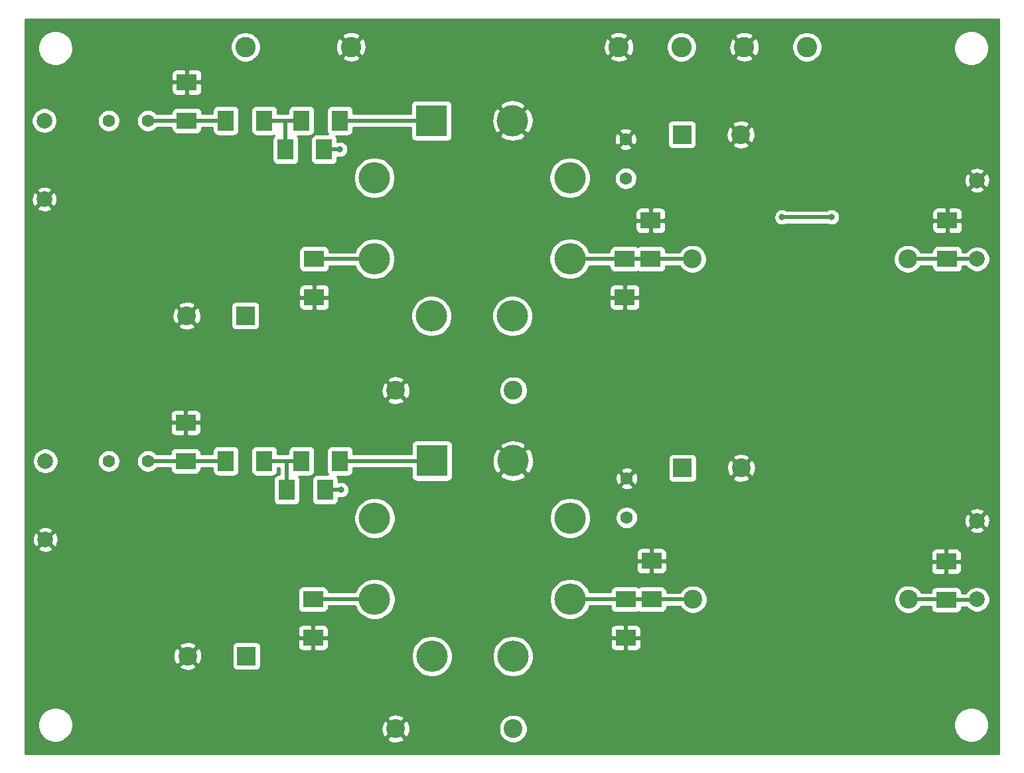
<source format=gbr>
G04 #@! TF.GenerationSoftware,KiCad,Pcbnew,(5.1.9-0-10_14)*
G04 #@! TF.CreationDate,2021-03-05T14:26:46+01:00*
G04 #@! TF.ProjectId,pre-amp-6SN7,7072652d-616d-4702-9d36-534e372e6b69,rev?*
G04 #@! TF.SameCoordinates,Original*
G04 #@! TF.FileFunction,Copper,L1,Top*
G04 #@! TF.FilePolarity,Positive*
%FSLAX46Y46*%
G04 Gerber Fmt 4.6, Leading zero omitted, Abs format (unit mm)*
G04 Created by KiCad (PCBNEW (5.1.9-0-10_14)) date 2021-03-05 14:26:46*
%MOMM*%
%LPD*%
G01*
G04 APERTURE LIST*
G04 #@! TA.AperFunction,ComponentPad*
%ADD10R,4.000000X4.000000*%
G04 #@! TD*
G04 #@! TA.AperFunction,ComponentPad*
%ADD11O,4.000000X4.000000*%
G04 #@! TD*
G04 #@! TA.AperFunction,ComponentPad*
%ADD12C,4.000000*%
G04 #@! TD*
G04 #@! TA.AperFunction,ComponentPad*
%ADD13C,2.600000*%
G04 #@! TD*
G04 #@! TA.AperFunction,ComponentPad*
%ADD14C,2.400000*%
G04 #@! TD*
G04 #@! TA.AperFunction,SMDPad,CuDef*
%ADD15R,2.600000X2.100000*%
G04 #@! TD*
G04 #@! TA.AperFunction,SMDPad,CuDef*
%ADD16R,2.100000X2.600000*%
G04 #@! TD*
G04 #@! TA.AperFunction,ComponentPad*
%ADD17C,2.000000*%
G04 #@! TD*
G04 #@! TA.AperFunction,ComponentPad*
%ADD18R,2.400000X2.400000*%
G04 #@! TD*
G04 #@! TA.AperFunction,ComponentPad*
%ADD19C,1.600000*%
G04 #@! TD*
G04 #@! TA.AperFunction,ViaPad*
%ADD20C,0.800000*%
G04 #@! TD*
G04 #@! TA.AperFunction,Conductor*
%ADD21C,0.500000*%
G04 #@! TD*
G04 #@! TA.AperFunction,Conductor*
%ADD22C,0.254000*%
G04 #@! TD*
G04 #@! TA.AperFunction,Conductor*
%ADD23C,0.100000*%
G04 #@! TD*
G04 APERTURE END LIST*
D10*
X92456000Y-80391000D03*
D11*
X85149853Y-87697147D03*
X85149853Y-98029599D03*
X92456000Y-105335746D03*
X102788452Y-105335746D03*
X110094599Y-98029599D03*
X110094599Y-87697147D03*
D12*
X102788452Y-80391000D03*
D13*
X132334000Y-70993000D03*
X124333000Y-70993000D03*
D14*
X125730000Y-98044000D03*
X153230000Y-98044000D03*
X87884000Y-114808000D03*
X102884000Y-114808000D03*
X125789000Y-141478000D03*
X153289000Y-141478000D03*
X87870000Y-157988000D03*
X102870000Y-157988000D03*
D10*
X92496774Y-123798627D03*
D11*
X85190627Y-131104774D03*
X85190627Y-141437226D03*
X92496774Y-148743373D03*
X102829226Y-148743373D03*
X110135373Y-141437226D03*
X110135373Y-131104774D03*
D12*
X102829226Y-123798627D03*
D15*
X117221000Y-146378000D03*
X117221000Y-141478000D03*
X120523000Y-136578000D03*
X120523000Y-141478000D03*
X158242000Y-93144000D03*
X158242000Y-98044000D03*
X117094000Y-102944000D03*
X117094000Y-98044000D03*
X120396000Y-93144000D03*
X120396000Y-98044000D03*
D16*
X73840000Y-84074000D03*
X78740000Y-84074000D03*
X75872000Y-80391000D03*
X80772000Y-80391000D03*
D15*
X77470000Y-102944000D03*
X77470000Y-98044000D03*
D16*
X66220000Y-80391000D03*
X71120000Y-80391000D03*
D15*
X61214000Y-75491000D03*
X61214000Y-80391000D03*
D16*
X75872000Y-123825000D03*
X80772000Y-123825000D03*
D15*
X77343000Y-146378000D03*
X77343000Y-141478000D03*
D17*
X162052000Y-88011000D03*
X162052000Y-98044000D03*
X43053000Y-90424000D03*
X43053000Y-80391000D03*
D14*
X61207000Y-105283000D03*
D18*
X68707000Y-105283000D03*
D14*
X131896500Y-82169000D03*
D18*
X124396500Y-82169000D03*
D19*
X117221000Y-82757000D03*
X117221000Y-87757000D03*
X51261000Y-80391000D03*
X56261000Y-80391000D03*
D14*
X131960000Y-124714000D03*
D18*
X124460000Y-124714000D03*
D19*
X117348000Y-126064000D03*
X117348000Y-131064000D03*
D13*
X116332000Y-70993000D03*
X140335000Y-70993000D03*
D15*
X158115000Y-136652000D03*
X158115000Y-141552000D03*
D16*
X73967000Y-127508000D03*
X78867000Y-127508000D03*
X66220000Y-123825000D03*
X71120000Y-123825000D03*
D15*
X61087000Y-118925000D03*
X61087000Y-123825000D03*
D17*
X162052000Y-131445000D03*
X162052000Y-141478000D03*
D13*
X82169000Y-70993000D03*
X68707000Y-70993000D03*
D17*
X43180000Y-133858000D03*
X43180000Y-123825000D03*
D14*
X61334000Y-148717000D03*
D18*
X68834000Y-148717000D03*
D19*
X51261000Y-123825000D03*
X56261000Y-123825000D03*
D20*
X80899000Y-127508000D03*
X80772000Y-84074000D03*
X137160000Y-92710000D03*
X143510000Y-92710000D03*
D21*
X56261000Y-123825000D02*
X61087000Y-123825000D01*
X61087000Y-123825000D02*
X66220000Y-123825000D01*
X117180226Y-141437226D02*
X117221000Y-141478000D01*
X110135373Y-141437226D02*
X117180226Y-141437226D01*
X117221000Y-141478000D02*
X120523000Y-141478000D01*
X120523000Y-141478000D02*
X125789000Y-141478000D01*
X158041000Y-141478000D02*
X158115000Y-141552000D01*
X153289000Y-141478000D02*
X158041000Y-141478000D01*
X161978000Y-141552000D02*
X162052000Y-141478000D01*
X158115000Y-141552000D02*
X161978000Y-141552000D01*
X78867000Y-127508000D02*
X80899000Y-127508000D01*
X73967000Y-123878000D02*
X73914000Y-123825000D01*
X73967000Y-127508000D02*
X73967000Y-123878000D01*
X73914000Y-123825000D02*
X75872000Y-123825000D01*
X71120000Y-123825000D02*
X73914000Y-123825000D01*
X77383774Y-141437226D02*
X77343000Y-141478000D01*
X85190627Y-141437226D02*
X77383774Y-141437226D01*
X56261000Y-80391000D02*
X61214000Y-80391000D01*
X61214000Y-80391000D02*
X64442000Y-80391000D01*
X64442000Y-80391000D02*
X66220000Y-80391000D01*
X73840000Y-80571000D02*
X73660000Y-80391000D01*
X73840000Y-84074000D02*
X73840000Y-80571000D01*
X73660000Y-80391000D02*
X75872000Y-80391000D01*
X71120000Y-80391000D02*
X73660000Y-80391000D01*
X117079599Y-98029599D02*
X117094000Y-98044000D01*
X110094599Y-98029599D02*
X117079599Y-98029599D01*
X117094000Y-98044000D02*
X120396000Y-98044000D01*
X120396000Y-98044000D02*
X125730000Y-98044000D01*
X153230000Y-98044000D02*
X158242000Y-98044000D01*
X158242000Y-98044000D02*
X162052000Y-98044000D01*
X78740000Y-84074000D02*
X80772000Y-84074000D01*
X137160000Y-92710000D02*
X143510000Y-92710000D01*
X92470401Y-123825000D02*
X92496774Y-123798627D01*
X80772000Y-123825000D02*
X92470401Y-123825000D01*
X77484401Y-98029599D02*
X77470000Y-98044000D01*
X85149853Y-98029599D02*
X77484401Y-98029599D01*
X80772000Y-80391000D02*
X92456000Y-80391000D01*
D22*
X164845341Y-161163000D02*
X40639341Y-161163000D01*
X40639341Y-157259872D01*
X42215000Y-157259872D01*
X42215000Y-157700128D01*
X42300890Y-158131925D01*
X42469369Y-158538669D01*
X42713962Y-158904729D01*
X43025271Y-159216038D01*
X43391331Y-159460631D01*
X43798075Y-159629110D01*
X44229872Y-159715000D01*
X44670128Y-159715000D01*
X45101925Y-159629110D01*
X45508669Y-159460631D01*
X45799985Y-159265980D01*
X86771626Y-159265980D01*
X86891514Y-159550836D01*
X87215210Y-159711699D01*
X87564069Y-159806322D01*
X87924684Y-159831067D01*
X88283198Y-159784985D01*
X88625833Y-159669846D01*
X88848486Y-159550836D01*
X88968374Y-159265980D01*
X87870000Y-158167605D01*
X86771626Y-159265980D01*
X45799985Y-159265980D01*
X45874729Y-159216038D01*
X46186038Y-158904729D01*
X46430631Y-158538669D01*
X46599110Y-158131925D01*
X46616861Y-158042684D01*
X86026933Y-158042684D01*
X86073015Y-158401198D01*
X86188154Y-158743833D01*
X86307164Y-158966486D01*
X86592020Y-159086374D01*
X87690395Y-157988000D01*
X88049605Y-157988000D01*
X89147980Y-159086374D01*
X89432836Y-158966486D01*
X89593699Y-158642790D01*
X89688322Y-158293931D01*
X89713067Y-157933316D01*
X89696866Y-157807268D01*
X101035000Y-157807268D01*
X101035000Y-158168732D01*
X101105518Y-158523250D01*
X101243844Y-158857199D01*
X101444662Y-159157744D01*
X101700256Y-159413338D01*
X102000801Y-159614156D01*
X102334750Y-159752482D01*
X102689268Y-159823000D01*
X103050732Y-159823000D01*
X103405250Y-159752482D01*
X103739199Y-159614156D01*
X104039744Y-159413338D01*
X104295338Y-159157744D01*
X104496156Y-158857199D01*
X104634482Y-158523250D01*
X104705000Y-158168732D01*
X104705000Y-157807268D01*
X104634482Y-157452750D01*
X104554590Y-157259872D01*
X159055000Y-157259872D01*
X159055000Y-157700128D01*
X159140890Y-158131925D01*
X159309369Y-158538669D01*
X159553962Y-158904729D01*
X159865271Y-159216038D01*
X160231331Y-159460631D01*
X160638075Y-159629110D01*
X161069872Y-159715000D01*
X161510128Y-159715000D01*
X161941925Y-159629110D01*
X162348669Y-159460631D01*
X162714729Y-159216038D01*
X163026038Y-158904729D01*
X163270631Y-158538669D01*
X163439110Y-158131925D01*
X163525000Y-157700128D01*
X163525000Y-157259872D01*
X163439110Y-156828075D01*
X163270631Y-156421331D01*
X163026038Y-156055271D01*
X162714729Y-155743962D01*
X162348669Y-155499369D01*
X161941925Y-155330890D01*
X161510128Y-155245000D01*
X161069872Y-155245000D01*
X160638075Y-155330890D01*
X160231331Y-155499369D01*
X159865271Y-155743962D01*
X159553962Y-156055271D01*
X159309369Y-156421331D01*
X159140890Y-156828075D01*
X159055000Y-157259872D01*
X104554590Y-157259872D01*
X104496156Y-157118801D01*
X104295338Y-156818256D01*
X104039744Y-156562662D01*
X103739199Y-156361844D01*
X103405250Y-156223518D01*
X103050732Y-156153000D01*
X102689268Y-156153000D01*
X102334750Y-156223518D01*
X102000801Y-156361844D01*
X101700256Y-156562662D01*
X101444662Y-156818256D01*
X101243844Y-157118801D01*
X101105518Y-157452750D01*
X101035000Y-157807268D01*
X89696866Y-157807268D01*
X89666985Y-157574802D01*
X89551846Y-157232167D01*
X89432836Y-157009514D01*
X89147980Y-156889626D01*
X88049605Y-157988000D01*
X87690395Y-157988000D01*
X86592020Y-156889626D01*
X86307164Y-157009514D01*
X86146301Y-157333210D01*
X86051678Y-157682069D01*
X86026933Y-158042684D01*
X46616861Y-158042684D01*
X46685000Y-157700128D01*
X46685000Y-157259872D01*
X46599110Y-156828075D01*
X46550210Y-156710020D01*
X86771626Y-156710020D01*
X87870000Y-157808395D01*
X88968374Y-156710020D01*
X88848486Y-156425164D01*
X88524790Y-156264301D01*
X88175931Y-156169678D01*
X87815316Y-156144933D01*
X87456802Y-156191015D01*
X87114167Y-156306154D01*
X86891514Y-156425164D01*
X86771626Y-156710020D01*
X46550210Y-156710020D01*
X46430631Y-156421331D01*
X46186038Y-156055271D01*
X45874729Y-155743962D01*
X45508669Y-155499369D01*
X45101925Y-155330890D01*
X44670128Y-155245000D01*
X44229872Y-155245000D01*
X43798075Y-155330890D01*
X43391331Y-155499369D01*
X43025271Y-155743962D01*
X42713962Y-156055271D01*
X42469369Y-156421331D01*
X42300890Y-156828075D01*
X42215000Y-157259872D01*
X40639341Y-157259872D01*
X40639341Y-149994980D01*
X60235626Y-149994980D01*
X60355514Y-150279836D01*
X60679210Y-150440699D01*
X61028069Y-150535322D01*
X61388684Y-150560067D01*
X61747198Y-150513985D01*
X62089833Y-150398846D01*
X62312486Y-150279836D01*
X62432374Y-149994980D01*
X61334000Y-148896605D01*
X60235626Y-149994980D01*
X40639341Y-149994980D01*
X40639341Y-148771684D01*
X59490933Y-148771684D01*
X59537015Y-149130198D01*
X59652154Y-149472833D01*
X59771164Y-149695486D01*
X60056020Y-149815374D01*
X61154395Y-148717000D01*
X61513605Y-148717000D01*
X62611980Y-149815374D01*
X62896836Y-149695486D01*
X63057699Y-149371790D01*
X63152322Y-149022931D01*
X63177067Y-148662316D01*
X63130985Y-148303802D01*
X63015846Y-147961167D01*
X62896836Y-147738514D01*
X62611980Y-147618626D01*
X61513605Y-148717000D01*
X61154395Y-148717000D01*
X60056020Y-147618626D01*
X59771164Y-147738514D01*
X59610301Y-148062210D01*
X59515678Y-148411069D01*
X59490933Y-148771684D01*
X40639341Y-148771684D01*
X40639341Y-147439020D01*
X60235626Y-147439020D01*
X61334000Y-148537395D01*
X62354394Y-147517000D01*
X66995928Y-147517000D01*
X66995928Y-149917000D01*
X67008188Y-150041482D01*
X67044498Y-150161180D01*
X67103463Y-150271494D01*
X67182815Y-150368185D01*
X67279506Y-150447537D01*
X67389820Y-150506502D01*
X67509518Y-150542812D01*
X67634000Y-150555072D01*
X70034000Y-150555072D01*
X70158482Y-150542812D01*
X70278180Y-150506502D01*
X70388494Y-150447537D01*
X70485185Y-150368185D01*
X70564537Y-150271494D01*
X70623502Y-150161180D01*
X70659812Y-150041482D01*
X70672072Y-149917000D01*
X70672072Y-148483848D01*
X89861774Y-148483848D01*
X89861774Y-149002898D01*
X89963035Y-149511974D01*
X90161667Y-149991514D01*
X90450036Y-150423088D01*
X90817059Y-150790111D01*
X91248633Y-151078480D01*
X91728173Y-151277112D01*
X92237249Y-151378373D01*
X92756299Y-151378373D01*
X93265375Y-151277112D01*
X93744915Y-151078480D01*
X94176489Y-150790111D01*
X94543512Y-150423088D01*
X94831881Y-149991514D01*
X95030513Y-149511974D01*
X95131774Y-149002898D01*
X95131774Y-148483848D01*
X100194226Y-148483848D01*
X100194226Y-149002898D01*
X100295487Y-149511974D01*
X100494119Y-149991514D01*
X100782488Y-150423088D01*
X101149511Y-150790111D01*
X101581085Y-151078480D01*
X102060625Y-151277112D01*
X102569701Y-151378373D01*
X103088751Y-151378373D01*
X103597827Y-151277112D01*
X104077367Y-151078480D01*
X104508941Y-150790111D01*
X104875964Y-150423088D01*
X105164333Y-149991514D01*
X105362965Y-149511974D01*
X105464226Y-149002898D01*
X105464226Y-148483848D01*
X105362965Y-147974772D01*
X105164333Y-147495232D01*
X105119410Y-147428000D01*
X115282928Y-147428000D01*
X115295188Y-147552482D01*
X115331498Y-147672180D01*
X115390463Y-147782494D01*
X115469815Y-147879185D01*
X115566506Y-147958537D01*
X115676820Y-148017502D01*
X115796518Y-148053812D01*
X115921000Y-148066072D01*
X116935250Y-148063000D01*
X117094000Y-147904250D01*
X117094000Y-146505000D01*
X117348000Y-146505000D01*
X117348000Y-147904250D01*
X117506750Y-148063000D01*
X118521000Y-148066072D01*
X118645482Y-148053812D01*
X118765180Y-148017502D01*
X118875494Y-147958537D01*
X118972185Y-147879185D01*
X119051537Y-147782494D01*
X119110502Y-147672180D01*
X119146812Y-147552482D01*
X119159072Y-147428000D01*
X119156000Y-146663750D01*
X118997250Y-146505000D01*
X117348000Y-146505000D01*
X117094000Y-146505000D01*
X115444750Y-146505000D01*
X115286000Y-146663750D01*
X115282928Y-147428000D01*
X105119410Y-147428000D01*
X104875964Y-147063658D01*
X104508941Y-146696635D01*
X104077367Y-146408266D01*
X103597827Y-146209634D01*
X103088751Y-146108373D01*
X102569701Y-146108373D01*
X102060625Y-146209634D01*
X101581085Y-146408266D01*
X101149511Y-146696635D01*
X100782488Y-147063658D01*
X100494119Y-147495232D01*
X100295487Y-147974772D01*
X100194226Y-148483848D01*
X95131774Y-148483848D01*
X95030513Y-147974772D01*
X94831881Y-147495232D01*
X94543512Y-147063658D01*
X94176489Y-146696635D01*
X93744915Y-146408266D01*
X93265375Y-146209634D01*
X92756299Y-146108373D01*
X92237249Y-146108373D01*
X91728173Y-146209634D01*
X91248633Y-146408266D01*
X90817059Y-146696635D01*
X90450036Y-147063658D01*
X90161667Y-147495232D01*
X89963035Y-147974772D01*
X89861774Y-148483848D01*
X70672072Y-148483848D01*
X70672072Y-147517000D01*
X70663307Y-147428000D01*
X75404928Y-147428000D01*
X75417188Y-147552482D01*
X75453498Y-147672180D01*
X75512463Y-147782494D01*
X75591815Y-147879185D01*
X75688506Y-147958537D01*
X75798820Y-148017502D01*
X75918518Y-148053812D01*
X76043000Y-148066072D01*
X77057250Y-148063000D01*
X77216000Y-147904250D01*
X77216000Y-146505000D01*
X77470000Y-146505000D01*
X77470000Y-147904250D01*
X77628750Y-148063000D01*
X78643000Y-148066072D01*
X78767482Y-148053812D01*
X78887180Y-148017502D01*
X78997494Y-147958537D01*
X79094185Y-147879185D01*
X79173537Y-147782494D01*
X79232502Y-147672180D01*
X79268812Y-147552482D01*
X79281072Y-147428000D01*
X79278000Y-146663750D01*
X79119250Y-146505000D01*
X77470000Y-146505000D01*
X77216000Y-146505000D01*
X75566750Y-146505000D01*
X75408000Y-146663750D01*
X75404928Y-147428000D01*
X70663307Y-147428000D01*
X70659812Y-147392518D01*
X70623502Y-147272820D01*
X70564537Y-147162506D01*
X70485185Y-147065815D01*
X70388494Y-146986463D01*
X70278180Y-146927498D01*
X70158482Y-146891188D01*
X70034000Y-146878928D01*
X67634000Y-146878928D01*
X67509518Y-146891188D01*
X67389820Y-146927498D01*
X67279506Y-146986463D01*
X67182815Y-147065815D01*
X67103463Y-147162506D01*
X67044498Y-147272820D01*
X67008188Y-147392518D01*
X66995928Y-147517000D01*
X62354394Y-147517000D01*
X62432374Y-147439020D01*
X62312486Y-147154164D01*
X61988790Y-146993301D01*
X61639931Y-146898678D01*
X61279316Y-146873933D01*
X60920802Y-146920015D01*
X60578167Y-147035154D01*
X60355514Y-147154164D01*
X60235626Y-147439020D01*
X40639341Y-147439020D01*
X40639341Y-145328000D01*
X75404928Y-145328000D01*
X75408000Y-146092250D01*
X75566750Y-146251000D01*
X77216000Y-146251000D01*
X77216000Y-144851750D01*
X77470000Y-144851750D01*
X77470000Y-146251000D01*
X79119250Y-146251000D01*
X79278000Y-146092250D01*
X79281072Y-145328000D01*
X115282928Y-145328000D01*
X115286000Y-146092250D01*
X115444750Y-146251000D01*
X117094000Y-146251000D01*
X117094000Y-144851750D01*
X117348000Y-144851750D01*
X117348000Y-146251000D01*
X118997250Y-146251000D01*
X119156000Y-146092250D01*
X119159072Y-145328000D01*
X119146812Y-145203518D01*
X119110502Y-145083820D01*
X119051537Y-144973506D01*
X118972185Y-144876815D01*
X118875494Y-144797463D01*
X118765180Y-144738498D01*
X118645482Y-144702188D01*
X118521000Y-144689928D01*
X117506750Y-144693000D01*
X117348000Y-144851750D01*
X117094000Y-144851750D01*
X116935250Y-144693000D01*
X115921000Y-144689928D01*
X115796518Y-144702188D01*
X115676820Y-144738498D01*
X115566506Y-144797463D01*
X115469815Y-144876815D01*
X115390463Y-144973506D01*
X115331498Y-145083820D01*
X115295188Y-145203518D01*
X115282928Y-145328000D01*
X79281072Y-145328000D01*
X79268812Y-145203518D01*
X79232502Y-145083820D01*
X79173537Y-144973506D01*
X79094185Y-144876815D01*
X78997494Y-144797463D01*
X78887180Y-144738498D01*
X78767482Y-144702188D01*
X78643000Y-144689928D01*
X77628750Y-144693000D01*
X77470000Y-144851750D01*
X77216000Y-144851750D01*
X77057250Y-144693000D01*
X76043000Y-144689928D01*
X75918518Y-144702188D01*
X75798820Y-144738498D01*
X75688506Y-144797463D01*
X75591815Y-144876815D01*
X75512463Y-144973506D01*
X75453498Y-145083820D01*
X75417188Y-145203518D01*
X75404928Y-145328000D01*
X40639341Y-145328000D01*
X40639341Y-140428000D01*
X75404928Y-140428000D01*
X75404928Y-142528000D01*
X75417188Y-142652482D01*
X75453498Y-142772180D01*
X75512463Y-142882494D01*
X75591815Y-142979185D01*
X75688506Y-143058537D01*
X75798820Y-143117502D01*
X75918518Y-143153812D01*
X76043000Y-143166072D01*
X78643000Y-143166072D01*
X78767482Y-143153812D01*
X78887180Y-143117502D01*
X78997494Y-143058537D01*
X79094185Y-142979185D01*
X79173537Y-142882494D01*
X79232502Y-142772180D01*
X79268812Y-142652482D01*
X79281072Y-142528000D01*
X79281072Y-142322226D01*
X82705102Y-142322226D01*
X82855520Y-142685367D01*
X83143889Y-143116941D01*
X83510912Y-143483964D01*
X83942486Y-143772333D01*
X84422026Y-143970965D01*
X84931102Y-144072226D01*
X85450152Y-144072226D01*
X85959228Y-143970965D01*
X86438768Y-143772333D01*
X86870342Y-143483964D01*
X87237365Y-143116941D01*
X87525734Y-142685367D01*
X87724366Y-142205827D01*
X87825627Y-141696751D01*
X87825627Y-141177701D01*
X107500373Y-141177701D01*
X107500373Y-141696751D01*
X107601634Y-142205827D01*
X107800266Y-142685367D01*
X108088635Y-143116941D01*
X108455658Y-143483964D01*
X108887232Y-143772333D01*
X109366772Y-143970965D01*
X109875848Y-144072226D01*
X110394898Y-144072226D01*
X110903974Y-143970965D01*
X111383514Y-143772333D01*
X111815088Y-143483964D01*
X112182111Y-143116941D01*
X112470480Y-142685367D01*
X112620898Y-142322226D01*
X115282928Y-142322226D01*
X115282928Y-142528000D01*
X115295188Y-142652482D01*
X115331498Y-142772180D01*
X115390463Y-142882494D01*
X115469815Y-142979185D01*
X115566506Y-143058537D01*
X115676820Y-143117502D01*
X115796518Y-143153812D01*
X115921000Y-143166072D01*
X118521000Y-143166072D01*
X118645482Y-143153812D01*
X118765180Y-143117502D01*
X118872000Y-143060405D01*
X118978820Y-143117502D01*
X119098518Y-143153812D01*
X119223000Y-143166072D01*
X121823000Y-143166072D01*
X121947482Y-143153812D01*
X122067180Y-143117502D01*
X122177494Y-143058537D01*
X122274185Y-142979185D01*
X122353537Y-142882494D01*
X122412502Y-142772180D01*
X122448812Y-142652482D01*
X122461072Y-142528000D01*
X122461072Y-142363000D01*
X124173402Y-142363000D01*
X124363662Y-142647744D01*
X124619256Y-142903338D01*
X124919801Y-143104156D01*
X125253750Y-143242482D01*
X125608268Y-143313000D01*
X125969732Y-143313000D01*
X126324250Y-143242482D01*
X126658199Y-143104156D01*
X126958744Y-142903338D01*
X127214338Y-142647744D01*
X127415156Y-142347199D01*
X127553482Y-142013250D01*
X127624000Y-141658732D01*
X127624000Y-141297268D01*
X151454000Y-141297268D01*
X151454000Y-141658732D01*
X151524518Y-142013250D01*
X151662844Y-142347199D01*
X151863662Y-142647744D01*
X152119256Y-142903338D01*
X152419801Y-143104156D01*
X152753750Y-143242482D01*
X153108268Y-143313000D01*
X153469732Y-143313000D01*
X153824250Y-143242482D01*
X154158199Y-143104156D01*
X154458744Y-142903338D01*
X154714338Y-142647744D01*
X154904598Y-142363000D01*
X156176928Y-142363000D01*
X156176928Y-142602000D01*
X156189188Y-142726482D01*
X156225498Y-142846180D01*
X156284463Y-142956494D01*
X156363815Y-143053185D01*
X156460506Y-143132537D01*
X156570820Y-143191502D01*
X156690518Y-143227812D01*
X156815000Y-143240072D01*
X159415000Y-143240072D01*
X159539482Y-143227812D01*
X159659180Y-143191502D01*
X159769494Y-143132537D01*
X159866185Y-143053185D01*
X159945537Y-142956494D01*
X160004502Y-142846180D01*
X160040812Y-142726482D01*
X160053072Y-142602000D01*
X160053072Y-142437000D01*
X160726386Y-142437000D01*
X160782013Y-142520252D01*
X161009748Y-142747987D01*
X161277537Y-142926918D01*
X161575088Y-143050168D01*
X161890967Y-143113000D01*
X162213033Y-143113000D01*
X162528912Y-143050168D01*
X162826463Y-142926918D01*
X163094252Y-142747987D01*
X163321987Y-142520252D01*
X163500918Y-142252463D01*
X163624168Y-141954912D01*
X163687000Y-141639033D01*
X163687000Y-141316967D01*
X163624168Y-141001088D01*
X163500918Y-140703537D01*
X163321987Y-140435748D01*
X163094252Y-140208013D01*
X162826463Y-140029082D01*
X162528912Y-139905832D01*
X162213033Y-139843000D01*
X161890967Y-139843000D01*
X161575088Y-139905832D01*
X161277537Y-140029082D01*
X161009748Y-140208013D01*
X160782013Y-140435748D01*
X160627495Y-140667000D01*
X160053072Y-140667000D01*
X160053072Y-140502000D01*
X160040812Y-140377518D01*
X160004502Y-140257820D01*
X159945537Y-140147506D01*
X159866185Y-140050815D01*
X159769494Y-139971463D01*
X159659180Y-139912498D01*
X159539482Y-139876188D01*
X159415000Y-139863928D01*
X156815000Y-139863928D01*
X156690518Y-139876188D01*
X156570820Y-139912498D01*
X156460506Y-139971463D01*
X156363815Y-140050815D01*
X156284463Y-140147506D01*
X156225498Y-140257820D01*
X156189188Y-140377518D01*
X156176928Y-140502000D01*
X156176928Y-140593000D01*
X154904598Y-140593000D01*
X154714338Y-140308256D01*
X154458744Y-140052662D01*
X154158199Y-139851844D01*
X153824250Y-139713518D01*
X153469732Y-139643000D01*
X153108268Y-139643000D01*
X152753750Y-139713518D01*
X152419801Y-139851844D01*
X152119256Y-140052662D01*
X151863662Y-140308256D01*
X151662844Y-140608801D01*
X151524518Y-140942750D01*
X151454000Y-141297268D01*
X127624000Y-141297268D01*
X127553482Y-140942750D01*
X127415156Y-140608801D01*
X127214338Y-140308256D01*
X126958744Y-140052662D01*
X126658199Y-139851844D01*
X126324250Y-139713518D01*
X125969732Y-139643000D01*
X125608268Y-139643000D01*
X125253750Y-139713518D01*
X124919801Y-139851844D01*
X124619256Y-140052662D01*
X124363662Y-140308256D01*
X124173402Y-140593000D01*
X122461072Y-140593000D01*
X122461072Y-140428000D01*
X122448812Y-140303518D01*
X122412502Y-140183820D01*
X122353537Y-140073506D01*
X122274185Y-139976815D01*
X122177494Y-139897463D01*
X122067180Y-139838498D01*
X121947482Y-139802188D01*
X121823000Y-139789928D01*
X119223000Y-139789928D01*
X119098518Y-139802188D01*
X118978820Y-139838498D01*
X118872000Y-139895595D01*
X118765180Y-139838498D01*
X118645482Y-139802188D01*
X118521000Y-139789928D01*
X115921000Y-139789928D01*
X115796518Y-139802188D01*
X115676820Y-139838498D01*
X115566506Y-139897463D01*
X115469815Y-139976815D01*
X115390463Y-140073506D01*
X115331498Y-140183820D01*
X115295188Y-140303518D01*
X115282928Y-140428000D01*
X115282928Y-140552226D01*
X112620898Y-140552226D01*
X112470480Y-140189085D01*
X112182111Y-139757511D01*
X111815088Y-139390488D01*
X111383514Y-139102119D01*
X110903974Y-138903487D01*
X110394898Y-138802226D01*
X109875848Y-138802226D01*
X109366772Y-138903487D01*
X108887232Y-139102119D01*
X108455658Y-139390488D01*
X108088635Y-139757511D01*
X107800266Y-140189085D01*
X107601634Y-140668625D01*
X107500373Y-141177701D01*
X87825627Y-141177701D01*
X87724366Y-140668625D01*
X87525734Y-140189085D01*
X87237365Y-139757511D01*
X86870342Y-139390488D01*
X86438768Y-139102119D01*
X85959228Y-138903487D01*
X85450152Y-138802226D01*
X84931102Y-138802226D01*
X84422026Y-138903487D01*
X83942486Y-139102119D01*
X83510912Y-139390488D01*
X83143889Y-139757511D01*
X82855520Y-140189085D01*
X82705102Y-140552226D01*
X79281072Y-140552226D01*
X79281072Y-140428000D01*
X79268812Y-140303518D01*
X79232502Y-140183820D01*
X79173537Y-140073506D01*
X79094185Y-139976815D01*
X78997494Y-139897463D01*
X78887180Y-139838498D01*
X78767482Y-139802188D01*
X78643000Y-139789928D01*
X76043000Y-139789928D01*
X75918518Y-139802188D01*
X75798820Y-139838498D01*
X75688506Y-139897463D01*
X75591815Y-139976815D01*
X75512463Y-140073506D01*
X75453498Y-140183820D01*
X75417188Y-140303518D01*
X75404928Y-140428000D01*
X40639341Y-140428000D01*
X40639341Y-137628000D01*
X118584928Y-137628000D01*
X118597188Y-137752482D01*
X118633498Y-137872180D01*
X118692463Y-137982494D01*
X118771815Y-138079185D01*
X118868506Y-138158537D01*
X118978820Y-138217502D01*
X119098518Y-138253812D01*
X119223000Y-138266072D01*
X120237250Y-138263000D01*
X120396000Y-138104250D01*
X120396000Y-136705000D01*
X120650000Y-136705000D01*
X120650000Y-138104250D01*
X120808750Y-138263000D01*
X121823000Y-138266072D01*
X121947482Y-138253812D01*
X122067180Y-138217502D01*
X122177494Y-138158537D01*
X122274185Y-138079185D01*
X122353537Y-137982494D01*
X122412502Y-137872180D01*
X122448812Y-137752482D01*
X122453783Y-137702000D01*
X156176928Y-137702000D01*
X156189188Y-137826482D01*
X156225498Y-137946180D01*
X156284463Y-138056494D01*
X156363815Y-138153185D01*
X156460506Y-138232537D01*
X156570820Y-138291502D01*
X156690518Y-138327812D01*
X156815000Y-138340072D01*
X157829250Y-138337000D01*
X157988000Y-138178250D01*
X157988000Y-136779000D01*
X158242000Y-136779000D01*
X158242000Y-138178250D01*
X158400750Y-138337000D01*
X159415000Y-138340072D01*
X159539482Y-138327812D01*
X159659180Y-138291502D01*
X159769494Y-138232537D01*
X159866185Y-138153185D01*
X159945537Y-138056494D01*
X160004502Y-137946180D01*
X160040812Y-137826482D01*
X160053072Y-137702000D01*
X160050000Y-136937750D01*
X159891250Y-136779000D01*
X158242000Y-136779000D01*
X157988000Y-136779000D01*
X156338750Y-136779000D01*
X156180000Y-136937750D01*
X156176928Y-137702000D01*
X122453783Y-137702000D01*
X122461072Y-137628000D01*
X122458000Y-136863750D01*
X122299250Y-136705000D01*
X120650000Y-136705000D01*
X120396000Y-136705000D01*
X118746750Y-136705000D01*
X118588000Y-136863750D01*
X118584928Y-137628000D01*
X40639341Y-137628000D01*
X40639341Y-135528000D01*
X118584928Y-135528000D01*
X118588000Y-136292250D01*
X118746750Y-136451000D01*
X120396000Y-136451000D01*
X120396000Y-135051750D01*
X120650000Y-135051750D01*
X120650000Y-136451000D01*
X122299250Y-136451000D01*
X122458000Y-136292250D01*
X122460774Y-135602000D01*
X156176928Y-135602000D01*
X156180000Y-136366250D01*
X156338750Y-136525000D01*
X157988000Y-136525000D01*
X157988000Y-135125750D01*
X158242000Y-135125750D01*
X158242000Y-136525000D01*
X159891250Y-136525000D01*
X160050000Y-136366250D01*
X160053072Y-135602000D01*
X160040812Y-135477518D01*
X160004502Y-135357820D01*
X159945537Y-135247506D01*
X159866185Y-135150815D01*
X159769494Y-135071463D01*
X159659180Y-135012498D01*
X159539482Y-134976188D01*
X159415000Y-134963928D01*
X158400750Y-134967000D01*
X158242000Y-135125750D01*
X157988000Y-135125750D01*
X157829250Y-134967000D01*
X156815000Y-134963928D01*
X156690518Y-134976188D01*
X156570820Y-135012498D01*
X156460506Y-135071463D01*
X156363815Y-135150815D01*
X156284463Y-135247506D01*
X156225498Y-135357820D01*
X156189188Y-135477518D01*
X156176928Y-135602000D01*
X122460774Y-135602000D01*
X122461072Y-135528000D01*
X122448812Y-135403518D01*
X122412502Y-135283820D01*
X122353537Y-135173506D01*
X122274185Y-135076815D01*
X122177494Y-134997463D01*
X122067180Y-134938498D01*
X121947482Y-134902188D01*
X121823000Y-134889928D01*
X120808750Y-134893000D01*
X120650000Y-135051750D01*
X120396000Y-135051750D01*
X120237250Y-134893000D01*
X119223000Y-134889928D01*
X119098518Y-134902188D01*
X118978820Y-134938498D01*
X118868506Y-134997463D01*
X118771815Y-135076815D01*
X118692463Y-135173506D01*
X118633498Y-135283820D01*
X118597188Y-135403518D01*
X118584928Y-135528000D01*
X40639341Y-135528000D01*
X40639341Y-134993413D01*
X42224192Y-134993413D01*
X42319956Y-135257814D01*
X42609571Y-135398704D01*
X42921108Y-135480384D01*
X43242595Y-135499718D01*
X43561675Y-135455961D01*
X43866088Y-135350795D01*
X44040044Y-135257814D01*
X44135808Y-134993413D01*
X43180000Y-134037605D01*
X42224192Y-134993413D01*
X40639341Y-134993413D01*
X40639341Y-133920595D01*
X41538282Y-133920595D01*
X41582039Y-134239675D01*
X41687205Y-134544088D01*
X41780186Y-134718044D01*
X42044587Y-134813808D01*
X43000395Y-133858000D01*
X43359605Y-133858000D01*
X44315413Y-134813808D01*
X44579814Y-134718044D01*
X44720704Y-134428429D01*
X44802384Y-134116892D01*
X44821718Y-133795405D01*
X44777961Y-133476325D01*
X44672795Y-133171912D01*
X44579814Y-132997956D01*
X44315413Y-132902192D01*
X43359605Y-133858000D01*
X43000395Y-133858000D01*
X42044587Y-132902192D01*
X41780186Y-132997956D01*
X41639296Y-133287571D01*
X41557616Y-133599108D01*
X41538282Y-133920595D01*
X40639341Y-133920595D01*
X40639341Y-132722587D01*
X42224192Y-132722587D01*
X43180000Y-133678395D01*
X44135808Y-132722587D01*
X44040044Y-132458186D01*
X43750429Y-132317296D01*
X43438892Y-132235616D01*
X43117405Y-132216282D01*
X42798325Y-132260039D01*
X42493912Y-132365205D01*
X42319956Y-132458186D01*
X42224192Y-132722587D01*
X40639341Y-132722587D01*
X40639341Y-130845249D01*
X82555627Y-130845249D01*
X82555627Y-131364299D01*
X82656888Y-131873375D01*
X82855520Y-132352915D01*
X83143889Y-132784489D01*
X83510912Y-133151512D01*
X83942486Y-133439881D01*
X84422026Y-133638513D01*
X84931102Y-133739774D01*
X85450152Y-133739774D01*
X85959228Y-133638513D01*
X86438768Y-133439881D01*
X86870342Y-133151512D01*
X87237365Y-132784489D01*
X87525734Y-132352915D01*
X87724366Y-131873375D01*
X87825627Y-131364299D01*
X87825627Y-130845249D01*
X107500373Y-130845249D01*
X107500373Y-131364299D01*
X107601634Y-131873375D01*
X107800266Y-132352915D01*
X108088635Y-132784489D01*
X108455658Y-133151512D01*
X108887232Y-133439881D01*
X109366772Y-133638513D01*
X109875848Y-133739774D01*
X110394898Y-133739774D01*
X110903974Y-133638513D01*
X111383514Y-133439881D01*
X111815088Y-133151512D01*
X112182111Y-132784489D01*
X112318470Y-132580413D01*
X161096192Y-132580413D01*
X161191956Y-132844814D01*
X161481571Y-132985704D01*
X161793108Y-133067384D01*
X162114595Y-133086718D01*
X162433675Y-133042961D01*
X162738088Y-132937795D01*
X162912044Y-132844814D01*
X163007808Y-132580413D01*
X162052000Y-131624605D01*
X161096192Y-132580413D01*
X112318470Y-132580413D01*
X112470480Y-132352915D01*
X112669112Y-131873375D01*
X112770373Y-131364299D01*
X112770373Y-130922665D01*
X115913000Y-130922665D01*
X115913000Y-131205335D01*
X115968147Y-131482574D01*
X116076320Y-131743727D01*
X116233363Y-131978759D01*
X116433241Y-132178637D01*
X116668273Y-132335680D01*
X116929426Y-132443853D01*
X117206665Y-132499000D01*
X117489335Y-132499000D01*
X117766574Y-132443853D01*
X118027727Y-132335680D01*
X118262759Y-132178637D01*
X118462637Y-131978759D01*
X118619680Y-131743727D01*
X118717488Y-131507595D01*
X160410282Y-131507595D01*
X160454039Y-131826675D01*
X160559205Y-132131088D01*
X160652186Y-132305044D01*
X160916587Y-132400808D01*
X161872395Y-131445000D01*
X162231605Y-131445000D01*
X163187413Y-132400808D01*
X163451814Y-132305044D01*
X163592704Y-132015429D01*
X163674384Y-131703892D01*
X163693718Y-131382405D01*
X163649961Y-131063325D01*
X163544795Y-130758912D01*
X163451814Y-130584956D01*
X163187413Y-130489192D01*
X162231605Y-131445000D01*
X161872395Y-131445000D01*
X160916587Y-130489192D01*
X160652186Y-130584956D01*
X160511296Y-130874571D01*
X160429616Y-131186108D01*
X160410282Y-131507595D01*
X118717488Y-131507595D01*
X118727853Y-131482574D01*
X118783000Y-131205335D01*
X118783000Y-130922665D01*
X118727853Y-130645426D01*
X118619680Y-130384273D01*
X118569777Y-130309587D01*
X161096192Y-130309587D01*
X162052000Y-131265395D01*
X163007808Y-130309587D01*
X162912044Y-130045186D01*
X162622429Y-129904296D01*
X162310892Y-129822616D01*
X161989405Y-129803282D01*
X161670325Y-129847039D01*
X161365912Y-129952205D01*
X161191956Y-130045186D01*
X161096192Y-130309587D01*
X118569777Y-130309587D01*
X118462637Y-130149241D01*
X118262759Y-129949363D01*
X118027727Y-129792320D01*
X117766574Y-129684147D01*
X117489335Y-129629000D01*
X117206665Y-129629000D01*
X116929426Y-129684147D01*
X116668273Y-129792320D01*
X116433241Y-129949363D01*
X116233363Y-130149241D01*
X116076320Y-130384273D01*
X115968147Y-130645426D01*
X115913000Y-130922665D01*
X112770373Y-130922665D01*
X112770373Y-130845249D01*
X112669112Y-130336173D01*
X112470480Y-129856633D01*
X112182111Y-129425059D01*
X111815088Y-129058036D01*
X111383514Y-128769667D01*
X110903974Y-128571035D01*
X110394898Y-128469774D01*
X109875848Y-128469774D01*
X109366772Y-128571035D01*
X108887232Y-128769667D01*
X108455658Y-129058036D01*
X108088635Y-129425059D01*
X107800266Y-129856633D01*
X107601634Y-130336173D01*
X107500373Y-130845249D01*
X87825627Y-130845249D01*
X87724366Y-130336173D01*
X87525734Y-129856633D01*
X87237365Y-129425059D01*
X86870342Y-129058036D01*
X86438768Y-128769667D01*
X85959228Y-128571035D01*
X85450152Y-128469774D01*
X84931102Y-128469774D01*
X84422026Y-128571035D01*
X83942486Y-128769667D01*
X83510912Y-129058036D01*
X83143889Y-129425059D01*
X82855520Y-129856633D01*
X82656888Y-130336173D01*
X82555627Y-130845249D01*
X40639341Y-130845249D01*
X40639341Y-123663967D01*
X41545000Y-123663967D01*
X41545000Y-123986033D01*
X41607832Y-124301912D01*
X41731082Y-124599463D01*
X41910013Y-124867252D01*
X42137748Y-125094987D01*
X42405537Y-125273918D01*
X42703088Y-125397168D01*
X43018967Y-125460000D01*
X43341033Y-125460000D01*
X43656912Y-125397168D01*
X43954463Y-125273918D01*
X44222252Y-125094987D01*
X44449987Y-124867252D01*
X44628918Y-124599463D01*
X44752168Y-124301912D01*
X44815000Y-123986033D01*
X44815000Y-123683665D01*
X49826000Y-123683665D01*
X49826000Y-123966335D01*
X49881147Y-124243574D01*
X49989320Y-124504727D01*
X50146363Y-124739759D01*
X50346241Y-124939637D01*
X50581273Y-125096680D01*
X50842426Y-125204853D01*
X51119665Y-125260000D01*
X51402335Y-125260000D01*
X51679574Y-125204853D01*
X51940727Y-125096680D01*
X52175759Y-124939637D01*
X52375637Y-124739759D01*
X52532680Y-124504727D01*
X52640853Y-124243574D01*
X52696000Y-123966335D01*
X52696000Y-123683665D01*
X54826000Y-123683665D01*
X54826000Y-123966335D01*
X54881147Y-124243574D01*
X54989320Y-124504727D01*
X55146363Y-124739759D01*
X55346241Y-124939637D01*
X55581273Y-125096680D01*
X55842426Y-125204853D01*
X56119665Y-125260000D01*
X56402335Y-125260000D01*
X56679574Y-125204853D01*
X56940727Y-125096680D01*
X57175759Y-124939637D01*
X57375637Y-124739759D01*
X57395521Y-124710000D01*
X59148928Y-124710000D01*
X59148928Y-124875000D01*
X59161188Y-124999482D01*
X59197498Y-125119180D01*
X59256463Y-125229494D01*
X59335815Y-125326185D01*
X59432506Y-125405537D01*
X59542820Y-125464502D01*
X59662518Y-125500812D01*
X59787000Y-125513072D01*
X62387000Y-125513072D01*
X62511482Y-125500812D01*
X62631180Y-125464502D01*
X62741494Y-125405537D01*
X62838185Y-125326185D01*
X62917537Y-125229494D01*
X62976502Y-125119180D01*
X63012812Y-124999482D01*
X63025072Y-124875000D01*
X63025072Y-124710000D01*
X64531928Y-124710000D01*
X64531928Y-125125000D01*
X64544188Y-125249482D01*
X64580498Y-125369180D01*
X64639463Y-125479494D01*
X64718815Y-125576185D01*
X64815506Y-125655537D01*
X64925820Y-125714502D01*
X65045518Y-125750812D01*
X65170000Y-125763072D01*
X67270000Y-125763072D01*
X67394482Y-125750812D01*
X67514180Y-125714502D01*
X67624494Y-125655537D01*
X67721185Y-125576185D01*
X67800537Y-125479494D01*
X67859502Y-125369180D01*
X67895812Y-125249482D01*
X67908072Y-125125000D01*
X67908072Y-122525000D01*
X69431928Y-122525000D01*
X69431928Y-125125000D01*
X69444188Y-125249482D01*
X69480498Y-125369180D01*
X69539463Y-125479494D01*
X69618815Y-125576185D01*
X69715506Y-125655537D01*
X69825820Y-125714502D01*
X69945518Y-125750812D01*
X70070000Y-125763072D01*
X72170000Y-125763072D01*
X72294482Y-125750812D01*
X72414180Y-125714502D01*
X72524494Y-125655537D01*
X72621185Y-125576185D01*
X72700537Y-125479494D01*
X72759502Y-125369180D01*
X72795812Y-125249482D01*
X72808072Y-125125000D01*
X72808072Y-124710000D01*
X73082001Y-124710000D01*
X73082001Y-125569928D01*
X72917000Y-125569928D01*
X72792518Y-125582188D01*
X72672820Y-125618498D01*
X72562506Y-125677463D01*
X72465815Y-125756815D01*
X72386463Y-125853506D01*
X72327498Y-125963820D01*
X72291188Y-126083518D01*
X72278928Y-126208000D01*
X72278928Y-128808000D01*
X72291188Y-128932482D01*
X72327498Y-129052180D01*
X72386463Y-129162494D01*
X72465815Y-129259185D01*
X72562506Y-129338537D01*
X72672820Y-129397502D01*
X72792518Y-129433812D01*
X72917000Y-129446072D01*
X75017000Y-129446072D01*
X75141482Y-129433812D01*
X75261180Y-129397502D01*
X75371494Y-129338537D01*
X75468185Y-129259185D01*
X75547537Y-129162494D01*
X75606502Y-129052180D01*
X75642812Y-128932482D01*
X75655072Y-128808000D01*
X75655072Y-126208000D01*
X77178928Y-126208000D01*
X77178928Y-128808000D01*
X77191188Y-128932482D01*
X77227498Y-129052180D01*
X77286463Y-129162494D01*
X77365815Y-129259185D01*
X77462506Y-129338537D01*
X77572820Y-129397502D01*
X77692518Y-129433812D01*
X77817000Y-129446072D01*
X79917000Y-129446072D01*
X80041482Y-129433812D01*
X80161180Y-129397502D01*
X80271494Y-129338537D01*
X80368185Y-129259185D01*
X80447537Y-129162494D01*
X80506502Y-129052180D01*
X80542812Y-128932482D01*
X80555072Y-128808000D01*
X80555072Y-128485816D01*
X80597102Y-128503226D01*
X80797061Y-128543000D01*
X81000939Y-128543000D01*
X81200898Y-128503226D01*
X81389256Y-128425205D01*
X81558774Y-128311937D01*
X81702937Y-128167774D01*
X81816205Y-127998256D01*
X81894226Y-127809898D01*
X81934000Y-127609939D01*
X81934000Y-127406061D01*
X81894226Y-127206102D01*
X81832343Y-127056702D01*
X116534903Y-127056702D01*
X116606486Y-127300671D01*
X116861996Y-127421571D01*
X117136184Y-127490300D01*
X117418512Y-127504217D01*
X117698130Y-127462787D01*
X117964292Y-127367603D01*
X118089514Y-127300671D01*
X118161097Y-127056702D01*
X117348000Y-126243605D01*
X116534903Y-127056702D01*
X81832343Y-127056702D01*
X81816205Y-127017744D01*
X81702937Y-126848226D01*
X81558774Y-126704063D01*
X81389256Y-126590795D01*
X81200898Y-126512774D01*
X81000939Y-126473000D01*
X80797061Y-126473000D01*
X80597102Y-126512774D01*
X80555072Y-126530184D01*
X80555072Y-126208000D01*
X80542812Y-126083518D01*
X80506502Y-125963820D01*
X80447537Y-125853506D01*
X80373320Y-125763072D01*
X81822000Y-125763072D01*
X81946482Y-125750812D01*
X82066180Y-125714502D01*
X82176494Y-125655537D01*
X82273185Y-125576185D01*
X82352537Y-125479494D01*
X82411502Y-125369180D01*
X82447812Y-125249482D01*
X82460072Y-125125000D01*
X82460072Y-124710000D01*
X89858702Y-124710000D01*
X89858702Y-125798627D01*
X89870962Y-125923109D01*
X89907272Y-126042807D01*
X89966237Y-126153121D01*
X90045589Y-126249812D01*
X90142280Y-126329164D01*
X90252594Y-126388129D01*
X90372292Y-126424439D01*
X90496774Y-126436699D01*
X94496774Y-126436699D01*
X94621256Y-126424439D01*
X94740954Y-126388129D01*
X94851268Y-126329164D01*
X94947959Y-126249812D01*
X95027311Y-126153121D01*
X95086276Y-126042807D01*
X95122586Y-125923109D01*
X95134846Y-125798627D01*
X95134846Y-125646126D01*
X101161332Y-125646126D01*
X101377454Y-126012885D01*
X101837331Y-126253565D01*
X102335324Y-126399902D01*
X102852297Y-126446275D01*
X103368385Y-126390900D01*
X103863752Y-126235906D01*
X104053448Y-126134512D01*
X115907783Y-126134512D01*
X115949213Y-126414130D01*
X116044397Y-126680292D01*
X116111329Y-126805514D01*
X116355298Y-126877097D01*
X117168395Y-126064000D01*
X117527605Y-126064000D01*
X118340702Y-126877097D01*
X118584671Y-126805514D01*
X118705571Y-126550004D01*
X118774300Y-126275816D01*
X118788217Y-125993488D01*
X118746787Y-125713870D01*
X118651603Y-125447708D01*
X118584671Y-125322486D01*
X118340702Y-125250903D01*
X117527605Y-126064000D01*
X117168395Y-126064000D01*
X116355298Y-125250903D01*
X116111329Y-125322486D01*
X115990429Y-125577996D01*
X115921700Y-125852184D01*
X115907783Y-126134512D01*
X104053448Y-126134512D01*
X104280998Y-126012885D01*
X104497120Y-125646126D01*
X102829226Y-123978232D01*
X101161332Y-125646126D01*
X95134846Y-125646126D01*
X95134846Y-123821698D01*
X100181578Y-123821698D01*
X100236953Y-124337786D01*
X100391947Y-124833153D01*
X100614968Y-125250399D01*
X100981727Y-125466521D01*
X102649621Y-123798627D01*
X103008831Y-123798627D01*
X104676725Y-125466521D01*
X105043484Y-125250399D01*
X105137217Y-125071298D01*
X116534903Y-125071298D01*
X117348000Y-125884395D01*
X118161097Y-125071298D01*
X118089514Y-124827329D01*
X117834004Y-124706429D01*
X117559816Y-124637700D01*
X117277488Y-124623783D01*
X116997870Y-124665213D01*
X116731708Y-124760397D01*
X116606486Y-124827329D01*
X116534903Y-125071298D01*
X105137217Y-125071298D01*
X105284164Y-124790522D01*
X105430501Y-124292529D01*
X105476874Y-123775556D01*
X105448810Y-123514000D01*
X122621928Y-123514000D01*
X122621928Y-125914000D01*
X122634188Y-126038482D01*
X122670498Y-126158180D01*
X122729463Y-126268494D01*
X122808815Y-126365185D01*
X122905506Y-126444537D01*
X123015820Y-126503502D01*
X123135518Y-126539812D01*
X123260000Y-126552072D01*
X125660000Y-126552072D01*
X125784482Y-126539812D01*
X125904180Y-126503502D01*
X126014494Y-126444537D01*
X126111185Y-126365185D01*
X126190537Y-126268494D01*
X126249502Y-126158180D01*
X126285812Y-126038482D01*
X126290391Y-125991980D01*
X130861626Y-125991980D01*
X130981514Y-126276836D01*
X131305210Y-126437699D01*
X131654069Y-126532322D01*
X132014684Y-126557067D01*
X132373198Y-126510985D01*
X132715833Y-126395846D01*
X132938486Y-126276836D01*
X133058374Y-125991980D01*
X131960000Y-124893605D01*
X130861626Y-125991980D01*
X126290391Y-125991980D01*
X126298072Y-125914000D01*
X126298072Y-124768684D01*
X130116933Y-124768684D01*
X130163015Y-125127198D01*
X130278154Y-125469833D01*
X130397164Y-125692486D01*
X130682020Y-125812374D01*
X131780395Y-124714000D01*
X132139605Y-124714000D01*
X133237980Y-125812374D01*
X133522836Y-125692486D01*
X133683699Y-125368790D01*
X133778322Y-125019931D01*
X133803067Y-124659316D01*
X133756985Y-124300802D01*
X133641846Y-123958167D01*
X133522836Y-123735514D01*
X133237980Y-123615626D01*
X132139605Y-124714000D01*
X131780395Y-124714000D01*
X130682020Y-123615626D01*
X130397164Y-123735514D01*
X130236301Y-124059210D01*
X130141678Y-124408069D01*
X130116933Y-124768684D01*
X126298072Y-124768684D01*
X126298072Y-123514000D01*
X126290392Y-123436020D01*
X130861626Y-123436020D01*
X131960000Y-124534395D01*
X133058374Y-123436020D01*
X132938486Y-123151164D01*
X132614790Y-122990301D01*
X132265931Y-122895678D01*
X131905316Y-122870933D01*
X131546802Y-122917015D01*
X131204167Y-123032154D01*
X130981514Y-123151164D01*
X130861626Y-123436020D01*
X126290392Y-123436020D01*
X126285812Y-123389518D01*
X126249502Y-123269820D01*
X126190537Y-123159506D01*
X126111185Y-123062815D01*
X126014494Y-122983463D01*
X125904180Y-122924498D01*
X125784482Y-122888188D01*
X125660000Y-122875928D01*
X123260000Y-122875928D01*
X123135518Y-122888188D01*
X123015820Y-122924498D01*
X122905506Y-122983463D01*
X122808815Y-123062815D01*
X122729463Y-123159506D01*
X122670498Y-123269820D01*
X122634188Y-123389518D01*
X122621928Y-123514000D01*
X105448810Y-123514000D01*
X105421499Y-123259468D01*
X105266505Y-122764101D01*
X105043484Y-122346855D01*
X104676725Y-122130733D01*
X103008831Y-123798627D01*
X102649621Y-123798627D01*
X100981727Y-122130733D01*
X100614968Y-122346855D01*
X100374288Y-122806732D01*
X100227951Y-123304725D01*
X100181578Y-123821698D01*
X95134846Y-123821698D01*
X95134846Y-121951128D01*
X101161332Y-121951128D01*
X102829226Y-123619022D01*
X104497120Y-121951128D01*
X104280998Y-121584369D01*
X103821121Y-121343689D01*
X103323128Y-121197352D01*
X102806155Y-121150979D01*
X102290067Y-121206354D01*
X101794700Y-121361348D01*
X101377454Y-121584369D01*
X101161332Y-121951128D01*
X95134846Y-121951128D01*
X95134846Y-121798627D01*
X95122586Y-121674145D01*
X95086276Y-121554447D01*
X95027311Y-121444133D01*
X94947959Y-121347442D01*
X94851268Y-121268090D01*
X94740954Y-121209125D01*
X94621256Y-121172815D01*
X94496774Y-121160555D01*
X90496774Y-121160555D01*
X90372292Y-121172815D01*
X90252594Y-121209125D01*
X90142280Y-121268090D01*
X90045589Y-121347442D01*
X89966237Y-121444133D01*
X89907272Y-121554447D01*
X89870962Y-121674145D01*
X89858702Y-121798627D01*
X89858702Y-122940000D01*
X82460072Y-122940000D01*
X82460072Y-122525000D01*
X82447812Y-122400518D01*
X82411502Y-122280820D01*
X82352537Y-122170506D01*
X82273185Y-122073815D01*
X82176494Y-121994463D01*
X82066180Y-121935498D01*
X81946482Y-121899188D01*
X81822000Y-121886928D01*
X79722000Y-121886928D01*
X79597518Y-121899188D01*
X79477820Y-121935498D01*
X79367506Y-121994463D01*
X79270815Y-122073815D01*
X79191463Y-122170506D01*
X79132498Y-122280820D01*
X79096188Y-122400518D01*
X79083928Y-122525000D01*
X79083928Y-125125000D01*
X79096188Y-125249482D01*
X79132498Y-125369180D01*
X79191463Y-125479494D01*
X79265680Y-125569928D01*
X77817000Y-125569928D01*
X77692518Y-125582188D01*
X77572820Y-125618498D01*
X77462506Y-125677463D01*
X77365815Y-125756815D01*
X77286463Y-125853506D01*
X77227498Y-125963820D01*
X77191188Y-126083518D01*
X77178928Y-126208000D01*
X75655072Y-126208000D01*
X75642812Y-126083518D01*
X75606502Y-125963820D01*
X75547537Y-125853506D01*
X75473320Y-125763072D01*
X76922000Y-125763072D01*
X77046482Y-125750812D01*
X77166180Y-125714502D01*
X77276494Y-125655537D01*
X77373185Y-125576185D01*
X77452537Y-125479494D01*
X77511502Y-125369180D01*
X77547812Y-125249482D01*
X77560072Y-125125000D01*
X77560072Y-122525000D01*
X77547812Y-122400518D01*
X77511502Y-122280820D01*
X77452537Y-122170506D01*
X77373185Y-122073815D01*
X77276494Y-121994463D01*
X77166180Y-121935498D01*
X77046482Y-121899188D01*
X76922000Y-121886928D01*
X74822000Y-121886928D01*
X74697518Y-121899188D01*
X74577820Y-121935498D01*
X74467506Y-121994463D01*
X74370815Y-122073815D01*
X74291463Y-122170506D01*
X74232498Y-122280820D01*
X74196188Y-122400518D01*
X74183928Y-122525000D01*
X74183928Y-122940000D01*
X73957469Y-122940000D01*
X73914000Y-122935719D01*
X73870531Y-122940000D01*
X72808072Y-122940000D01*
X72808072Y-122525000D01*
X72795812Y-122400518D01*
X72759502Y-122280820D01*
X72700537Y-122170506D01*
X72621185Y-122073815D01*
X72524494Y-121994463D01*
X72414180Y-121935498D01*
X72294482Y-121899188D01*
X72170000Y-121886928D01*
X70070000Y-121886928D01*
X69945518Y-121899188D01*
X69825820Y-121935498D01*
X69715506Y-121994463D01*
X69618815Y-122073815D01*
X69539463Y-122170506D01*
X69480498Y-122280820D01*
X69444188Y-122400518D01*
X69431928Y-122525000D01*
X67908072Y-122525000D01*
X67895812Y-122400518D01*
X67859502Y-122280820D01*
X67800537Y-122170506D01*
X67721185Y-122073815D01*
X67624494Y-121994463D01*
X67514180Y-121935498D01*
X67394482Y-121899188D01*
X67270000Y-121886928D01*
X65170000Y-121886928D01*
X65045518Y-121899188D01*
X64925820Y-121935498D01*
X64815506Y-121994463D01*
X64718815Y-122073815D01*
X64639463Y-122170506D01*
X64580498Y-122280820D01*
X64544188Y-122400518D01*
X64531928Y-122525000D01*
X64531928Y-122940000D01*
X63025072Y-122940000D01*
X63025072Y-122775000D01*
X63012812Y-122650518D01*
X62976502Y-122530820D01*
X62917537Y-122420506D01*
X62838185Y-122323815D01*
X62741494Y-122244463D01*
X62631180Y-122185498D01*
X62511482Y-122149188D01*
X62387000Y-122136928D01*
X59787000Y-122136928D01*
X59662518Y-122149188D01*
X59542820Y-122185498D01*
X59432506Y-122244463D01*
X59335815Y-122323815D01*
X59256463Y-122420506D01*
X59197498Y-122530820D01*
X59161188Y-122650518D01*
X59148928Y-122775000D01*
X59148928Y-122940000D01*
X57395521Y-122940000D01*
X57375637Y-122910241D01*
X57175759Y-122710363D01*
X56940727Y-122553320D01*
X56679574Y-122445147D01*
X56402335Y-122390000D01*
X56119665Y-122390000D01*
X55842426Y-122445147D01*
X55581273Y-122553320D01*
X55346241Y-122710363D01*
X55146363Y-122910241D01*
X54989320Y-123145273D01*
X54881147Y-123406426D01*
X54826000Y-123683665D01*
X52696000Y-123683665D01*
X52640853Y-123406426D01*
X52532680Y-123145273D01*
X52375637Y-122910241D01*
X52175759Y-122710363D01*
X51940727Y-122553320D01*
X51679574Y-122445147D01*
X51402335Y-122390000D01*
X51119665Y-122390000D01*
X50842426Y-122445147D01*
X50581273Y-122553320D01*
X50346241Y-122710363D01*
X50146363Y-122910241D01*
X49989320Y-123145273D01*
X49881147Y-123406426D01*
X49826000Y-123683665D01*
X44815000Y-123683665D01*
X44815000Y-123663967D01*
X44752168Y-123348088D01*
X44628918Y-123050537D01*
X44449987Y-122782748D01*
X44222252Y-122555013D01*
X43954463Y-122376082D01*
X43656912Y-122252832D01*
X43341033Y-122190000D01*
X43018967Y-122190000D01*
X42703088Y-122252832D01*
X42405537Y-122376082D01*
X42137748Y-122555013D01*
X41910013Y-122782748D01*
X41731082Y-123050537D01*
X41607832Y-123348088D01*
X41545000Y-123663967D01*
X40639341Y-123663967D01*
X40639341Y-119975000D01*
X59148928Y-119975000D01*
X59161188Y-120099482D01*
X59197498Y-120219180D01*
X59256463Y-120329494D01*
X59335815Y-120426185D01*
X59432506Y-120505537D01*
X59542820Y-120564502D01*
X59662518Y-120600812D01*
X59787000Y-120613072D01*
X60801250Y-120610000D01*
X60960000Y-120451250D01*
X60960000Y-119052000D01*
X61214000Y-119052000D01*
X61214000Y-120451250D01*
X61372750Y-120610000D01*
X62387000Y-120613072D01*
X62511482Y-120600812D01*
X62631180Y-120564502D01*
X62741494Y-120505537D01*
X62838185Y-120426185D01*
X62917537Y-120329494D01*
X62976502Y-120219180D01*
X63012812Y-120099482D01*
X63025072Y-119975000D01*
X63022000Y-119210750D01*
X62863250Y-119052000D01*
X61214000Y-119052000D01*
X60960000Y-119052000D01*
X59310750Y-119052000D01*
X59152000Y-119210750D01*
X59148928Y-119975000D01*
X40639341Y-119975000D01*
X40639341Y-117875000D01*
X59148928Y-117875000D01*
X59152000Y-118639250D01*
X59310750Y-118798000D01*
X60960000Y-118798000D01*
X60960000Y-117398750D01*
X61214000Y-117398750D01*
X61214000Y-118798000D01*
X62863250Y-118798000D01*
X63022000Y-118639250D01*
X63025072Y-117875000D01*
X63012812Y-117750518D01*
X62976502Y-117630820D01*
X62917537Y-117520506D01*
X62838185Y-117423815D01*
X62741494Y-117344463D01*
X62631180Y-117285498D01*
X62511482Y-117249188D01*
X62387000Y-117236928D01*
X61372750Y-117240000D01*
X61214000Y-117398750D01*
X60960000Y-117398750D01*
X60801250Y-117240000D01*
X59787000Y-117236928D01*
X59662518Y-117249188D01*
X59542820Y-117285498D01*
X59432506Y-117344463D01*
X59335815Y-117423815D01*
X59256463Y-117520506D01*
X59197498Y-117630820D01*
X59161188Y-117750518D01*
X59148928Y-117875000D01*
X40639341Y-117875000D01*
X40639341Y-116085980D01*
X86785626Y-116085980D01*
X86905514Y-116370836D01*
X87229210Y-116531699D01*
X87578069Y-116626322D01*
X87938684Y-116651067D01*
X88297198Y-116604985D01*
X88639833Y-116489846D01*
X88862486Y-116370836D01*
X88982374Y-116085980D01*
X87884000Y-114987605D01*
X86785626Y-116085980D01*
X40639341Y-116085980D01*
X40639341Y-114862684D01*
X86040933Y-114862684D01*
X86087015Y-115221198D01*
X86202154Y-115563833D01*
X86321164Y-115786486D01*
X86606020Y-115906374D01*
X87704395Y-114808000D01*
X88063605Y-114808000D01*
X89161980Y-115906374D01*
X89446836Y-115786486D01*
X89607699Y-115462790D01*
X89702322Y-115113931D01*
X89727067Y-114753316D01*
X89710866Y-114627268D01*
X101049000Y-114627268D01*
X101049000Y-114988732D01*
X101119518Y-115343250D01*
X101257844Y-115677199D01*
X101458662Y-115977744D01*
X101714256Y-116233338D01*
X102014801Y-116434156D01*
X102348750Y-116572482D01*
X102703268Y-116643000D01*
X103064732Y-116643000D01*
X103419250Y-116572482D01*
X103753199Y-116434156D01*
X104053744Y-116233338D01*
X104309338Y-115977744D01*
X104510156Y-115677199D01*
X104648482Y-115343250D01*
X104719000Y-114988732D01*
X104719000Y-114627268D01*
X104648482Y-114272750D01*
X104510156Y-113938801D01*
X104309338Y-113638256D01*
X104053744Y-113382662D01*
X103753199Y-113181844D01*
X103419250Y-113043518D01*
X103064732Y-112973000D01*
X102703268Y-112973000D01*
X102348750Y-113043518D01*
X102014801Y-113181844D01*
X101714256Y-113382662D01*
X101458662Y-113638256D01*
X101257844Y-113938801D01*
X101119518Y-114272750D01*
X101049000Y-114627268D01*
X89710866Y-114627268D01*
X89680985Y-114394802D01*
X89565846Y-114052167D01*
X89446836Y-113829514D01*
X89161980Y-113709626D01*
X88063605Y-114808000D01*
X87704395Y-114808000D01*
X86606020Y-113709626D01*
X86321164Y-113829514D01*
X86160301Y-114153210D01*
X86065678Y-114502069D01*
X86040933Y-114862684D01*
X40639341Y-114862684D01*
X40639341Y-113530020D01*
X86785626Y-113530020D01*
X87884000Y-114628395D01*
X88982374Y-113530020D01*
X88862486Y-113245164D01*
X88538790Y-113084301D01*
X88189931Y-112989678D01*
X87829316Y-112964933D01*
X87470802Y-113011015D01*
X87128167Y-113126154D01*
X86905514Y-113245164D01*
X86785626Y-113530020D01*
X40639341Y-113530020D01*
X40639341Y-106560980D01*
X60108626Y-106560980D01*
X60228514Y-106845836D01*
X60552210Y-107006699D01*
X60901069Y-107101322D01*
X61261684Y-107126067D01*
X61620198Y-107079985D01*
X61962833Y-106964846D01*
X62185486Y-106845836D01*
X62305374Y-106560980D01*
X61207000Y-105462605D01*
X60108626Y-106560980D01*
X40639341Y-106560980D01*
X40639341Y-105337684D01*
X59363933Y-105337684D01*
X59410015Y-105696198D01*
X59525154Y-106038833D01*
X59644164Y-106261486D01*
X59929020Y-106381374D01*
X61027395Y-105283000D01*
X61386605Y-105283000D01*
X62484980Y-106381374D01*
X62769836Y-106261486D01*
X62930699Y-105937790D01*
X63025322Y-105588931D01*
X63050067Y-105228316D01*
X63003985Y-104869802D01*
X62888846Y-104527167D01*
X62769836Y-104304514D01*
X62484980Y-104184626D01*
X61386605Y-105283000D01*
X61027395Y-105283000D01*
X59929020Y-104184626D01*
X59644164Y-104304514D01*
X59483301Y-104628210D01*
X59388678Y-104977069D01*
X59363933Y-105337684D01*
X40639341Y-105337684D01*
X40639341Y-104005020D01*
X60108626Y-104005020D01*
X61207000Y-105103395D01*
X62227394Y-104083000D01*
X66868928Y-104083000D01*
X66868928Y-106483000D01*
X66881188Y-106607482D01*
X66917498Y-106727180D01*
X66976463Y-106837494D01*
X67055815Y-106934185D01*
X67152506Y-107013537D01*
X67262820Y-107072502D01*
X67382518Y-107108812D01*
X67507000Y-107121072D01*
X69907000Y-107121072D01*
X70031482Y-107108812D01*
X70151180Y-107072502D01*
X70261494Y-107013537D01*
X70358185Y-106934185D01*
X70437537Y-106837494D01*
X70496502Y-106727180D01*
X70532812Y-106607482D01*
X70545072Y-106483000D01*
X70545072Y-105076221D01*
X89821000Y-105076221D01*
X89821000Y-105595271D01*
X89922261Y-106104347D01*
X90120893Y-106583887D01*
X90409262Y-107015461D01*
X90776285Y-107382484D01*
X91207859Y-107670853D01*
X91687399Y-107869485D01*
X92196475Y-107970746D01*
X92715525Y-107970746D01*
X93224601Y-107869485D01*
X93704141Y-107670853D01*
X94135715Y-107382484D01*
X94502738Y-107015461D01*
X94791107Y-106583887D01*
X94989739Y-106104347D01*
X95091000Y-105595271D01*
X95091000Y-105076221D01*
X100153452Y-105076221D01*
X100153452Y-105595271D01*
X100254713Y-106104347D01*
X100453345Y-106583887D01*
X100741714Y-107015461D01*
X101108737Y-107382484D01*
X101540311Y-107670853D01*
X102019851Y-107869485D01*
X102528927Y-107970746D01*
X103047977Y-107970746D01*
X103557053Y-107869485D01*
X104036593Y-107670853D01*
X104468167Y-107382484D01*
X104835190Y-107015461D01*
X105123559Y-106583887D01*
X105322191Y-106104347D01*
X105423452Y-105595271D01*
X105423452Y-105076221D01*
X105322191Y-104567145D01*
X105123559Y-104087605D01*
X105061015Y-103994000D01*
X115155928Y-103994000D01*
X115168188Y-104118482D01*
X115204498Y-104238180D01*
X115263463Y-104348494D01*
X115342815Y-104445185D01*
X115439506Y-104524537D01*
X115549820Y-104583502D01*
X115669518Y-104619812D01*
X115794000Y-104632072D01*
X116808250Y-104629000D01*
X116967000Y-104470250D01*
X116967000Y-103071000D01*
X117221000Y-103071000D01*
X117221000Y-104470250D01*
X117379750Y-104629000D01*
X118394000Y-104632072D01*
X118518482Y-104619812D01*
X118638180Y-104583502D01*
X118748494Y-104524537D01*
X118845185Y-104445185D01*
X118924537Y-104348494D01*
X118983502Y-104238180D01*
X119019812Y-104118482D01*
X119032072Y-103994000D01*
X119029000Y-103229750D01*
X118870250Y-103071000D01*
X117221000Y-103071000D01*
X116967000Y-103071000D01*
X115317750Y-103071000D01*
X115159000Y-103229750D01*
X115155928Y-103994000D01*
X105061015Y-103994000D01*
X104835190Y-103656031D01*
X104468167Y-103289008D01*
X104036593Y-103000639D01*
X103557053Y-102802007D01*
X103047977Y-102700746D01*
X102528927Y-102700746D01*
X102019851Y-102802007D01*
X101540311Y-103000639D01*
X101108737Y-103289008D01*
X100741714Y-103656031D01*
X100453345Y-104087605D01*
X100254713Y-104567145D01*
X100153452Y-105076221D01*
X95091000Y-105076221D01*
X94989739Y-104567145D01*
X94791107Y-104087605D01*
X94502738Y-103656031D01*
X94135715Y-103289008D01*
X93704141Y-103000639D01*
X93224601Y-102802007D01*
X92715525Y-102700746D01*
X92196475Y-102700746D01*
X91687399Y-102802007D01*
X91207859Y-103000639D01*
X90776285Y-103289008D01*
X90409262Y-103656031D01*
X90120893Y-104087605D01*
X89922261Y-104567145D01*
X89821000Y-105076221D01*
X70545072Y-105076221D01*
X70545072Y-104083000D01*
X70536307Y-103994000D01*
X75531928Y-103994000D01*
X75544188Y-104118482D01*
X75580498Y-104238180D01*
X75639463Y-104348494D01*
X75718815Y-104445185D01*
X75815506Y-104524537D01*
X75925820Y-104583502D01*
X76045518Y-104619812D01*
X76170000Y-104632072D01*
X77184250Y-104629000D01*
X77343000Y-104470250D01*
X77343000Y-103071000D01*
X77597000Y-103071000D01*
X77597000Y-104470250D01*
X77755750Y-104629000D01*
X78770000Y-104632072D01*
X78894482Y-104619812D01*
X79014180Y-104583502D01*
X79124494Y-104524537D01*
X79221185Y-104445185D01*
X79300537Y-104348494D01*
X79359502Y-104238180D01*
X79395812Y-104118482D01*
X79408072Y-103994000D01*
X79405000Y-103229750D01*
X79246250Y-103071000D01*
X77597000Y-103071000D01*
X77343000Y-103071000D01*
X75693750Y-103071000D01*
X75535000Y-103229750D01*
X75531928Y-103994000D01*
X70536307Y-103994000D01*
X70532812Y-103958518D01*
X70496502Y-103838820D01*
X70437537Y-103728506D01*
X70358185Y-103631815D01*
X70261494Y-103552463D01*
X70151180Y-103493498D01*
X70031482Y-103457188D01*
X69907000Y-103444928D01*
X67507000Y-103444928D01*
X67382518Y-103457188D01*
X67262820Y-103493498D01*
X67152506Y-103552463D01*
X67055815Y-103631815D01*
X66976463Y-103728506D01*
X66917498Y-103838820D01*
X66881188Y-103958518D01*
X66868928Y-104083000D01*
X62227394Y-104083000D01*
X62305374Y-104005020D01*
X62185486Y-103720164D01*
X61861790Y-103559301D01*
X61512931Y-103464678D01*
X61152316Y-103439933D01*
X60793802Y-103486015D01*
X60451167Y-103601154D01*
X60228514Y-103720164D01*
X60108626Y-104005020D01*
X40639341Y-104005020D01*
X40639341Y-101894000D01*
X75531928Y-101894000D01*
X75535000Y-102658250D01*
X75693750Y-102817000D01*
X77343000Y-102817000D01*
X77343000Y-101417750D01*
X77597000Y-101417750D01*
X77597000Y-102817000D01*
X79246250Y-102817000D01*
X79405000Y-102658250D01*
X79408072Y-101894000D01*
X115155928Y-101894000D01*
X115159000Y-102658250D01*
X115317750Y-102817000D01*
X116967000Y-102817000D01*
X116967000Y-101417750D01*
X117221000Y-101417750D01*
X117221000Y-102817000D01*
X118870250Y-102817000D01*
X119029000Y-102658250D01*
X119032072Y-101894000D01*
X119019812Y-101769518D01*
X118983502Y-101649820D01*
X118924537Y-101539506D01*
X118845185Y-101442815D01*
X118748494Y-101363463D01*
X118638180Y-101304498D01*
X118518482Y-101268188D01*
X118394000Y-101255928D01*
X117379750Y-101259000D01*
X117221000Y-101417750D01*
X116967000Y-101417750D01*
X116808250Y-101259000D01*
X115794000Y-101255928D01*
X115669518Y-101268188D01*
X115549820Y-101304498D01*
X115439506Y-101363463D01*
X115342815Y-101442815D01*
X115263463Y-101539506D01*
X115204498Y-101649820D01*
X115168188Y-101769518D01*
X115155928Y-101894000D01*
X79408072Y-101894000D01*
X79395812Y-101769518D01*
X79359502Y-101649820D01*
X79300537Y-101539506D01*
X79221185Y-101442815D01*
X79124494Y-101363463D01*
X79014180Y-101304498D01*
X78894482Y-101268188D01*
X78770000Y-101255928D01*
X77755750Y-101259000D01*
X77597000Y-101417750D01*
X77343000Y-101417750D01*
X77184250Y-101259000D01*
X76170000Y-101255928D01*
X76045518Y-101268188D01*
X75925820Y-101304498D01*
X75815506Y-101363463D01*
X75718815Y-101442815D01*
X75639463Y-101539506D01*
X75580498Y-101649820D01*
X75544188Y-101769518D01*
X75531928Y-101894000D01*
X40639341Y-101894000D01*
X40639341Y-96994000D01*
X75531928Y-96994000D01*
X75531928Y-99094000D01*
X75544188Y-99218482D01*
X75580498Y-99338180D01*
X75639463Y-99448494D01*
X75718815Y-99545185D01*
X75815506Y-99624537D01*
X75925820Y-99683502D01*
X76045518Y-99719812D01*
X76170000Y-99732072D01*
X78770000Y-99732072D01*
X78894482Y-99719812D01*
X79014180Y-99683502D01*
X79124494Y-99624537D01*
X79221185Y-99545185D01*
X79300537Y-99448494D01*
X79359502Y-99338180D01*
X79395812Y-99218482D01*
X79408072Y-99094000D01*
X79408072Y-98914599D01*
X82664328Y-98914599D01*
X82814746Y-99277740D01*
X83103115Y-99709314D01*
X83470138Y-100076337D01*
X83901712Y-100364706D01*
X84381252Y-100563338D01*
X84890328Y-100664599D01*
X85409378Y-100664599D01*
X85918454Y-100563338D01*
X86397994Y-100364706D01*
X86829568Y-100076337D01*
X87196591Y-99709314D01*
X87484960Y-99277740D01*
X87683592Y-98798200D01*
X87784853Y-98289124D01*
X87784853Y-97770074D01*
X107459599Y-97770074D01*
X107459599Y-98289124D01*
X107560860Y-98798200D01*
X107759492Y-99277740D01*
X108047861Y-99709314D01*
X108414884Y-100076337D01*
X108846458Y-100364706D01*
X109325998Y-100563338D01*
X109835074Y-100664599D01*
X110354124Y-100664599D01*
X110863200Y-100563338D01*
X111342740Y-100364706D01*
X111774314Y-100076337D01*
X112141337Y-99709314D01*
X112429706Y-99277740D01*
X112580124Y-98914599D01*
X115155928Y-98914599D01*
X115155928Y-99094000D01*
X115168188Y-99218482D01*
X115204498Y-99338180D01*
X115263463Y-99448494D01*
X115342815Y-99545185D01*
X115439506Y-99624537D01*
X115549820Y-99683502D01*
X115669518Y-99719812D01*
X115794000Y-99732072D01*
X118394000Y-99732072D01*
X118518482Y-99719812D01*
X118638180Y-99683502D01*
X118745000Y-99626405D01*
X118851820Y-99683502D01*
X118971518Y-99719812D01*
X119096000Y-99732072D01*
X121696000Y-99732072D01*
X121820482Y-99719812D01*
X121940180Y-99683502D01*
X122050494Y-99624537D01*
X122147185Y-99545185D01*
X122226537Y-99448494D01*
X122285502Y-99338180D01*
X122321812Y-99218482D01*
X122334072Y-99094000D01*
X122334072Y-98929000D01*
X124114402Y-98929000D01*
X124304662Y-99213744D01*
X124560256Y-99469338D01*
X124860801Y-99670156D01*
X125194750Y-99808482D01*
X125549268Y-99879000D01*
X125910732Y-99879000D01*
X126265250Y-99808482D01*
X126599199Y-99670156D01*
X126899744Y-99469338D01*
X127155338Y-99213744D01*
X127356156Y-98913199D01*
X127494482Y-98579250D01*
X127565000Y-98224732D01*
X127565000Y-97863268D01*
X151395000Y-97863268D01*
X151395000Y-98224732D01*
X151465518Y-98579250D01*
X151603844Y-98913199D01*
X151804662Y-99213744D01*
X152060256Y-99469338D01*
X152360801Y-99670156D01*
X152694750Y-99808482D01*
X153049268Y-99879000D01*
X153410732Y-99879000D01*
X153765250Y-99808482D01*
X154099199Y-99670156D01*
X154399744Y-99469338D01*
X154655338Y-99213744D01*
X154845598Y-98929000D01*
X156303928Y-98929000D01*
X156303928Y-99094000D01*
X156316188Y-99218482D01*
X156352498Y-99338180D01*
X156411463Y-99448494D01*
X156490815Y-99545185D01*
X156587506Y-99624537D01*
X156697820Y-99683502D01*
X156817518Y-99719812D01*
X156942000Y-99732072D01*
X159542000Y-99732072D01*
X159666482Y-99719812D01*
X159786180Y-99683502D01*
X159896494Y-99624537D01*
X159993185Y-99545185D01*
X160072537Y-99448494D01*
X160131502Y-99338180D01*
X160167812Y-99218482D01*
X160180072Y-99094000D01*
X160180072Y-98929000D01*
X160676941Y-98929000D01*
X160782013Y-99086252D01*
X161009748Y-99313987D01*
X161277537Y-99492918D01*
X161575088Y-99616168D01*
X161890967Y-99679000D01*
X162213033Y-99679000D01*
X162528912Y-99616168D01*
X162826463Y-99492918D01*
X163094252Y-99313987D01*
X163321987Y-99086252D01*
X163500918Y-98818463D01*
X163624168Y-98520912D01*
X163687000Y-98205033D01*
X163687000Y-97882967D01*
X163624168Y-97567088D01*
X163500918Y-97269537D01*
X163321987Y-97001748D01*
X163094252Y-96774013D01*
X162826463Y-96595082D01*
X162528912Y-96471832D01*
X162213033Y-96409000D01*
X161890967Y-96409000D01*
X161575088Y-96471832D01*
X161277537Y-96595082D01*
X161009748Y-96774013D01*
X160782013Y-97001748D01*
X160676941Y-97159000D01*
X160180072Y-97159000D01*
X160180072Y-96994000D01*
X160167812Y-96869518D01*
X160131502Y-96749820D01*
X160072537Y-96639506D01*
X159993185Y-96542815D01*
X159896494Y-96463463D01*
X159786180Y-96404498D01*
X159666482Y-96368188D01*
X159542000Y-96355928D01*
X156942000Y-96355928D01*
X156817518Y-96368188D01*
X156697820Y-96404498D01*
X156587506Y-96463463D01*
X156490815Y-96542815D01*
X156411463Y-96639506D01*
X156352498Y-96749820D01*
X156316188Y-96869518D01*
X156303928Y-96994000D01*
X156303928Y-97159000D01*
X154845598Y-97159000D01*
X154655338Y-96874256D01*
X154399744Y-96618662D01*
X154099199Y-96417844D01*
X153765250Y-96279518D01*
X153410732Y-96209000D01*
X153049268Y-96209000D01*
X152694750Y-96279518D01*
X152360801Y-96417844D01*
X152060256Y-96618662D01*
X151804662Y-96874256D01*
X151603844Y-97174801D01*
X151465518Y-97508750D01*
X151395000Y-97863268D01*
X127565000Y-97863268D01*
X127494482Y-97508750D01*
X127356156Y-97174801D01*
X127155338Y-96874256D01*
X126899744Y-96618662D01*
X126599199Y-96417844D01*
X126265250Y-96279518D01*
X125910732Y-96209000D01*
X125549268Y-96209000D01*
X125194750Y-96279518D01*
X124860801Y-96417844D01*
X124560256Y-96618662D01*
X124304662Y-96874256D01*
X124114402Y-97159000D01*
X122334072Y-97159000D01*
X122334072Y-96994000D01*
X122321812Y-96869518D01*
X122285502Y-96749820D01*
X122226537Y-96639506D01*
X122147185Y-96542815D01*
X122050494Y-96463463D01*
X121940180Y-96404498D01*
X121820482Y-96368188D01*
X121696000Y-96355928D01*
X119096000Y-96355928D01*
X118971518Y-96368188D01*
X118851820Y-96404498D01*
X118745000Y-96461595D01*
X118638180Y-96404498D01*
X118518482Y-96368188D01*
X118394000Y-96355928D01*
X115794000Y-96355928D01*
X115669518Y-96368188D01*
X115549820Y-96404498D01*
X115439506Y-96463463D01*
X115342815Y-96542815D01*
X115263463Y-96639506D01*
X115204498Y-96749820D01*
X115168188Y-96869518D01*
X115155928Y-96994000D01*
X115155928Y-97144599D01*
X112580124Y-97144599D01*
X112429706Y-96781458D01*
X112141337Y-96349884D01*
X111774314Y-95982861D01*
X111342740Y-95694492D01*
X110863200Y-95495860D01*
X110354124Y-95394599D01*
X109835074Y-95394599D01*
X109325998Y-95495860D01*
X108846458Y-95694492D01*
X108414884Y-95982861D01*
X108047861Y-96349884D01*
X107759492Y-96781458D01*
X107560860Y-97260998D01*
X107459599Y-97770074D01*
X87784853Y-97770074D01*
X87683592Y-97260998D01*
X87484960Y-96781458D01*
X87196591Y-96349884D01*
X86829568Y-95982861D01*
X86397994Y-95694492D01*
X85918454Y-95495860D01*
X85409378Y-95394599D01*
X84890328Y-95394599D01*
X84381252Y-95495860D01*
X83901712Y-95694492D01*
X83470138Y-95982861D01*
X83103115Y-96349884D01*
X82814746Y-96781458D01*
X82664328Y-97144599D01*
X79408072Y-97144599D01*
X79408072Y-96994000D01*
X79395812Y-96869518D01*
X79359502Y-96749820D01*
X79300537Y-96639506D01*
X79221185Y-96542815D01*
X79124494Y-96463463D01*
X79014180Y-96404498D01*
X78894482Y-96368188D01*
X78770000Y-96355928D01*
X76170000Y-96355928D01*
X76045518Y-96368188D01*
X75925820Y-96404498D01*
X75815506Y-96463463D01*
X75718815Y-96542815D01*
X75639463Y-96639506D01*
X75580498Y-96749820D01*
X75544188Y-96869518D01*
X75531928Y-96994000D01*
X40639341Y-96994000D01*
X40639341Y-94194000D01*
X118457928Y-94194000D01*
X118470188Y-94318482D01*
X118506498Y-94438180D01*
X118565463Y-94548494D01*
X118644815Y-94645185D01*
X118741506Y-94724537D01*
X118851820Y-94783502D01*
X118971518Y-94819812D01*
X119096000Y-94832072D01*
X120110250Y-94829000D01*
X120269000Y-94670250D01*
X120269000Y-93271000D01*
X120523000Y-93271000D01*
X120523000Y-94670250D01*
X120681750Y-94829000D01*
X121696000Y-94832072D01*
X121820482Y-94819812D01*
X121940180Y-94783502D01*
X122050494Y-94724537D01*
X122147185Y-94645185D01*
X122226537Y-94548494D01*
X122285502Y-94438180D01*
X122321812Y-94318482D01*
X122334072Y-94194000D01*
X156303928Y-94194000D01*
X156316188Y-94318482D01*
X156352498Y-94438180D01*
X156411463Y-94548494D01*
X156490815Y-94645185D01*
X156587506Y-94724537D01*
X156697820Y-94783502D01*
X156817518Y-94819812D01*
X156942000Y-94832072D01*
X157956250Y-94829000D01*
X158115000Y-94670250D01*
X158115000Y-93271000D01*
X158369000Y-93271000D01*
X158369000Y-94670250D01*
X158527750Y-94829000D01*
X159542000Y-94832072D01*
X159666482Y-94819812D01*
X159786180Y-94783502D01*
X159896494Y-94724537D01*
X159993185Y-94645185D01*
X160072537Y-94548494D01*
X160131502Y-94438180D01*
X160167812Y-94318482D01*
X160180072Y-94194000D01*
X160177000Y-93429750D01*
X160018250Y-93271000D01*
X158369000Y-93271000D01*
X158115000Y-93271000D01*
X156465750Y-93271000D01*
X156307000Y-93429750D01*
X156303928Y-94194000D01*
X122334072Y-94194000D01*
X122331000Y-93429750D01*
X122172250Y-93271000D01*
X120523000Y-93271000D01*
X120269000Y-93271000D01*
X118619750Y-93271000D01*
X118461000Y-93429750D01*
X118457928Y-94194000D01*
X40639341Y-94194000D01*
X40639341Y-92094000D01*
X118457928Y-92094000D01*
X118461000Y-92858250D01*
X118619750Y-93017000D01*
X120269000Y-93017000D01*
X120269000Y-91617750D01*
X120523000Y-91617750D01*
X120523000Y-93017000D01*
X122172250Y-93017000D01*
X122331000Y-92858250D01*
X122332005Y-92608061D01*
X136125000Y-92608061D01*
X136125000Y-92811939D01*
X136164774Y-93011898D01*
X136242795Y-93200256D01*
X136356063Y-93369774D01*
X136500226Y-93513937D01*
X136669744Y-93627205D01*
X136858102Y-93705226D01*
X137058061Y-93745000D01*
X137261939Y-93745000D01*
X137461898Y-93705226D01*
X137650256Y-93627205D01*
X137698454Y-93595000D01*
X142971546Y-93595000D01*
X143019744Y-93627205D01*
X143208102Y-93705226D01*
X143408061Y-93745000D01*
X143611939Y-93745000D01*
X143811898Y-93705226D01*
X144000256Y-93627205D01*
X144169774Y-93513937D01*
X144313937Y-93369774D01*
X144427205Y-93200256D01*
X144505226Y-93011898D01*
X144545000Y-92811939D01*
X144545000Y-92608061D01*
X144505226Y-92408102D01*
X144427205Y-92219744D01*
X144343186Y-92094000D01*
X156303928Y-92094000D01*
X156307000Y-92858250D01*
X156465750Y-93017000D01*
X158115000Y-93017000D01*
X158115000Y-91617750D01*
X158369000Y-91617750D01*
X158369000Y-93017000D01*
X160018250Y-93017000D01*
X160177000Y-92858250D01*
X160180072Y-92094000D01*
X160167812Y-91969518D01*
X160131502Y-91849820D01*
X160072537Y-91739506D01*
X159993185Y-91642815D01*
X159896494Y-91563463D01*
X159786180Y-91504498D01*
X159666482Y-91468188D01*
X159542000Y-91455928D01*
X158527750Y-91459000D01*
X158369000Y-91617750D01*
X158115000Y-91617750D01*
X157956250Y-91459000D01*
X156942000Y-91455928D01*
X156817518Y-91468188D01*
X156697820Y-91504498D01*
X156587506Y-91563463D01*
X156490815Y-91642815D01*
X156411463Y-91739506D01*
X156352498Y-91849820D01*
X156316188Y-91969518D01*
X156303928Y-92094000D01*
X144343186Y-92094000D01*
X144313937Y-92050226D01*
X144169774Y-91906063D01*
X144000256Y-91792795D01*
X143811898Y-91714774D01*
X143611939Y-91675000D01*
X143408061Y-91675000D01*
X143208102Y-91714774D01*
X143019744Y-91792795D01*
X142971546Y-91825000D01*
X137698454Y-91825000D01*
X137650256Y-91792795D01*
X137461898Y-91714774D01*
X137261939Y-91675000D01*
X137058061Y-91675000D01*
X136858102Y-91714774D01*
X136669744Y-91792795D01*
X136500226Y-91906063D01*
X136356063Y-92050226D01*
X136242795Y-92219744D01*
X136164774Y-92408102D01*
X136125000Y-92608061D01*
X122332005Y-92608061D01*
X122334072Y-92094000D01*
X122321812Y-91969518D01*
X122285502Y-91849820D01*
X122226537Y-91739506D01*
X122147185Y-91642815D01*
X122050494Y-91563463D01*
X121940180Y-91504498D01*
X121820482Y-91468188D01*
X121696000Y-91455928D01*
X120681750Y-91459000D01*
X120523000Y-91617750D01*
X120269000Y-91617750D01*
X120110250Y-91459000D01*
X119096000Y-91455928D01*
X118971518Y-91468188D01*
X118851820Y-91504498D01*
X118741506Y-91563463D01*
X118644815Y-91642815D01*
X118565463Y-91739506D01*
X118506498Y-91849820D01*
X118470188Y-91969518D01*
X118457928Y-92094000D01*
X40639341Y-92094000D01*
X40639341Y-91559413D01*
X42097192Y-91559413D01*
X42192956Y-91823814D01*
X42482571Y-91964704D01*
X42794108Y-92046384D01*
X43115595Y-92065718D01*
X43434675Y-92021961D01*
X43739088Y-91916795D01*
X43913044Y-91823814D01*
X44008808Y-91559413D01*
X43053000Y-90603605D01*
X42097192Y-91559413D01*
X40639341Y-91559413D01*
X40639341Y-90486595D01*
X41411282Y-90486595D01*
X41455039Y-90805675D01*
X41560205Y-91110088D01*
X41653186Y-91284044D01*
X41917587Y-91379808D01*
X42873395Y-90424000D01*
X43232605Y-90424000D01*
X44188413Y-91379808D01*
X44452814Y-91284044D01*
X44593704Y-90994429D01*
X44675384Y-90682892D01*
X44694718Y-90361405D01*
X44650961Y-90042325D01*
X44545795Y-89737912D01*
X44452814Y-89563956D01*
X44188413Y-89468192D01*
X43232605Y-90424000D01*
X42873395Y-90424000D01*
X41917587Y-89468192D01*
X41653186Y-89563956D01*
X41512296Y-89853571D01*
X41430616Y-90165108D01*
X41411282Y-90486595D01*
X40639341Y-90486595D01*
X40639341Y-89288587D01*
X42097192Y-89288587D01*
X43053000Y-90244395D01*
X44008808Y-89288587D01*
X43913044Y-89024186D01*
X43623429Y-88883296D01*
X43311892Y-88801616D01*
X42990405Y-88782282D01*
X42671325Y-88826039D01*
X42366912Y-88931205D01*
X42192956Y-89024186D01*
X42097192Y-89288587D01*
X40639341Y-89288587D01*
X40639341Y-87437622D01*
X82514853Y-87437622D01*
X82514853Y-87956672D01*
X82616114Y-88465748D01*
X82814746Y-88945288D01*
X83103115Y-89376862D01*
X83470138Y-89743885D01*
X83901712Y-90032254D01*
X84381252Y-90230886D01*
X84890328Y-90332147D01*
X85409378Y-90332147D01*
X85918454Y-90230886D01*
X86397994Y-90032254D01*
X86829568Y-89743885D01*
X87196591Y-89376862D01*
X87484960Y-88945288D01*
X87683592Y-88465748D01*
X87784853Y-87956672D01*
X87784853Y-87437622D01*
X107459599Y-87437622D01*
X107459599Y-87956672D01*
X107560860Y-88465748D01*
X107759492Y-88945288D01*
X108047861Y-89376862D01*
X108414884Y-89743885D01*
X108846458Y-90032254D01*
X109325998Y-90230886D01*
X109835074Y-90332147D01*
X110354124Y-90332147D01*
X110863200Y-90230886D01*
X111342740Y-90032254D01*
X111774314Y-89743885D01*
X112141337Y-89376862D01*
X112429706Y-88945288D01*
X112628338Y-88465748D01*
X112729599Y-87956672D01*
X112729599Y-87615665D01*
X115786000Y-87615665D01*
X115786000Y-87898335D01*
X115841147Y-88175574D01*
X115949320Y-88436727D01*
X116106363Y-88671759D01*
X116306241Y-88871637D01*
X116541273Y-89028680D01*
X116802426Y-89136853D01*
X117079665Y-89192000D01*
X117362335Y-89192000D01*
X117591513Y-89146413D01*
X161096192Y-89146413D01*
X161191956Y-89410814D01*
X161481571Y-89551704D01*
X161793108Y-89633384D01*
X162114595Y-89652718D01*
X162433675Y-89608961D01*
X162738088Y-89503795D01*
X162912044Y-89410814D01*
X163007808Y-89146413D01*
X162052000Y-88190605D01*
X161096192Y-89146413D01*
X117591513Y-89146413D01*
X117639574Y-89136853D01*
X117900727Y-89028680D01*
X118135759Y-88871637D01*
X118335637Y-88671759D01*
X118492680Y-88436727D01*
X118600853Y-88175574D01*
X118621138Y-88073595D01*
X160410282Y-88073595D01*
X160454039Y-88392675D01*
X160559205Y-88697088D01*
X160652186Y-88871044D01*
X160916587Y-88966808D01*
X161872395Y-88011000D01*
X162231605Y-88011000D01*
X163187413Y-88966808D01*
X163451814Y-88871044D01*
X163592704Y-88581429D01*
X163674384Y-88269892D01*
X163693718Y-87948405D01*
X163649961Y-87629325D01*
X163544795Y-87324912D01*
X163451814Y-87150956D01*
X163187413Y-87055192D01*
X162231605Y-88011000D01*
X161872395Y-88011000D01*
X160916587Y-87055192D01*
X160652186Y-87150956D01*
X160511296Y-87440571D01*
X160429616Y-87752108D01*
X160410282Y-88073595D01*
X118621138Y-88073595D01*
X118656000Y-87898335D01*
X118656000Y-87615665D01*
X118600853Y-87338426D01*
X118492680Y-87077273D01*
X118357919Y-86875587D01*
X161096192Y-86875587D01*
X162052000Y-87831395D01*
X163007808Y-86875587D01*
X162912044Y-86611186D01*
X162622429Y-86470296D01*
X162310892Y-86388616D01*
X161989405Y-86369282D01*
X161670325Y-86413039D01*
X161365912Y-86518205D01*
X161191956Y-86611186D01*
X161096192Y-86875587D01*
X118357919Y-86875587D01*
X118335637Y-86842241D01*
X118135759Y-86642363D01*
X117900727Y-86485320D01*
X117639574Y-86377147D01*
X117362335Y-86322000D01*
X117079665Y-86322000D01*
X116802426Y-86377147D01*
X116541273Y-86485320D01*
X116306241Y-86642363D01*
X116106363Y-86842241D01*
X115949320Y-87077273D01*
X115841147Y-87338426D01*
X115786000Y-87615665D01*
X112729599Y-87615665D01*
X112729599Y-87437622D01*
X112628338Y-86928546D01*
X112429706Y-86449006D01*
X112141337Y-86017432D01*
X111774314Y-85650409D01*
X111342740Y-85362040D01*
X110863200Y-85163408D01*
X110354124Y-85062147D01*
X109835074Y-85062147D01*
X109325998Y-85163408D01*
X108846458Y-85362040D01*
X108414884Y-85650409D01*
X108047861Y-86017432D01*
X107759492Y-86449006D01*
X107560860Y-86928546D01*
X107459599Y-87437622D01*
X87784853Y-87437622D01*
X87683592Y-86928546D01*
X87484960Y-86449006D01*
X87196591Y-86017432D01*
X86829568Y-85650409D01*
X86397994Y-85362040D01*
X85918454Y-85163408D01*
X85409378Y-85062147D01*
X84890328Y-85062147D01*
X84381252Y-85163408D01*
X83901712Y-85362040D01*
X83470138Y-85650409D01*
X83103115Y-86017432D01*
X82814746Y-86449006D01*
X82616114Y-86928546D01*
X82514853Y-87437622D01*
X40639341Y-87437622D01*
X40639341Y-80229967D01*
X41418000Y-80229967D01*
X41418000Y-80552033D01*
X41480832Y-80867912D01*
X41604082Y-81165463D01*
X41783013Y-81433252D01*
X42010748Y-81660987D01*
X42278537Y-81839918D01*
X42576088Y-81963168D01*
X42891967Y-82026000D01*
X43214033Y-82026000D01*
X43529912Y-81963168D01*
X43827463Y-81839918D01*
X44095252Y-81660987D01*
X44322987Y-81433252D01*
X44501918Y-81165463D01*
X44625168Y-80867912D01*
X44688000Y-80552033D01*
X44688000Y-80249665D01*
X49826000Y-80249665D01*
X49826000Y-80532335D01*
X49881147Y-80809574D01*
X49989320Y-81070727D01*
X50146363Y-81305759D01*
X50346241Y-81505637D01*
X50581273Y-81662680D01*
X50842426Y-81770853D01*
X51119665Y-81826000D01*
X51402335Y-81826000D01*
X51679574Y-81770853D01*
X51940727Y-81662680D01*
X52175759Y-81505637D01*
X52375637Y-81305759D01*
X52532680Y-81070727D01*
X52640853Y-80809574D01*
X52696000Y-80532335D01*
X52696000Y-80249665D01*
X54826000Y-80249665D01*
X54826000Y-80532335D01*
X54881147Y-80809574D01*
X54989320Y-81070727D01*
X55146363Y-81305759D01*
X55346241Y-81505637D01*
X55581273Y-81662680D01*
X55842426Y-81770853D01*
X56119665Y-81826000D01*
X56402335Y-81826000D01*
X56679574Y-81770853D01*
X56940727Y-81662680D01*
X57175759Y-81505637D01*
X57375637Y-81305759D01*
X57395521Y-81276000D01*
X59275928Y-81276000D01*
X59275928Y-81441000D01*
X59288188Y-81565482D01*
X59324498Y-81685180D01*
X59383463Y-81795494D01*
X59462815Y-81892185D01*
X59559506Y-81971537D01*
X59669820Y-82030502D01*
X59789518Y-82066812D01*
X59914000Y-82079072D01*
X62514000Y-82079072D01*
X62638482Y-82066812D01*
X62758180Y-82030502D01*
X62868494Y-81971537D01*
X62965185Y-81892185D01*
X63044537Y-81795494D01*
X63103502Y-81685180D01*
X63139812Y-81565482D01*
X63152072Y-81441000D01*
X63152072Y-81276000D01*
X64531928Y-81276000D01*
X64531928Y-81691000D01*
X64544188Y-81815482D01*
X64580498Y-81935180D01*
X64639463Y-82045494D01*
X64718815Y-82142185D01*
X64815506Y-82221537D01*
X64925820Y-82280502D01*
X65045518Y-82316812D01*
X65170000Y-82329072D01*
X67270000Y-82329072D01*
X67394482Y-82316812D01*
X67514180Y-82280502D01*
X67624494Y-82221537D01*
X67721185Y-82142185D01*
X67800537Y-82045494D01*
X67859502Y-81935180D01*
X67895812Y-81815482D01*
X67908072Y-81691000D01*
X67908072Y-79091000D01*
X69431928Y-79091000D01*
X69431928Y-81691000D01*
X69444188Y-81815482D01*
X69480498Y-81935180D01*
X69539463Y-82045494D01*
X69618815Y-82142185D01*
X69715506Y-82221537D01*
X69825820Y-82280502D01*
X69945518Y-82316812D01*
X70070000Y-82329072D01*
X72170000Y-82329072D01*
X72294482Y-82316812D01*
X72376414Y-82291958D01*
X72338815Y-82322815D01*
X72259463Y-82419506D01*
X72200498Y-82529820D01*
X72164188Y-82649518D01*
X72151928Y-82774000D01*
X72151928Y-85374000D01*
X72164188Y-85498482D01*
X72200498Y-85618180D01*
X72259463Y-85728494D01*
X72338815Y-85825185D01*
X72435506Y-85904537D01*
X72545820Y-85963502D01*
X72665518Y-85999812D01*
X72790000Y-86012072D01*
X74890000Y-86012072D01*
X75014482Y-85999812D01*
X75134180Y-85963502D01*
X75244494Y-85904537D01*
X75341185Y-85825185D01*
X75420537Y-85728494D01*
X75479502Y-85618180D01*
X75515812Y-85498482D01*
X75528072Y-85374000D01*
X75528072Y-82774000D01*
X77051928Y-82774000D01*
X77051928Y-85374000D01*
X77064188Y-85498482D01*
X77100498Y-85618180D01*
X77159463Y-85728494D01*
X77238815Y-85825185D01*
X77335506Y-85904537D01*
X77445820Y-85963502D01*
X77565518Y-85999812D01*
X77690000Y-86012072D01*
X79790000Y-86012072D01*
X79914482Y-85999812D01*
X80034180Y-85963502D01*
X80144494Y-85904537D01*
X80241185Y-85825185D01*
X80320537Y-85728494D01*
X80379502Y-85618180D01*
X80415812Y-85498482D01*
X80428072Y-85374000D01*
X80428072Y-85051816D01*
X80470102Y-85069226D01*
X80670061Y-85109000D01*
X80873939Y-85109000D01*
X81073898Y-85069226D01*
X81262256Y-84991205D01*
X81431774Y-84877937D01*
X81575937Y-84733774D01*
X81689205Y-84564256D01*
X81767226Y-84375898D01*
X81807000Y-84175939D01*
X81807000Y-83972061D01*
X81767226Y-83772102D01*
X81757948Y-83749702D01*
X116407903Y-83749702D01*
X116479486Y-83993671D01*
X116734996Y-84114571D01*
X117009184Y-84183300D01*
X117291512Y-84197217D01*
X117571130Y-84155787D01*
X117837292Y-84060603D01*
X117962514Y-83993671D01*
X118034097Y-83749702D01*
X117221000Y-82936605D01*
X116407903Y-83749702D01*
X81757948Y-83749702D01*
X81689205Y-83583744D01*
X81575937Y-83414226D01*
X81431774Y-83270063D01*
X81262256Y-83156795D01*
X81073898Y-83078774D01*
X80873939Y-83039000D01*
X80670061Y-83039000D01*
X80470102Y-83078774D01*
X80428072Y-83096184D01*
X80428072Y-82774000D01*
X80415812Y-82649518D01*
X80379502Y-82529820D01*
X80320537Y-82419506D01*
X80246320Y-82329072D01*
X81822000Y-82329072D01*
X81946482Y-82316812D01*
X82066180Y-82280502D01*
X82176494Y-82221537D01*
X82273185Y-82142185D01*
X82352537Y-82045494D01*
X82411502Y-81935180D01*
X82447812Y-81815482D01*
X82460072Y-81691000D01*
X82460072Y-81276000D01*
X89817928Y-81276000D01*
X89817928Y-82391000D01*
X89830188Y-82515482D01*
X89866498Y-82635180D01*
X89925463Y-82745494D01*
X90004815Y-82842185D01*
X90101506Y-82921537D01*
X90211820Y-82980502D01*
X90331518Y-83016812D01*
X90456000Y-83029072D01*
X94456000Y-83029072D01*
X94580482Y-83016812D01*
X94700180Y-82980502D01*
X94810494Y-82921537D01*
X94907185Y-82842185D01*
X94986537Y-82745494D01*
X95045502Y-82635180D01*
X95081812Y-82515482D01*
X95094072Y-82391000D01*
X95094072Y-82238499D01*
X101120558Y-82238499D01*
X101336680Y-82605258D01*
X101796557Y-82845938D01*
X102294550Y-82992275D01*
X102811523Y-83038648D01*
X103327611Y-82983273D01*
X103822978Y-82828279D01*
X103824412Y-82827512D01*
X115780783Y-82827512D01*
X115822213Y-83107130D01*
X115917397Y-83373292D01*
X115984329Y-83498514D01*
X116228298Y-83570097D01*
X117041395Y-82757000D01*
X117400605Y-82757000D01*
X118213702Y-83570097D01*
X118457671Y-83498514D01*
X118578571Y-83243004D01*
X118647300Y-82968816D01*
X118661217Y-82686488D01*
X118619787Y-82406870D01*
X118524603Y-82140708D01*
X118457671Y-82015486D01*
X118213702Y-81943903D01*
X117400605Y-82757000D01*
X117041395Y-82757000D01*
X116228298Y-81943903D01*
X115984329Y-82015486D01*
X115863429Y-82270996D01*
X115794700Y-82545184D01*
X115780783Y-82827512D01*
X103824412Y-82827512D01*
X104240224Y-82605258D01*
X104456346Y-82238499D01*
X102788452Y-80570605D01*
X101120558Y-82238499D01*
X95094072Y-82238499D01*
X95094072Y-80414071D01*
X100140804Y-80414071D01*
X100196179Y-80930159D01*
X100351173Y-81425526D01*
X100574194Y-81842772D01*
X100940953Y-82058894D01*
X102608847Y-80391000D01*
X102968057Y-80391000D01*
X104635951Y-82058894D01*
X105002710Y-81842772D01*
X105043779Y-81764298D01*
X116407903Y-81764298D01*
X117221000Y-82577395D01*
X118034097Y-81764298D01*
X117962514Y-81520329D01*
X117707004Y-81399429D01*
X117432816Y-81330700D01*
X117150488Y-81316783D01*
X116870870Y-81358213D01*
X116604708Y-81453397D01*
X116479486Y-81520329D01*
X116407903Y-81764298D01*
X105043779Y-81764298D01*
X105243390Y-81382895D01*
X105365014Y-80969000D01*
X122558428Y-80969000D01*
X122558428Y-83369000D01*
X122570688Y-83493482D01*
X122606998Y-83613180D01*
X122665963Y-83723494D01*
X122745315Y-83820185D01*
X122842006Y-83899537D01*
X122952320Y-83958502D01*
X123072018Y-83994812D01*
X123196500Y-84007072D01*
X125596500Y-84007072D01*
X125720982Y-83994812D01*
X125840680Y-83958502D01*
X125950994Y-83899537D01*
X126047685Y-83820185D01*
X126127037Y-83723494D01*
X126186002Y-83613180D01*
X126222312Y-83493482D01*
X126226891Y-83446980D01*
X130798126Y-83446980D01*
X130918014Y-83731836D01*
X131241710Y-83892699D01*
X131590569Y-83987322D01*
X131951184Y-84012067D01*
X132309698Y-83965985D01*
X132652333Y-83850846D01*
X132874986Y-83731836D01*
X132994874Y-83446980D01*
X131896500Y-82348605D01*
X130798126Y-83446980D01*
X126226891Y-83446980D01*
X126234572Y-83369000D01*
X126234572Y-82223684D01*
X130053433Y-82223684D01*
X130099515Y-82582198D01*
X130214654Y-82924833D01*
X130333664Y-83147486D01*
X130618520Y-83267374D01*
X131716895Y-82169000D01*
X132076105Y-82169000D01*
X133174480Y-83267374D01*
X133459336Y-83147486D01*
X133620199Y-82823790D01*
X133714822Y-82474931D01*
X133739567Y-82114316D01*
X133693485Y-81755802D01*
X133578346Y-81413167D01*
X133459336Y-81190514D01*
X133174480Y-81070626D01*
X132076105Y-82169000D01*
X131716895Y-82169000D01*
X130618520Y-81070626D01*
X130333664Y-81190514D01*
X130172801Y-81514210D01*
X130078178Y-81863069D01*
X130053433Y-82223684D01*
X126234572Y-82223684D01*
X126234572Y-80969000D01*
X126226892Y-80891020D01*
X130798126Y-80891020D01*
X131896500Y-81989395D01*
X132994874Y-80891020D01*
X132874986Y-80606164D01*
X132551290Y-80445301D01*
X132202431Y-80350678D01*
X131841816Y-80325933D01*
X131483302Y-80372015D01*
X131140667Y-80487154D01*
X130918014Y-80606164D01*
X130798126Y-80891020D01*
X126226892Y-80891020D01*
X126222312Y-80844518D01*
X126186002Y-80724820D01*
X126127037Y-80614506D01*
X126047685Y-80517815D01*
X125950994Y-80438463D01*
X125840680Y-80379498D01*
X125720982Y-80343188D01*
X125596500Y-80330928D01*
X123196500Y-80330928D01*
X123072018Y-80343188D01*
X122952320Y-80379498D01*
X122842006Y-80438463D01*
X122745315Y-80517815D01*
X122665963Y-80614506D01*
X122606998Y-80724820D01*
X122570688Y-80844518D01*
X122558428Y-80969000D01*
X105365014Y-80969000D01*
X105389727Y-80884902D01*
X105436100Y-80367929D01*
X105380725Y-79851841D01*
X105225731Y-79356474D01*
X105002710Y-78939228D01*
X104635951Y-78723106D01*
X102968057Y-80391000D01*
X102608847Y-80391000D01*
X100940953Y-78723106D01*
X100574194Y-78939228D01*
X100333514Y-79399105D01*
X100187177Y-79897098D01*
X100140804Y-80414071D01*
X95094072Y-80414071D01*
X95094072Y-78543501D01*
X101120558Y-78543501D01*
X102788452Y-80211395D01*
X104456346Y-78543501D01*
X104240224Y-78176742D01*
X103780347Y-77936062D01*
X103282354Y-77789725D01*
X102765381Y-77743352D01*
X102249293Y-77798727D01*
X101753926Y-77953721D01*
X101336680Y-78176742D01*
X101120558Y-78543501D01*
X95094072Y-78543501D01*
X95094072Y-78391000D01*
X95081812Y-78266518D01*
X95045502Y-78146820D01*
X94986537Y-78036506D01*
X94907185Y-77939815D01*
X94810494Y-77860463D01*
X94700180Y-77801498D01*
X94580482Y-77765188D01*
X94456000Y-77752928D01*
X90456000Y-77752928D01*
X90331518Y-77765188D01*
X90211820Y-77801498D01*
X90101506Y-77860463D01*
X90004815Y-77939815D01*
X89925463Y-78036506D01*
X89866498Y-78146820D01*
X89830188Y-78266518D01*
X89817928Y-78391000D01*
X89817928Y-79506000D01*
X82460072Y-79506000D01*
X82460072Y-79091000D01*
X82447812Y-78966518D01*
X82411502Y-78846820D01*
X82352537Y-78736506D01*
X82273185Y-78639815D01*
X82176494Y-78560463D01*
X82066180Y-78501498D01*
X81946482Y-78465188D01*
X81822000Y-78452928D01*
X79722000Y-78452928D01*
X79597518Y-78465188D01*
X79477820Y-78501498D01*
X79367506Y-78560463D01*
X79270815Y-78639815D01*
X79191463Y-78736506D01*
X79132498Y-78846820D01*
X79096188Y-78966518D01*
X79083928Y-79091000D01*
X79083928Y-81691000D01*
X79096188Y-81815482D01*
X79132498Y-81935180D01*
X79191463Y-82045494D01*
X79265680Y-82135928D01*
X77690000Y-82135928D01*
X77565518Y-82148188D01*
X77445820Y-82184498D01*
X77335506Y-82243463D01*
X77238815Y-82322815D01*
X77159463Y-82419506D01*
X77100498Y-82529820D01*
X77064188Y-82649518D01*
X77051928Y-82774000D01*
X75528072Y-82774000D01*
X75515812Y-82649518D01*
X75479502Y-82529820D01*
X75420537Y-82419506D01*
X75346320Y-82329072D01*
X76922000Y-82329072D01*
X77046482Y-82316812D01*
X77166180Y-82280502D01*
X77276494Y-82221537D01*
X77373185Y-82142185D01*
X77452537Y-82045494D01*
X77511502Y-81935180D01*
X77547812Y-81815482D01*
X77560072Y-81691000D01*
X77560072Y-79091000D01*
X77547812Y-78966518D01*
X77511502Y-78846820D01*
X77452537Y-78736506D01*
X77373185Y-78639815D01*
X77276494Y-78560463D01*
X77166180Y-78501498D01*
X77046482Y-78465188D01*
X76922000Y-78452928D01*
X74822000Y-78452928D01*
X74697518Y-78465188D01*
X74577820Y-78501498D01*
X74467506Y-78560463D01*
X74370815Y-78639815D01*
X74291463Y-78736506D01*
X74232498Y-78846820D01*
X74196188Y-78966518D01*
X74183928Y-79091000D01*
X74183928Y-79506000D01*
X73703469Y-79506000D01*
X73660000Y-79501719D01*
X73616531Y-79506000D01*
X72808072Y-79506000D01*
X72808072Y-79091000D01*
X72795812Y-78966518D01*
X72759502Y-78846820D01*
X72700537Y-78736506D01*
X72621185Y-78639815D01*
X72524494Y-78560463D01*
X72414180Y-78501498D01*
X72294482Y-78465188D01*
X72170000Y-78452928D01*
X70070000Y-78452928D01*
X69945518Y-78465188D01*
X69825820Y-78501498D01*
X69715506Y-78560463D01*
X69618815Y-78639815D01*
X69539463Y-78736506D01*
X69480498Y-78846820D01*
X69444188Y-78966518D01*
X69431928Y-79091000D01*
X67908072Y-79091000D01*
X67895812Y-78966518D01*
X67859502Y-78846820D01*
X67800537Y-78736506D01*
X67721185Y-78639815D01*
X67624494Y-78560463D01*
X67514180Y-78501498D01*
X67394482Y-78465188D01*
X67270000Y-78452928D01*
X65170000Y-78452928D01*
X65045518Y-78465188D01*
X64925820Y-78501498D01*
X64815506Y-78560463D01*
X64718815Y-78639815D01*
X64639463Y-78736506D01*
X64580498Y-78846820D01*
X64544188Y-78966518D01*
X64531928Y-79091000D01*
X64531928Y-79506000D01*
X63152072Y-79506000D01*
X63152072Y-79341000D01*
X63139812Y-79216518D01*
X63103502Y-79096820D01*
X63044537Y-78986506D01*
X62965185Y-78889815D01*
X62868494Y-78810463D01*
X62758180Y-78751498D01*
X62638482Y-78715188D01*
X62514000Y-78702928D01*
X59914000Y-78702928D01*
X59789518Y-78715188D01*
X59669820Y-78751498D01*
X59559506Y-78810463D01*
X59462815Y-78889815D01*
X59383463Y-78986506D01*
X59324498Y-79096820D01*
X59288188Y-79216518D01*
X59275928Y-79341000D01*
X59275928Y-79506000D01*
X57395521Y-79506000D01*
X57375637Y-79476241D01*
X57175759Y-79276363D01*
X56940727Y-79119320D01*
X56679574Y-79011147D01*
X56402335Y-78956000D01*
X56119665Y-78956000D01*
X55842426Y-79011147D01*
X55581273Y-79119320D01*
X55346241Y-79276363D01*
X55146363Y-79476241D01*
X54989320Y-79711273D01*
X54881147Y-79972426D01*
X54826000Y-80249665D01*
X52696000Y-80249665D01*
X52640853Y-79972426D01*
X52532680Y-79711273D01*
X52375637Y-79476241D01*
X52175759Y-79276363D01*
X51940727Y-79119320D01*
X51679574Y-79011147D01*
X51402335Y-78956000D01*
X51119665Y-78956000D01*
X50842426Y-79011147D01*
X50581273Y-79119320D01*
X50346241Y-79276363D01*
X50146363Y-79476241D01*
X49989320Y-79711273D01*
X49881147Y-79972426D01*
X49826000Y-80249665D01*
X44688000Y-80249665D01*
X44688000Y-80229967D01*
X44625168Y-79914088D01*
X44501918Y-79616537D01*
X44322987Y-79348748D01*
X44095252Y-79121013D01*
X43827463Y-78942082D01*
X43529912Y-78818832D01*
X43214033Y-78756000D01*
X42891967Y-78756000D01*
X42576088Y-78818832D01*
X42278537Y-78942082D01*
X42010748Y-79121013D01*
X41783013Y-79348748D01*
X41604082Y-79616537D01*
X41480832Y-79914088D01*
X41418000Y-80229967D01*
X40639341Y-80229967D01*
X40639341Y-76541000D01*
X59275928Y-76541000D01*
X59288188Y-76665482D01*
X59324498Y-76785180D01*
X59383463Y-76895494D01*
X59462815Y-76992185D01*
X59559506Y-77071537D01*
X59669820Y-77130502D01*
X59789518Y-77166812D01*
X59914000Y-77179072D01*
X60928250Y-77176000D01*
X61087000Y-77017250D01*
X61087000Y-75618000D01*
X61341000Y-75618000D01*
X61341000Y-77017250D01*
X61499750Y-77176000D01*
X62514000Y-77179072D01*
X62638482Y-77166812D01*
X62758180Y-77130502D01*
X62868494Y-77071537D01*
X62965185Y-76992185D01*
X63044537Y-76895494D01*
X63103502Y-76785180D01*
X63139812Y-76665482D01*
X63152072Y-76541000D01*
X63149000Y-75776750D01*
X62990250Y-75618000D01*
X61341000Y-75618000D01*
X61087000Y-75618000D01*
X59437750Y-75618000D01*
X59279000Y-75776750D01*
X59275928Y-76541000D01*
X40639341Y-76541000D01*
X40639341Y-74441000D01*
X59275928Y-74441000D01*
X59279000Y-75205250D01*
X59437750Y-75364000D01*
X61087000Y-75364000D01*
X61087000Y-73964750D01*
X61341000Y-73964750D01*
X61341000Y-75364000D01*
X62990250Y-75364000D01*
X63149000Y-75205250D01*
X63152072Y-74441000D01*
X63139812Y-74316518D01*
X63103502Y-74196820D01*
X63044537Y-74086506D01*
X62965185Y-73989815D01*
X62868494Y-73910463D01*
X62758180Y-73851498D01*
X62638482Y-73815188D01*
X62514000Y-73802928D01*
X61499750Y-73806000D01*
X61341000Y-73964750D01*
X61087000Y-73964750D01*
X60928250Y-73806000D01*
X59914000Y-73802928D01*
X59789518Y-73815188D01*
X59669820Y-73851498D01*
X59559506Y-73910463D01*
X59462815Y-73989815D01*
X59383463Y-74086506D01*
X59324498Y-74196820D01*
X59288188Y-74316518D01*
X59275928Y-74441000D01*
X40639341Y-74441000D01*
X40639341Y-70899872D01*
X42215000Y-70899872D01*
X42215000Y-71340128D01*
X42300890Y-71771925D01*
X42469369Y-72178669D01*
X42713962Y-72544729D01*
X43025271Y-72856038D01*
X43391331Y-73100631D01*
X43798075Y-73269110D01*
X44229872Y-73355000D01*
X44670128Y-73355000D01*
X45101925Y-73269110D01*
X45508669Y-73100631D01*
X45874729Y-72856038D01*
X46186038Y-72544729D01*
X46430631Y-72178669D01*
X46599110Y-71771925D01*
X46685000Y-71340128D01*
X46685000Y-70899872D01*
X46665616Y-70802419D01*
X66772000Y-70802419D01*
X66772000Y-71183581D01*
X66846361Y-71557419D01*
X66992225Y-71909566D01*
X67203987Y-72226491D01*
X67473509Y-72496013D01*
X67790434Y-72707775D01*
X68142581Y-72853639D01*
X68516419Y-72928000D01*
X68897581Y-72928000D01*
X69271419Y-72853639D01*
X69623566Y-72707775D01*
X69940491Y-72496013D01*
X70094280Y-72342224D01*
X80999381Y-72342224D01*
X81131317Y-72637312D01*
X81472045Y-72808159D01*
X81839557Y-72909250D01*
X82219729Y-72936701D01*
X82597951Y-72889457D01*
X82959690Y-72769333D01*
X83206683Y-72637312D01*
X83338619Y-72342224D01*
X115162381Y-72342224D01*
X115294317Y-72637312D01*
X115635045Y-72808159D01*
X116002557Y-72909250D01*
X116382729Y-72936701D01*
X116760951Y-72889457D01*
X117122690Y-72769333D01*
X117369683Y-72637312D01*
X117501619Y-72342224D01*
X116332000Y-71172605D01*
X115162381Y-72342224D01*
X83338619Y-72342224D01*
X82169000Y-71172605D01*
X80999381Y-72342224D01*
X70094280Y-72342224D01*
X70210013Y-72226491D01*
X70421775Y-71909566D01*
X70567639Y-71557419D01*
X70642000Y-71183581D01*
X70642000Y-71043729D01*
X80225299Y-71043729D01*
X80272543Y-71421951D01*
X80392667Y-71783690D01*
X80524688Y-72030683D01*
X80819776Y-72162619D01*
X81989395Y-70993000D01*
X82348605Y-70993000D01*
X83518224Y-72162619D01*
X83813312Y-72030683D01*
X83984159Y-71689955D01*
X84085250Y-71322443D01*
X84105375Y-71043729D01*
X114388299Y-71043729D01*
X114435543Y-71421951D01*
X114555667Y-71783690D01*
X114687688Y-72030683D01*
X114982776Y-72162619D01*
X116152395Y-70993000D01*
X116511605Y-70993000D01*
X117681224Y-72162619D01*
X117976312Y-72030683D01*
X118147159Y-71689955D01*
X118248250Y-71322443D01*
X118275701Y-70942271D01*
X118258232Y-70802419D01*
X122398000Y-70802419D01*
X122398000Y-71183581D01*
X122472361Y-71557419D01*
X122618225Y-71909566D01*
X122829987Y-72226491D01*
X123099509Y-72496013D01*
X123416434Y-72707775D01*
X123768581Y-72853639D01*
X124142419Y-72928000D01*
X124523581Y-72928000D01*
X124897419Y-72853639D01*
X125249566Y-72707775D01*
X125566491Y-72496013D01*
X125720280Y-72342224D01*
X131164381Y-72342224D01*
X131296317Y-72637312D01*
X131637045Y-72808159D01*
X132004557Y-72909250D01*
X132384729Y-72936701D01*
X132762951Y-72889457D01*
X133124690Y-72769333D01*
X133371683Y-72637312D01*
X133503619Y-72342224D01*
X132334000Y-71172605D01*
X131164381Y-72342224D01*
X125720280Y-72342224D01*
X125836013Y-72226491D01*
X126047775Y-71909566D01*
X126193639Y-71557419D01*
X126268000Y-71183581D01*
X126268000Y-71043729D01*
X130390299Y-71043729D01*
X130437543Y-71421951D01*
X130557667Y-71783690D01*
X130689688Y-72030683D01*
X130984776Y-72162619D01*
X132154395Y-70993000D01*
X132513605Y-70993000D01*
X133683224Y-72162619D01*
X133978312Y-72030683D01*
X134149159Y-71689955D01*
X134250250Y-71322443D01*
X134277701Y-70942271D01*
X134260232Y-70802419D01*
X138400000Y-70802419D01*
X138400000Y-71183581D01*
X138474361Y-71557419D01*
X138620225Y-71909566D01*
X138831987Y-72226491D01*
X139101509Y-72496013D01*
X139418434Y-72707775D01*
X139770581Y-72853639D01*
X140144419Y-72928000D01*
X140525581Y-72928000D01*
X140899419Y-72853639D01*
X141251566Y-72707775D01*
X141568491Y-72496013D01*
X141838013Y-72226491D01*
X142049775Y-71909566D01*
X142195639Y-71557419D01*
X142270000Y-71183581D01*
X142270000Y-70899872D01*
X159055000Y-70899872D01*
X159055000Y-71340128D01*
X159140890Y-71771925D01*
X159309369Y-72178669D01*
X159553962Y-72544729D01*
X159865271Y-72856038D01*
X160231331Y-73100631D01*
X160638075Y-73269110D01*
X161069872Y-73355000D01*
X161510128Y-73355000D01*
X161941925Y-73269110D01*
X162348669Y-73100631D01*
X162714729Y-72856038D01*
X163026038Y-72544729D01*
X163270631Y-72178669D01*
X163439110Y-71771925D01*
X163525000Y-71340128D01*
X163525000Y-70899872D01*
X163439110Y-70468075D01*
X163270631Y-70061331D01*
X163026038Y-69695271D01*
X162714729Y-69383962D01*
X162348669Y-69139369D01*
X161941925Y-68970890D01*
X161510128Y-68885000D01*
X161069872Y-68885000D01*
X160638075Y-68970890D01*
X160231331Y-69139369D01*
X159865271Y-69383962D01*
X159553962Y-69695271D01*
X159309369Y-70061331D01*
X159140890Y-70468075D01*
X159055000Y-70899872D01*
X142270000Y-70899872D01*
X142270000Y-70802419D01*
X142195639Y-70428581D01*
X142049775Y-70076434D01*
X141838013Y-69759509D01*
X141568491Y-69489987D01*
X141251566Y-69278225D01*
X140899419Y-69132361D01*
X140525581Y-69058000D01*
X140144419Y-69058000D01*
X139770581Y-69132361D01*
X139418434Y-69278225D01*
X139101509Y-69489987D01*
X138831987Y-69759509D01*
X138620225Y-70076434D01*
X138474361Y-70428581D01*
X138400000Y-70802419D01*
X134260232Y-70802419D01*
X134230457Y-70564049D01*
X134110333Y-70202310D01*
X133978312Y-69955317D01*
X133683224Y-69823381D01*
X132513605Y-70993000D01*
X132154395Y-70993000D01*
X130984776Y-69823381D01*
X130689688Y-69955317D01*
X130518841Y-70296045D01*
X130417750Y-70663557D01*
X130390299Y-71043729D01*
X126268000Y-71043729D01*
X126268000Y-70802419D01*
X126193639Y-70428581D01*
X126047775Y-70076434D01*
X125836013Y-69759509D01*
X125720280Y-69643776D01*
X131164381Y-69643776D01*
X132334000Y-70813395D01*
X133503619Y-69643776D01*
X133371683Y-69348688D01*
X133030955Y-69177841D01*
X132663443Y-69076750D01*
X132283271Y-69049299D01*
X131905049Y-69096543D01*
X131543310Y-69216667D01*
X131296317Y-69348688D01*
X131164381Y-69643776D01*
X125720280Y-69643776D01*
X125566491Y-69489987D01*
X125249566Y-69278225D01*
X124897419Y-69132361D01*
X124523581Y-69058000D01*
X124142419Y-69058000D01*
X123768581Y-69132361D01*
X123416434Y-69278225D01*
X123099509Y-69489987D01*
X122829987Y-69759509D01*
X122618225Y-70076434D01*
X122472361Y-70428581D01*
X122398000Y-70802419D01*
X118258232Y-70802419D01*
X118228457Y-70564049D01*
X118108333Y-70202310D01*
X117976312Y-69955317D01*
X117681224Y-69823381D01*
X116511605Y-70993000D01*
X116152395Y-70993000D01*
X114982776Y-69823381D01*
X114687688Y-69955317D01*
X114516841Y-70296045D01*
X114415750Y-70663557D01*
X114388299Y-71043729D01*
X84105375Y-71043729D01*
X84112701Y-70942271D01*
X84065457Y-70564049D01*
X83945333Y-70202310D01*
X83813312Y-69955317D01*
X83518224Y-69823381D01*
X82348605Y-70993000D01*
X81989395Y-70993000D01*
X80819776Y-69823381D01*
X80524688Y-69955317D01*
X80353841Y-70296045D01*
X80252750Y-70663557D01*
X80225299Y-71043729D01*
X70642000Y-71043729D01*
X70642000Y-70802419D01*
X70567639Y-70428581D01*
X70421775Y-70076434D01*
X70210013Y-69759509D01*
X70094280Y-69643776D01*
X80999381Y-69643776D01*
X82169000Y-70813395D01*
X83338619Y-69643776D01*
X115162381Y-69643776D01*
X116332000Y-70813395D01*
X117501619Y-69643776D01*
X117369683Y-69348688D01*
X117028955Y-69177841D01*
X116661443Y-69076750D01*
X116281271Y-69049299D01*
X115903049Y-69096543D01*
X115541310Y-69216667D01*
X115294317Y-69348688D01*
X115162381Y-69643776D01*
X83338619Y-69643776D01*
X83206683Y-69348688D01*
X82865955Y-69177841D01*
X82498443Y-69076750D01*
X82118271Y-69049299D01*
X81740049Y-69096543D01*
X81378310Y-69216667D01*
X81131317Y-69348688D01*
X80999381Y-69643776D01*
X70094280Y-69643776D01*
X69940491Y-69489987D01*
X69623566Y-69278225D01*
X69271419Y-69132361D01*
X68897581Y-69058000D01*
X68516419Y-69058000D01*
X68142581Y-69132361D01*
X67790434Y-69278225D01*
X67473509Y-69489987D01*
X67203987Y-69759509D01*
X66992225Y-70076434D01*
X66846361Y-70428581D01*
X66772000Y-70802419D01*
X46665616Y-70802419D01*
X46599110Y-70468075D01*
X46430631Y-70061331D01*
X46186038Y-69695271D01*
X45874729Y-69383962D01*
X45508669Y-69139369D01*
X45101925Y-68970890D01*
X44670128Y-68885000D01*
X44229872Y-68885000D01*
X43798075Y-68970890D01*
X43391331Y-69139369D01*
X43025271Y-69383962D01*
X42713962Y-69695271D01*
X42469369Y-70061331D01*
X42300890Y-70468075D01*
X42215000Y-70899872D01*
X40639341Y-70899872D01*
X40639341Y-67437000D01*
X164845341Y-67437000D01*
X164845341Y-161163000D01*
G04 #@! TA.AperFunction,Conductor*
D23*
G36*
X164845341Y-161163000D02*
G01*
X40639341Y-161163000D01*
X40639341Y-157259872D01*
X42215000Y-157259872D01*
X42215000Y-157700128D01*
X42300890Y-158131925D01*
X42469369Y-158538669D01*
X42713962Y-158904729D01*
X43025271Y-159216038D01*
X43391331Y-159460631D01*
X43798075Y-159629110D01*
X44229872Y-159715000D01*
X44670128Y-159715000D01*
X45101925Y-159629110D01*
X45508669Y-159460631D01*
X45799985Y-159265980D01*
X86771626Y-159265980D01*
X86891514Y-159550836D01*
X87215210Y-159711699D01*
X87564069Y-159806322D01*
X87924684Y-159831067D01*
X88283198Y-159784985D01*
X88625833Y-159669846D01*
X88848486Y-159550836D01*
X88968374Y-159265980D01*
X87870000Y-158167605D01*
X86771626Y-159265980D01*
X45799985Y-159265980D01*
X45874729Y-159216038D01*
X46186038Y-158904729D01*
X46430631Y-158538669D01*
X46599110Y-158131925D01*
X46616861Y-158042684D01*
X86026933Y-158042684D01*
X86073015Y-158401198D01*
X86188154Y-158743833D01*
X86307164Y-158966486D01*
X86592020Y-159086374D01*
X87690395Y-157988000D01*
X88049605Y-157988000D01*
X89147980Y-159086374D01*
X89432836Y-158966486D01*
X89593699Y-158642790D01*
X89688322Y-158293931D01*
X89713067Y-157933316D01*
X89696866Y-157807268D01*
X101035000Y-157807268D01*
X101035000Y-158168732D01*
X101105518Y-158523250D01*
X101243844Y-158857199D01*
X101444662Y-159157744D01*
X101700256Y-159413338D01*
X102000801Y-159614156D01*
X102334750Y-159752482D01*
X102689268Y-159823000D01*
X103050732Y-159823000D01*
X103405250Y-159752482D01*
X103739199Y-159614156D01*
X104039744Y-159413338D01*
X104295338Y-159157744D01*
X104496156Y-158857199D01*
X104634482Y-158523250D01*
X104705000Y-158168732D01*
X104705000Y-157807268D01*
X104634482Y-157452750D01*
X104554590Y-157259872D01*
X159055000Y-157259872D01*
X159055000Y-157700128D01*
X159140890Y-158131925D01*
X159309369Y-158538669D01*
X159553962Y-158904729D01*
X159865271Y-159216038D01*
X160231331Y-159460631D01*
X160638075Y-159629110D01*
X161069872Y-159715000D01*
X161510128Y-159715000D01*
X161941925Y-159629110D01*
X162348669Y-159460631D01*
X162714729Y-159216038D01*
X163026038Y-158904729D01*
X163270631Y-158538669D01*
X163439110Y-158131925D01*
X163525000Y-157700128D01*
X163525000Y-157259872D01*
X163439110Y-156828075D01*
X163270631Y-156421331D01*
X163026038Y-156055271D01*
X162714729Y-155743962D01*
X162348669Y-155499369D01*
X161941925Y-155330890D01*
X161510128Y-155245000D01*
X161069872Y-155245000D01*
X160638075Y-155330890D01*
X160231331Y-155499369D01*
X159865271Y-155743962D01*
X159553962Y-156055271D01*
X159309369Y-156421331D01*
X159140890Y-156828075D01*
X159055000Y-157259872D01*
X104554590Y-157259872D01*
X104496156Y-157118801D01*
X104295338Y-156818256D01*
X104039744Y-156562662D01*
X103739199Y-156361844D01*
X103405250Y-156223518D01*
X103050732Y-156153000D01*
X102689268Y-156153000D01*
X102334750Y-156223518D01*
X102000801Y-156361844D01*
X101700256Y-156562662D01*
X101444662Y-156818256D01*
X101243844Y-157118801D01*
X101105518Y-157452750D01*
X101035000Y-157807268D01*
X89696866Y-157807268D01*
X89666985Y-157574802D01*
X89551846Y-157232167D01*
X89432836Y-157009514D01*
X89147980Y-156889626D01*
X88049605Y-157988000D01*
X87690395Y-157988000D01*
X86592020Y-156889626D01*
X86307164Y-157009514D01*
X86146301Y-157333210D01*
X86051678Y-157682069D01*
X86026933Y-158042684D01*
X46616861Y-158042684D01*
X46685000Y-157700128D01*
X46685000Y-157259872D01*
X46599110Y-156828075D01*
X46550210Y-156710020D01*
X86771626Y-156710020D01*
X87870000Y-157808395D01*
X88968374Y-156710020D01*
X88848486Y-156425164D01*
X88524790Y-156264301D01*
X88175931Y-156169678D01*
X87815316Y-156144933D01*
X87456802Y-156191015D01*
X87114167Y-156306154D01*
X86891514Y-156425164D01*
X86771626Y-156710020D01*
X46550210Y-156710020D01*
X46430631Y-156421331D01*
X46186038Y-156055271D01*
X45874729Y-155743962D01*
X45508669Y-155499369D01*
X45101925Y-155330890D01*
X44670128Y-155245000D01*
X44229872Y-155245000D01*
X43798075Y-155330890D01*
X43391331Y-155499369D01*
X43025271Y-155743962D01*
X42713962Y-156055271D01*
X42469369Y-156421331D01*
X42300890Y-156828075D01*
X42215000Y-157259872D01*
X40639341Y-157259872D01*
X40639341Y-149994980D01*
X60235626Y-149994980D01*
X60355514Y-150279836D01*
X60679210Y-150440699D01*
X61028069Y-150535322D01*
X61388684Y-150560067D01*
X61747198Y-150513985D01*
X62089833Y-150398846D01*
X62312486Y-150279836D01*
X62432374Y-149994980D01*
X61334000Y-148896605D01*
X60235626Y-149994980D01*
X40639341Y-149994980D01*
X40639341Y-148771684D01*
X59490933Y-148771684D01*
X59537015Y-149130198D01*
X59652154Y-149472833D01*
X59771164Y-149695486D01*
X60056020Y-149815374D01*
X61154395Y-148717000D01*
X61513605Y-148717000D01*
X62611980Y-149815374D01*
X62896836Y-149695486D01*
X63057699Y-149371790D01*
X63152322Y-149022931D01*
X63177067Y-148662316D01*
X63130985Y-148303802D01*
X63015846Y-147961167D01*
X62896836Y-147738514D01*
X62611980Y-147618626D01*
X61513605Y-148717000D01*
X61154395Y-148717000D01*
X60056020Y-147618626D01*
X59771164Y-147738514D01*
X59610301Y-148062210D01*
X59515678Y-148411069D01*
X59490933Y-148771684D01*
X40639341Y-148771684D01*
X40639341Y-147439020D01*
X60235626Y-147439020D01*
X61334000Y-148537395D01*
X62354394Y-147517000D01*
X66995928Y-147517000D01*
X66995928Y-149917000D01*
X67008188Y-150041482D01*
X67044498Y-150161180D01*
X67103463Y-150271494D01*
X67182815Y-150368185D01*
X67279506Y-150447537D01*
X67389820Y-150506502D01*
X67509518Y-150542812D01*
X67634000Y-150555072D01*
X70034000Y-150555072D01*
X70158482Y-150542812D01*
X70278180Y-150506502D01*
X70388494Y-150447537D01*
X70485185Y-150368185D01*
X70564537Y-150271494D01*
X70623502Y-150161180D01*
X70659812Y-150041482D01*
X70672072Y-149917000D01*
X70672072Y-148483848D01*
X89861774Y-148483848D01*
X89861774Y-149002898D01*
X89963035Y-149511974D01*
X90161667Y-149991514D01*
X90450036Y-150423088D01*
X90817059Y-150790111D01*
X91248633Y-151078480D01*
X91728173Y-151277112D01*
X92237249Y-151378373D01*
X92756299Y-151378373D01*
X93265375Y-151277112D01*
X93744915Y-151078480D01*
X94176489Y-150790111D01*
X94543512Y-150423088D01*
X94831881Y-149991514D01*
X95030513Y-149511974D01*
X95131774Y-149002898D01*
X95131774Y-148483848D01*
X100194226Y-148483848D01*
X100194226Y-149002898D01*
X100295487Y-149511974D01*
X100494119Y-149991514D01*
X100782488Y-150423088D01*
X101149511Y-150790111D01*
X101581085Y-151078480D01*
X102060625Y-151277112D01*
X102569701Y-151378373D01*
X103088751Y-151378373D01*
X103597827Y-151277112D01*
X104077367Y-151078480D01*
X104508941Y-150790111D01*
X104875964Y-150423088D01*
X105164333Y-149991514D01*
X105362965Y-149511974D01*
X105464226Y-149002898D01*
X105464226Y-148483848D01*
X105362965Y-147974772D01*
X105164333Y-147495232D01*
X105119410Y-147428000D01*
X115282928Y-147428000D01*
X115295188Y-147552482D01*
X115331498Y-147672180D01*
X115390463Y-147782494D01*
X115469815Y-147879185D01*
X115566506Y-147958537D01*
X115676820Y-148017502D01*
X115796518Y-148053812D01*
X115921000Y-148066072D01*
X116935250Y-148063000D01*
X117094000Y-147904250D01*
X117094000Y-146505000D01*
X117348000Y-146505000D01*
X117348000Y-147904250D01*
X117506750Y-148063000D01*
X118521000Y-148066072D01*
X118645482Y-148053812D01*
X118765180Y-148017502D01*
X118875494Y-147958537D01*
X118972185Y-147879185D01*
X119051537Y-147782494D01*
X119110502Y-147672180D01*
X119146812Y-147552482D01*
X119159072Y-147428000D01*
X119156000Y-146663750D01*
X118997250Y-146505000D01*
X117348000Y-146505000D01*
X117094000Y-146505000D01*
X115444750Y-146505000D01*
X115286000Y-146663750D01*
X115282928Y-147428000D01*
X105119410Y-147428000D01*
X104875964Y-147063658D01*
X104508941Y-146696635D01*
X104077367Y-146408266D01*
X103597827Y-146209634D01*
X103088751Y-146108373D01*
X102569701Y-146108373D01*
X102060625Y-146209634D01*
X101581085Y-146408266D01*
X101149511Y-146696635D01*
X100782488Y-147063658D01*
X100494119Y-147495232D01*
X100295487Y-147974772D01*
X100194226Y-148483848D01*
X95131774Y-148483848D01*
X95030513Y-147974772D01*
X94831881Y-147495232D01*
X94543512Y-147063658D01*
X94176489Y-146696635D01*
X93744915Y-146408266D01*
X93265375Y-146209634D01*
X92756299Y-146108373D01*
X92237249Y-146108373D01*
X91728173Y-146209634D01*
X91248633Y-146408266D01*
X90817059Y-146696635D01*
X90450036Y-147063658D01*
X90161667Y-147495232D01*
X89963035Y-147974772D01*
X89861774Y-148483848D01*
X70672072Y-148483848D01*
X70672072Y-147517000D01*
X70663307Y-147428000D01*
X75404928Y-147428000D01*
X75417188Y-147552482D01*
X75453498Y-147672180D01*
X75512463Y-147782494D01*
X75591815Y-147879185D01*
X75688506Y-147958537D01*
X75798820Y-148017502D01*
X75918518Y-148053812D01*
X76043000Y-148066072D01*
X77057250Y-148063000D01*
X77216000Y-147904250D01*
X77216000Y-146505000D01*
X77470000Y-146505000D01*
X77470000Y-147904250D01*
X77628750Y-148063000D01*
X78643000Y-148066072D01*
X78767482Y-148053812D01*
X78887180Y-148017502D01*
X78997494Y-147958537D01*
X79094185Y-147879185D01*
X79173537Y-147782494D01*
X79232502Y-147672180D01*
X79268812Y-147552482D01*
X79281072Y-147428000D01*
X79278000Y-146663750D01*
X79119250Y-146505000D01*
X77470000Y-146505000D01*
X77216000Y-146505000D01*
X75566750Y-146505000D01*
X75408000Y-146663750D01*
X75404928Y-147428000D01*
X70663307Y-147428000D01*
X70659812Y-147392518D01*
X70623502Y-147272820D01*
X70564537Y-147162506D01*
X70485185Y-147065815D01*
X70388494Y-146986463D01*
X70278180Y-146927498D01*
X70158482Y-146891188D01*
X70034000Y-146878928D01*
X67634000Y-146878928D01*
X67509518Y-146891188D01*
X67389820Y-146927498D01*
X67279506Y-146986463D01*
X67182815Y-147065815D01*
X67103463Y-147162506D01*
X67044498Y-147272820D01*
X67008188Y-147392518D01*
X66995928Y-147517000D01*
X62354394Y-147517000D01*
X62432374Y-147439020D01*
X62312486Y-147154164D01*
X61988790Y-146993301D01*
X61639931Y-146898678D01*
X61279316Y-146873933D01*
X60920802Y-146920015D01*
X60578167Y-147035154D01*
X60355514Y-147154164D01*
X60235626Y-147439020D01*
X40639341Y-147439020D01*
X40639341Y-145328000D01*
X75404928Y-145328000D01*
X75408000Y-146092250D01*
X75566750Y-146251000D01*
X77216000Y-146251000D01*
X77216000Y-144851750D01*
X77470000Y-144851750D01*
X77470000Y-146251000D01*
X79119250Y-146251000D01*
X79278000Y-146092250D01*
X79281072Y-145328000D01*
X115282928Y-145328000D01*
X115286000Y-146092250D01*
X115444750Y-146251000D01*
X117094000Y-146251000D01*
X117094000Y-144851750D01*
X117348000Y-144851750D01*
X117348000Y-146251000D01*
X118997250Y-146251000D01*
X119156000Y-146092250D01*
X119159072Y-145328000D01*
X119146812Y-145203518D01*
X119110502Y-145083820D01*
X119051537Y-144973506D01*
X118972185Y-144876815D01*
X118875494Y-144797463D01*
X118765180Y-144738498D01*
X118645482Y-144702188D01*
X118521000Y-144689928D01*
X117506750Y-144693000D01*
X117348000Y-144851750D01*
X117094000Y-144851750D01*
X116935250Y-144693000D01*
X115921000Y-144689928D01*
X115796518Y-144702188D01*
X115676820Y-144738498D01*
X115566506Y-144797463D01*
X115469815Y-144876815D01*
X115390463Y-144973506D01*
X115331498Y-145083820D01*
X115295188Y-145203518D01*
X115282928Y-145328000D01*
X79281072Y-145328000D01*
X79268812Y-145203518D01*
X79232502Y-145083820D01*
X79173537Y-144973506D01*
X79094185Y-144876815D01*
X78997494Y-144797463D01*
X78887180Y-144738498D01*
X78767482Y-144702188D01*
X78643000Y-144689928D01*
X77628750Y-144693000D01*
X77470000Y-144851750D01*
X77216000Y-144851750D01*
X77057250Y-144693000D01*
X76043000Y-144689928D01*
X75918518Y-144702188D01*
X75798820Y-144738498D01*
X75688506Y-144797463D01*
X75591815Y-144876815D01*
X75512463Y-144973506D01*
X75453498Y-145083820D01*
X75417188Y-145203518D01*
X75404928Y-145328000D01*
X40639341Y-145328000D01*
X40639341Y-140428000D01*
X75404928Y-140428000D01*
X75404928Y-142528000D01*
X75417188Y-142652482D01*
X75453498Y-142772180D01*
X75512463Y-142882494D01*
X75591815Y-142979185D01*
X75688506Y-143058537D01*
X75798820Y-143117502D01*
X75918518Y-143153812D01*
X76043000Y-143166072D01*
X78643000Y-143166072D01*
X78767482Y-143153812D01*
X78887180Y-143117502D01*
X78997494Y-143058537D01*
X79094185Y-142979185D01*
X79173537Y-142882494D01*
X79232502Y-142772180D01*
X79268812Y-142652482D01*
X79281072Y-142528000D01*
X79281072Y-142322226D01*
X82705102Y-142322226D01*
X82855520Y-142685367D01*
X83143889Y-143116941D01*
X83510912Y-143483964D01*
X83942486Y-143772333D01*
X84422026Y-143970965D01*
X84931102Y-144072226D01*
X85450152Y-144072226D01*
X85959228Y-143970965D01*
X86438768Y-143772333D01*
X86870342Y-143483964D01*
X87237365Y-143116941D01*
X87525734Y-142685367D01*
X87724366Y-142205827D01*
X87825627Y-141696751D01*
X87825627Y-141177701D01*
X107500373Y-141177701D01*
X107500373Y-141696751D01*
X107601634Y-142205827D01*
X107800266Y-142685367D01*
X108088635Y-143116941D01*
X108455658Y-143483964D01*
X108887232Y-143772333D01*
X109366772Y-143970965D01*
X109875848Y-144072226D01*
X110394898Y-144072226D01*
X110903974Y-143970965D01*
X111383514Y-143772333D01*
X111815088Y-143483964D01*
X112182111Y-143116941D01*
X112470480Y-142685367D01*
X112620898Y-142322226D01*
X115282928Y-142322226D01*
X115282928Y-142528000D01*
X115295188Y-142652482D01*
X115331498Y-142772180D01*
X115390463Y-142882494D01*
X115469815Y-142979185D01*
X115566506Y-143058537D01*
X115676820Y-143117502D01*
X115796518Y-143153812D01*
X115921000Y-143166072D01*
X118521000Y-143166072D01*
X118645482Y-143153812D01*
X118765180Y-143117502D01*
X118872000Y-143060405D01*
X118978820Y-143117502D01*
X119098518Y-143153812D01*
X119223000Y-143166072D01*
X121823000Y-143166072D01*
X121947482Y-143153812D01*
X122067180Y-143117502D01*
X122177494Y-143058537D01*
X122274185Y-142979185D01*
X122353537Y-142882494D01*
X122412502Y-142772180D01*
X122448812Y-142652482D01*
X122461072Y-142528000D01*
X122461072Y-142363000D01*
X124173402Y-142363000D01*
X124363662Y-142647744D01*
X124619256Y-142903338D01*
X124919801Y-143104156D01*
X125253750Y-143242482D01*
X125608268Y-143313000D01*
X125969732Y-143313000D01*
X126324250Y-143242482D01*
X126658199Y-143104156D01*
X126958744Y-142903338D01*
X127214338Y-142647744D01*
X127415156Y-142347199D01*
X127553482Y-142013250D01*
X127624000Y-141658732D01*
X127624000Y-141297268D01*
X151454000Y-141297268D01*
X151454000Y-141658732D01*
X151524518Y-142013250D01*
X151662844Y-142347199D01*
X151863662Y-142647744D01*
X152119256Y-142903338D01*
X152419801Y-143104156D01*
X152753750Y-143242482D01*
X153108268Y-143313000D01*
X153469732Y-143313000D01*
X153824250Y-143242482D01*
X154158199Y-143104156D01*
X154458744Y-142903338D01*
X154714338Y-142647744D01*
X154904598Y-142363000D01*
X156176928Y-142363000D01*
X156176928Y-142602000D01*
X156189188Y-142726482D01*
X156225498Y-142846180D01*
X156284463Y-142956494D01*
X156363815Y-143053185D01*
X156460506Y-143132537D01*
X156570820Y-143191502D01*
X156690518Y-143227812D01*
X156815000Y-143240072D01*
X159415000Y-143240072D01*
X159539482Y-143227812D01*
X159659180Y-143191502D01*
X159769494Y-143132537D01*
X159866185Y-143053185D01*
X159945537Y-142956494D01*
X160004502Y-142846180D01*
X160040812Y-142726482D01*
X160053072Y-142602000D01*
X160053072Y-142437000D01*
X160726386Y-142437000D01*
X160782013Y-142520252D01*
X161009748Y-142747987D01*
X161277537Y-142926918D01*
X161575088Y-143050168D01*
X161890967Y-143113000D01*
X162213033Y-143113000D01*
X162528912Y-143050168D01*
X162826463Y-142926918D01*
X163094252Y-142747987D01*
X163321987Y-142520252D01*
X163500918Y-142252463D01*
X163624168Y-141954912D01*
X163687000Y-141639033D01*
X163687000Y-141316967D01*
X163624168Y-141001088D01*
X163500918Y-140703537D01*
X163321987Y-140435748D01*
X163094252Y-140208013D01*
X162826463Y-140029082D01*
X162528912Y-139905832D01*
X162213033Y-139843000D01*
X161890967Y-139843000D01*
X161575088Y-139905832D01*
X161277537Y-140029082D01*
X161009748Y-140208013D01*
X160782013Y-140435748D01*
X160627495Y-140667000D01*
X160053072Y-140667000D01*
X160053072Y-140502000D01*
X160040812Y-140377518D01*
X160004502Y-140257820D01*
X159945537Y-140147506D01*
X159866185Y-140050815D01*
X159769494Y-139971463D01*
X159659180Y-139912498D01*
X159539482Y-139876188D01*
X159415000Y-139863928D01*
X156815000Y-139863928D01*
X156690518Y-139876188D01*
X156570820Y-139912498D01*
X156460506Y-139971463D01*
X156363815Y-140050815D01*
X156284463Y-140147506D01*
X156225498Y-140257820D01*
X156189188Y-140377518D01*
X156176928Y-140502000D01*
X156176928Y-140593000D01*
X154904598Y-140593000D01*
X154714338Y-140308256D01*
X154458744Y-140052662D01*
X154158199Y-139851844D01*
X153824250Y-139713518D01*
X153469732Y-139643000D01*
X153108268Y-139643000D01*
X152753750Y-139713518D01*
X152419801Y-139851844D01*
X152119256Y-140052662D01*
X151863662Y-140308256D01*
X151662844Y-140608801D01*
X151524518Y-140942750D01*
X151454000Y-141297268D01*
X127624000Y-141297268D01*
X127553482Y-140942750D01*
X127415156Y-140608801D01*
X127214338Y-140308256D01*
X126958744Y-140052662D01*
X126658199Y-139851844D01*
X126324250Y-139713518D01*
X125969732Y-139643000D01*
X125608268Y-139643000D01*
X125253750Y-139713518D01*
X124919801Y-139851844D01*
X124619256Y-140052662D01*
X124363662Y-140308256D01*
X124173402Y-140593000D01*
X122461072Y-140593000D01*
X122461072Y-140428000D01*
X122448812Y-140303518D01*
X122412502Y-140183820D01*
X122353537Y-140073506D01*
X122274185Y-139976815D01*
X122177494Y-139897463D01*
X122067180Y-139838498D01*
X121947482Y-139802188D01*
X121823000Y-139789928D01*
X119223000Y-139789928D01*
X119098518Y-139802188D01*
X118978820Y-139838498D01*
X118872000Y-139895595D01*
X118765180Y-139838498D01*
X118645482Y-139802188D01*
X118521000Y-139789928D01*
X115921000Y-139789928D01*
X115796518Y-139802188D01*
X115676820Y-139838498D01*
X115566506Y-139897463D01*
X115469815Y-139976815D01*
X115390463Y-140073506D01*
X115331498Y-140183820D01*
X115295188Y-140303518D01*
X115282928Y-140428000D01*
X115282928Y-140552226D01*
X112620898Y-140552226D01*
X112470480Y-140189085D01*
X112182111Y-139757511D01*
X111815088Y-139390488D01*
X111383514Y-139102119D01*
X110903974Y-138903487D01*
X110394898Y-138802226D01*
X109875848Y-138802226D01*
X109366772Y-138903487D01*
X108887232Y-139102119D01*
X108455658Y-139390488D01*
X108088635Y-139757511D01*
X107800266Y-140189085D01*
X107601634Y-140668625D01*
X107500373Y-141177701D01*
X87825627Y-141177701D01*
X87724366Y-140668625D01*
X87525734Y-140189085D01*
X87237365Y-139757511D01*
X86870342Y-139390488D01*
X86438768Y-139102119D01*
X85959228Y-138903487D01*
X85450152Y-138802226D01*
X84931102Y-138802226D01*
X84422026Y-138903487D01*
X83942486Y-139102119D01*
X83510912Y-139390488D01*
X83143889Y-139757511D01*
X82855520Y-140189085D01*
X82705102Y-140552226D01*
X79281072Y-140552226D01*
X79281072Y-140428000D01*
X79268812Y-140303518D01*
X79232502Y-140183820D01*
X79173537Y-140073506D01*
X79094185Y-139976815D01*
X78997494Y-139897463D01*
X78887180Y-139838498D01*
X78767482Y-139802188D01*
X78643000Y-139789928D01*
X76043000Y-139789928D01*
X75918518Y-139802188D01*
X75798820Y-139838498D01*
X75688506Y-139897463D01*
X75591815Y-139976815D01*
X75512463Y-140073506D01*
X75453498Y-140183820D01*
X75417188Y-140303518D01*
X75404928Y-140428000D01*
X40639341Y-140428000D01*
X40639341Y-137628000D01*
X118584928Y-137628000D01*
X118597188Y-137752482D01*
X118633498Y-137872180D01*
X118692463Y-137982494D01*
X118771815Y-138079185D01*
X118868506Y-138158537D01*
X118978820Y-138217502D01*
X119098518Y-138253812D01*
X119223000Y-138266072D01*
X120237250Y-138263000D01*
X120396000Y-138104250D01*
X120396000Y-136705000D01*
X120650000Y-136705000D01*
X120650000Y-138104250D01*
X120808750Y-138263000D01*
X121823000Y-138266072D01*
X121947482Y-138253812D01*
X122067180Y-138217502D01*
X122177494Y-138158537D01*
X122274185Y-138079185D01*
X122353537Y-137982494D01*
X122412502Y-137872180D01*
X122448812Y-137752482D01*
X122453783Y-137702000D01*
X156176928Y-137702000D01*
X156189188Y-137826482D01*
X156225498Y-137946180D01*
X156284463Y-138056494D01*
X156363815Y-138153185D01*
X156460506Y-138232537D01*
X156570820Y-138291502D01*
X156690518Y-138327812D01*
X156815000Y-138340072D01*
X157829250Y-138337000D01*
X157988000Y-138178250D01*
X157988000Y-136779000D01*
X158242000Y-136779000D01*
X158242000Y-138178250D01*
X158400750Y-138337000D01*
X159415000Y-138340072D01*
X159539482Y-138327812D01*
X159659180Y-138291502D01*
X159769494Y-138232537D01*
X159866185Y-138153185D01*
X159945537Y-138056494D01*
X160004502Y-137946180D01*
X160040812Y-137826482D01*
X160053072Y-137702000D01*
X160050000Y-136937750D01*
X159891250Y-136779000D01*
X158242000Y-136779000D01*
X157988000Y-136779000D01*
X156338750Y-136779000D01*
X156180000Y-136937750D01*
X156176928Y-137702000D01*
X122453783Y-137702000D01*
X122461072Y-137628000D01*
X122458000Y-136863750D01*
X122299250Y-136705000D01*
X120650000Y-136705000D01*
X120396000Y-136705000D01*
X118746750Y-136705000D01*
X118588000Y-136863750D01*
X118584928Y-137628000D01*
X40639341Y-137628000D01*
X40639341Y-135528000D01*
X118584928Y-135528000D01*
X118588000Y-136292250D01*
X118746750Y-136451000D01*
X120396000Y-136451000D01*
X120396000Y-135051750D01*
X120650000Y-135051750D01*
X120650000Y-136451000D01*
X122299250Y-136451000D01*
X122458000Y-136292250D01*
X122460774Y-135602000D01*
X156176928Y-135602000D01*
X156180000Y-136366250D01*
X156338750Y-136525000D01*
X157988000Y-136525000D01*
X157988000Y-135125750D01*
X158242000Y-135125750D01*
X158242000Y-136525000D01*
X159891250Y-136525000D01*
X160050000Y-136366250D01*
X160053072Y-135602000D01*
X160040812Y-135477518D01*
X160004502Y-135357820D01*
X159945537Y-135247506D01*
X159866185Y-135150815D01*
X159769494Y-135071463D01*
X159659180Y-135012498D01*
X159539482Y-134976188D01*
X159415000Y-134963928D01*
X158400750Y-134967000D01*
X158242000Y-135125750D01*
X157988000Y-135125750D01*
X157829250Y-134967000D01*
X156815000Y-134963928D01*
X156690518Y-134976188D01*
X156570820Y-135012498D01*
X156460506Y-135071463D01*
X156363815Y-135150815D01*
X156284463Y-135247506D01*
X156225498Y-135357820D01*
X156189188Y-135477518D01*
X156176928Y-135602000D01*
X122460774Y-135602000D01*
X122461072Y-135528000D01*
X122448812Y-135403518D01*
X122412502Y-135283820D01*
X122353537Y-135173506D01*
X122274185Y-135076815D01*
X122177494Y-134997463D01*
X122067180Y-134938498D01*
X121947482Y-134902188D01*
X121823000Y-134889928D01*
X120808750Y-134893000D01*
X120650000Y-135051750D01*
X120396000Y-135051750D01*
X120237250Y-134893000D01*
X119223000Y-134889928D01*
X119098518Y-134902188D01*
X118978820Y-134938498D01*
X118868506Y-134997463D01*
X118771815Y-135076815D01*
X118692463Y-135173506D01*
X118633498Y-135283820D01*
X118597188Y-135403518D01*
X118584928Y-135528000D01*
X40639341Y-135528000D01*
X40639341Y-134993413D01*
X42224192Y-134993413D01*
X42319956Y-135257814D01*
X42609571Y-135398704D01*
X42921108Y-135480384D01*
X43242595Y-135499718D01*
X43561675Y-135455961D01*
X43866088Y-135350795D01*
X44040044Y-135257814D01*
X44135808Y-134993413D01*
X43180000Y-134037605D01*
X42224192Y-134993413D01*
X40639341Y-134993413D01*
X40639341Y-133920595D01*
X41538282Y-133920595D01*
X41582039Y-134239675D01*
X41687205Y-134544088D01*
X41780186Y-134718044D01*
X42044587Y-134813808D01*
X43000395Y-133858000D01*
X43359605Y-133858000D01*
X44315413Y-134813808D01*
X44579814Y-134718044D01*
X44720704Y-134428429D01*
X44802384Y-134116892D01*
X44821718Y-133795405D01*
X44777961Y-133476325D01*
X44672795Y-133171912D01*
X44579814Y-132997956D01*
X44315413Y-132902192D01*
X43359605Y-133858000D01*
X43000395Y-133858000D01*
X42044587Y-132902192D01*
X41780186Y-132997956D01*
X41639296Y-133287571D01*
X41557616Y-133599108D01*
X41538282Y-133920595D01*
X40639341Y-133920595D01*
X40639341Y-132722587D01*
X42224192Y-132722587D01*
X43180000Y-133678395D01*
X44135808Y-132722587D01*
X44040044Y-132458186D01*
X43750429Y-132317296D01*
X43438892Y-132235616D01*
X43117405Y-132216282D01*
X42798325Y-132260039D01*
X42493912Y-132365205D01*
X42319956Y-132458186D01*
X42224192Y-132722587D01*
X40639341Y-132722587D01*
X40639341Y-130845249D01*
X82555627Y-130845249D01*
X82555627Y-131364299D01*
X82656888Y-131873375D01*
X82855520Y-132352915D01*
X83143889Y-132784489D01*
X83510912Y-133151512D01*
X83942486Y-133439881D01*
X84422026Y-133638513D01*
X84931102Y-133739774D01*
X85450152Y-133739774D01*
X85959228Y-133638513D01*
X86438768Y-133439881D01*
X86870342Y-133151512D01*
X87237365Y-132784489D01*
X87525734Y-132352915D01*
X87724366Y-131873375D01*
X87825627Y-131364299D01*
X87825627Y-130845249D01*
X107500373Y-130845249D01*
X107500373Y-131364299D01*
X107601634Y-131873375D01*
X107800266Y-132352915D01*
X108088635Y-132784489D01*
X108455658Y-133151512D01*
X108887232Y-133439881D01*
X109366772Y-133638513D01*
X109875848Y-133739774D01*
X110394898Y-133739774D01*
X110903974Y-133638513D01*
X111383514Y-133439881D01*
X111815088Y-133151512D01*
X112182111Y-132784489D01*
X112318470Y-132580413D01*
X161096192Y-132580413D01*
X161191956Y-132844814D01*
X161481571Y-132985704D01*
X161793108Y-133067384D01*
X162114595Y-133086718D01*
X162433675Y-133042961D01*
X162738088Y-132937795D01*
X162912044Y-132844814D01*
X163007808Y-132580413D01*
X162052000Y-131624605D01*
X161096192Y-132580413D01*
X112318470Y-132580413D01*
X112470480Y-132352915D01*
X112669112Y-131873375D01*
X112770373Y-131364299D01*
X112770373Y-130922665D01*
X115913000Y-130922665D01*
X115913000Y-131205335D01*
X115968147Y-131482574D01*
X116076320Y-131743727D01*
X116233363Y-131978759D01*
X116433241Y-132178637D01*
X116668273Y-132335680D01*
X116929426Y-132443853D01*
X117206665Y-132499000D01*
X117489335Y-132499000D01*
X117766574Y-132443853D01*
X118027727Y-132335680D01*
X118262759Y-132178637D01*
X118462637Y-131978759D01*
X118619680Y-131743727D01*
X118717488Y-131507595D01*
X160410282Y-131507595D01*
X160454039Y-131826675D01*
X160559205Y-132131088D01*
X160652186Y-132305044D01*
X160916587Y-132400808D01*
X161872395Y-131445000D01*
X162231605Y-131445000D01*
X163187413Y-132400808D01*
X163451814Y-132305044D01*
X163592704Y-132015429D01*
X163674384Y-131703892D01*
X163693718Y-131382405D01*
X163649961Y-131063325D01*
X163544795Y-130758912D01*
X163451814Y-130584956D01*
X163187413Y-130489192D01*
X162231605Y-131445000D01*
X161872395Y-131445000D01*
X160916587Y-130489192D01*
X160652186Y-130584956D01*
X160511296Y-130874571D01*
X160429616Y-131186108D01*
X160410282Y-131507595D01*
X118717488Y-131507595D01*
X118727853Y-131482574D01*
X118783000Y-131205335D01*
X118783000Y-130922665D01*
X118727853Y-130645426D01*
X118619680Y-130384273D01*
X118569777Y-130309587D01*
X161096192Y-130309587D01*
X162052000Y-131265395D01*
X163007808Y-130309587D01*
X162912044Y-130045186D01*
X162622429Y-129904296D01*
X162310892Y-129822616D01*
X161989405Y-129803282D01*
X161670325Y-129847039D01*
X161365912Y-129952205D01*
X161191956Y-130045186D01*
X161096192Y-130309587D01*
X118569777Y-130309587D01*
X118462637Y-130149241D01*
X118262759Y-129949363D01*
X118027727Y-129792320D01*
X117766574Y-129684147D01*
X117489335Y-129629000D01*
X117206665Y-129629000D01*
X116929426Y-129684147D01*
X116668273Y-129792320D01*
X116433241Y-129949363D01*
X116233363Y-130149241D01*
X116076320Y-130384273D01*
X115968147Y-130645426D01*
X115913000Y-130922665D01*
X112770373Y-130922665D01*
X112770373Y-130845249D01*
X112669112Y-130336173D01*
X112470480Y-129856633D01*
X112182111Y-129425059D01*
X111815088Y-129058036D01*
X111383514Y-128769667D01*
X110903974Y-128571035D01*
X110394898Y-128469774D01*
X109875848Y-128469774D01*
X109366772Y-128571035D01*
X108887232Y-128769667D01*
X108455658Y-129058036D01*
X108088635Y-129425059D01*
X107800266Y-129856633D01*
X107601634Y-130336173D01*
X107500373Y-130845249D01*
X87825627Y-130845249D01*
X87724366Y-130336173D01*
X87525734Y-129856633D01*
X87237365Y-129425059D01*
X86870342Y-129058036D01*
X86438768Y-128769667D01*
X85959228Y-128571035D01*
X85450152Y-128469774D01*
X84931102Y-128469774D01*
X84422026Y-128571035D01*
X83942486Y-128769667D01*
X83510912Y-129058036D01*
X83143889Y-129425059D01*
X82855520Y-129856633D01*
X82656888Y-130336173D01*
X82555627Y-130845249D01*
X40639341Y-130845249D01*
X40639341Y-123663967D01*
X41545000Y-123663967D01*
X41545000Y-123986033D01*
X41607832Y-124301912D01*
X41731082Y-124599463D01*
X41910013Y-124867252D01*
X42137748Y-125094987D01*
X42405537Y-125273918D01*
X42703088Y-125397168D01*
X43018967Y-125460000D01*
X43341033Y-125460000D01*
X43656912Y-125397168D01*
X43954463Y-125273918D01*
X44222252Y-125094987D01*
X44449987Y-124867252D01*
X44628918Y-124599463D01*
X44752168Y-124301912D01*
X44815000Y-123986033D01*
X44815000Y-123683665D01*
X49826000Y-123683665D01*
X49826000Y-123966335D01*
X49881147Y-124243574D01*
X49989320Y-124504727D01*
X50146363Y-124739759D01*
X50346241Y-124939637D01*
X50581273Y-125096680D01*
X50842426Y-125204853D01*
X51119665Y-125260000D01*
X51402335Y-125260000D01*
X51679574Y-125204853D01*
X51940727Y-125096680D01*
X52175759Y-124939637D01*
X52375637Y-124739759D01*
X52532680Y-124504727D01*
X52640853Y-124243574D01*
X52696000Y-123966335D01*
X52696000Y-123683665D01*
X54826000Y-123683665D01*
X54826000Y-123966335D01*
X54881147Y-124243574D01*
X54989320Y-124504727D01*
X55146363Y-124739759D01*
X55346241Y-124939637D01*
X55581273Y-125096680D01*
X55842426Y-125204853D01*
X56119665Y-125260000D01*
X56402335Y-125260000D01*
X56679574Y-125204853D01*
X56940727Y-125096680D01*
X57175759Y-124939637D01*
X57375637Y-124739759D01*
X57395521Y-124710000D01*
X59148928Y-124710000D01*
X59148928Y-124875000D01*
X59161188Y-124999482D01*
X59197498Y-125119180D01*
X59256463Y-125229494D01*
X59335815Y-125326185D01*
X59432506Y-125405537D01*
X59542820Y-125464502D01*
X59662518Y-125500812D01*
X59787000Y-125513072D01*
X62387000Y-125513072D01*
X62511482Y-125500812D01*
X62631180Y-125464502D01*
X62741494Y-125405537D01*
X62838185Y-125326185D01*
X62917537Y-125229494D01*
X62976502Y-125119180D01*
X63012812Y-124999482D01*
X63025072Y-124875000D01*
X63025072Y-124710000D01*
X64531928Y-124710000D01*
X64531928Y-125125000D01*
X64544188Y-125249482D01*
X64580498Y-125369180D01*
X64639463Y-125479494D01*
X64718815Y-125576185D01*
X64815506Y-125655537D01*
X64925820Y-125714502D01*
X65045518Y-125750812D01*
X65170000Y-125763072D01*
X67270000Y-125763072D01*
X67394482Y-125750812D01*
X67514180Y-125714502D01*
X67624494Y-125655537D01*
X67721185Y-125576185D01*
X67800537Y-125479494D01*
X67859502Y-125369180D01*
X67895812Y-125249482D01*
X67908072Y-125125000D01*
X67908072Y-122525000D01*
X69431928Y-122525000D01*
X69431928Y-125125000D01*
X69444188Y-125249482D01*
X69480498Y-125369180D01*
X69539463Y-125479494D01*
X69618815Y-125576185D01*
X69715506Y-125655537D01*
X69825820Y-125714502D01*
X69945518Y-125750812D01*
X70070000Y-125763072D01*
X72170000Y-125763072D01*
X72294482Y-125750812D01*
X72414180Y-125714502D01*
X72524494Y-125655537D01*
X72621185Y-125576185D01*
X72700537Y-125479494D01*
X72759502Y-125369180D01*
X72795812Y-125249482D01*
X72808072Y-125125000D01*
X72808072Y-124710000D01*
X73082001Y-124710000D01*
X73082001Y-125569928D01*
X72917000Y-125569928D01*
X72792518Y-125582188D01*
X72672820Y-125618498D01*
X72562506Y-125677463D01*
X72465815Y-125756815D01*
X72386463Y-125853506D01*
X72327498Y-125963820D01*
X72291188Y-126083518D01*
X72278928Y-126208000D01*
X72278928Y-128808000D01*
X72291188Y-128932482D01*
X72327498Y-129052180D01*
X72386463Y-129162494D01*
X72465815Y-129259185D01*
X72562506Y-129338537D01*
X72672820Y-129397502D01*
X72792518Y-129433812D01*
X72917000Y-129446072D01*
X75017000Y-129446072D01*
X75141482Y-129433812D01*
X75261180Y-129397502D01*
X75371494Y-129338537D01*
X75468185Y-129259185D01*
X75547537Y-129162494D01*
X75606502Y-129052180D01*
X75642812Y-128932482D01*
X75655072Y-128808000D01*
X75655072Y-126208000D01*
X77178928Y-126208000D01*
X77178928Y-128808000D01*
X77191188Y-128932482D01*
X77227498Y-129052180D01*
X77286463Y-129162494D01*
X77365815Y-129259185D01*
X77462506Y-129338537D01*
X77572820Y-129397502D01*
X77692518Y-129433812D01*
X77817000Y-129446072D01*
X79917000Y-129446072D01*
X80041482Y-129433812D01*
X80161180Y-129397502D01*
X80271494Y-129338537D01*
X80368185Y-129259185D01*
X80447537Y-129162494D01*
X80506502Y-129052180D01*
X80542812Y-128932482D01*
X80555072Y-128808000D01*
X80555072Y-128485816D01*
X80597102Y-128503226D01*
X80797061Y-128543000D01*
X81000939Y-128543000D01*
X81200898Y-128503226D01*
X81389256Y-128425205D01*
X81558774Y-128311937D01*
X81702937Y-128167774D01*
X81816205Y-127998256D01*
X81894226Y-127809898D01*
X81934000Y-127609939D01*
X81934000Y-127406061D01*
X81894226Y-127206102D01*
X81832343Y-127056702D01*
X116534903Y-127056702D01*
X116606486Y-127300671D01*
X116861996Y-127421571D01*
X117136184Y-127490300D01*
X117418512Y-127504217D01*
X117698130Y-127462787D01*
X117964292Y-127367603D01*
X118089514Y-127300671D01*
X118161097Y-127056702D01*
X117348000Y-126243605D01*
X116534903Y-127056702D01*
X81832343Y-127056702D01*
X81816205Y-127017744D01*
X81702937Y-126848226D01*
X81558774Y-126704063D01*
X81389256Y-126590795D01*
X81200898Y-126512774D01*
X81000939Y-126473000D01*
X80797061Y-126473000D01*
X80597102Y-126512774D01*
X80555072Y-126530184D01*
X80555072Y-126208000D01*
X80542812Y-126083518D01*
X80506502Y-125963820D01*
X80447537Y-125853506D01*
X80373320Y-125763072D01*
X81822000Y-125763072D01*
X81946482Y-125750812D01*
X82066180Y-125714502D01*
X82176494Y-125655537D01*
X82273185Y-125576185D01*
X82352537Y-125479494D01*
X82411502Y-125369180D01*
X82447812Y-125249482D01*
X82460072Y-125125000D01*
X82460072Y-124710000D01*
X89858702Y-124710000D01*
X89858702Y-125798627D01*
X89870962Y-125923109D01*
X89907272Y-126042807D01*
X89966237Y-126153121D01*
X90045589Y-126249812D01*
X90142280Y-126329164D01*
X90252594Y-126388129D01*
X90372292Y-126424439D01*
X90496774Y-126436699D01*
X94496774Y-126436699D01*
X94621256Y-126424439D01*
X94740954Y-126388129D01*
X94851268Y-126329164D01*
X94947959Y-126249812D01*
X95027311Y-126153121D01*
X95086276Y-126042807D01*
X95122586Y-125923109D01*
X95134846Y-125798627D01*
X95134846Y-125646126D01*
X101161332Y-125646126D01*
X101377454Y-126012885D01*
X101837331Y-126253565D01*
X102335324Y-126399902D01*
X102852297Y-126446275D01*
X103368385Y-126390900D01*
X103863752Y-126235906D01*
X104053448Y-126134512D01*
X115907783Y-126134512D01*
X115949213Y-126414130D01*
X116044397Y-126680292D01*
X116111329Y-126805514D01*
X116355298Y-126877097D01*
X117168395Y-126064000D01*
X117527605Y-126064000D01*
X118340702Y-126877097D01*
X118584671Y-126805514D01*
X118705571Y-126550004D01*
X118774300Y-126275816D01*
X118788217Y-125993488D01*
X118746787Y-125713870D01*
X118651603Y-125447708D01*
X118584671Y-125322486D01*
X118340702Y-125250903D01*
X117527605Y-126064000D01*
X117168395Y-126064000D01*
X116355298Y-125250903D01*
X116111329Y-125322486D01*
X115990429Y-125577996D01*
X115921700Y-125852184D01*
X115907783Y-126134512D01*
X104053448Y-126134512D01*
X104280998Y-126012885D01*
X104497120Y-125646126D01*
X102829226Y-123978232D01*
X101161332Y-125646126D01*
X95134846Y-125646126D01*
X95134846Y-123821698D01*
X100181578Y-123821698D01*
X100236953Y-124337786D01*
X100391947Y-124833153D01*
X100614968Y-125250399D01*
X100981727Y-125466521D01*
X102649621Y-123798627D01*
X103008831Y-123798627D01*
X104676725Y-125466521D01*
X105043484Y-125250399D01*
X105137217Y-125071298D01*
X116534903Y-125071298D01*
X117348000Y-125884395D01*
X118161097Y-125071298D01*
X118089514Y-124827329D01*
X117834004Y-124706429D01*
X117559816Y-124637700D01*
X117277488Y-124623783D01*
X116997870Y-124665213D01*
X116731708Y-124760397D01*
X116606486Y-124827329D01*
X116534903Y-125071298D01*
X105137217Y-125071298D01*
X105284164Y-124790522D01*
X105430501Y-124292529D01*
X105476874Y-123775556D01*
X105448810Y-123514000D01*
X122621928Y-123514000D01*
X122621928Y-125914000D01*
X122634188Y-126038482D01*
X122670498Y-126158180D01*
X122729463Y-126268494D01*
X122808815Y-126365185D01*
X122905506Y-126444537D01*
X123015820Y-126503502D01*
X123135518Y-126539812D01*
X123260000Y-126552072D01*
X125660000Y-126552072D01*
X125784482Y-126539812D01*
X125904180Y-126503502D01*
X126014494Y-126444537D01*
X126111185Y-126365185D01*
X126190537Y-126268494D01*
X126249502Y-126158180D01*
X126285812Y-126038482D01*
X126290391Y-125991980D01*
X130861626Y-125991980D01*
X130981514Y-126276836D01*
X131305210Y-126437699D01*
X131654069Y-126532322D01*
X132014684Y-126557067D01*
X132373198Y-126510985D01*
X132715833Y-126395846D01*
X132938486Y-126276836D01*
X133058374Y-125991980D01*
X131960000Y-124893605D01*
X130861626Y-125991980D01*
X126290391Y-125991980D01*
X126298072Y-125914000D01*
X126298072Y-124768684D01*
X130116933Y-124768684D01*
X130163015Y-125127198D01*
X130278154Y-125469833D01*
X130397164Y-125692486D01*
X130682020Y-125812374D01*
X131780395Y-124714000D01*
X132139605Y-124714000D01*
X133237980Y-125812374D01*
X133522836Y-125692486D01*
X133683699Y-125368790D01*
X133778322Y-125019931D01*
X133803067Y-124659316D01*
X133756985Y-124300802D01*
X133641846Y-123958167D01*
X133522836Y-123735514D01*
X133237980Y-123615626D01*
X132139605Y-124714000D01*
X131780395Y-124714000D01*
X130682020Y-123615626D01*
X130397164Y-123735514D01*
X130236301Y-124059210D01*
X130141678Y-124408069D01*
X130116933Y-124768684D01*
X126298072Y-124768684D01*
X126298072Y-123514000D01*
X126290392Y-123436020D01*
X130861626Y-123436020D01*
X131960000Y-124534395D01*
X133058374Y-123436020D01*
X132938486Y-123151164D01*
X132614790Y-122990301D01*
X132265931Y-122895678D01*
X131905316Y-122870933D01*
X131546802Y-122917015D01*
X131204167Y-123032154D01*
X130981514Y-123151164D01*
X130861626Y-123436020D01*
X126290392Y-123436020D01*
X126285812Y-123389518D01*
X126249502Y-123269820D01*
X126190537Y-123159506D01*
X126111185Y-123062815D01*
X126014494Y-122983463D01*
X125904180Y-122924498D01*
X125784482Y-122888188D01*
X125660000Y-122875928D01*
X123260000Y-122875928D01*
X123135518Y-122888188D01*
X123015820Y-122924498D01*
X122905506Y-122983463D01*
X122808815Y-123062815D01*
X122729463Y-123159506D01*
X122670498Y-123269820D01*
X122634188Y-123389518D01*
X122621928Y-123514000D01*
X105448810Y-123514000D01*
X105421499Y-123259468D01*
X105266505Y-122764101D01*
X105043484Y-122346855D01*
X104676725Y-122130733D01*
X103008831Y-123798627D01*
X102649621Y-123798627D01*
X100981727Y-122130733D01*
X100614968Y-122346855D01*
X100374288Y-122806732D01*
X100227951Y-123304725D01*
X100181578Y-123821698D01*
X95134846Y-123821698D01*
X95134846Y-121951128D01*
X101161332Y-121951128D01*
X102829226Y-123619022D01*
X104497120Y-121951128D01*
X104280998Y-121584369D01*
X103821121Y-121343689D01*
X103323128Y-121197352D01*
X102806155Y-121150979D01*
X102290067Y-121206354D01*
X101794700Y-121361348D01*
X101377454Y-121584369D01*
X101161332Y-121951128D01*
X95134846Y-121951128D01*
X95134846Y-121798627D01*
X95122586Y-121674145D01*
X95086276Y-121554447D01*
X95027311Y-121444133D01*
X94947959Y-121347442D01*
X94851268Y-121268090D01*
X94740954Y-121209125D01*
X94621256Y-121172815D01*
X94496774Y-121160555D01*
X90496774Y-121160555D01*
X90372292Y-121172815D01*
X90252594Y-121209125D01*
X90142280Y-121268090D01*
X90045589Y-121347442D01*
X89966237Y-121444133D01*
X89907272Y-121554447D01*
X89870962Y-121674145D01*
X89858702Y-121798627D01*
X89858702Y-122940000D01*
X82460072Y-122940000D01*
X82460072Y-122525000D01*
X82447812Y-122400518D01*
X82411502Y-122280820D01*
X82352537Y-122170506D01*
X82273185Y-122073815D01*
X82176494Y-121994463D01*
X82066180Y-121935498D01*
X81946482Y-121899188D01*
X81822000Y-121886928D01*
X79722000Y-121886928D01*
X79597518Y-121899188D01*
X79477820Y-121935498D01*
X79367506Y-121994463D01*
X79270815Y-122073815D01*
X79191463Y-122170506D01*
X79132498Y-122280820D01*
X79096188Y-122400518D01*
X79083928Y-122525000D01*
X79083928Y-125125000D01*
X79096188Y-125249482D01*
X79132498Y-125369180D01*
X79191463Y-125479494D01*
X79265680Y-125569928D01*
X77817000Y-125569928D01*
X77692518Y-125582188D01*
X77572820Y-125618498D01*
X77462506Y-125677463D01*
X77365815Y-125756815D01*
X77286463Y-125853506D01*
X77227498Y-125963820D01*
X77191188Y-126083518D01*
X77178928Y-126208000D01*
X75655072Y-126208000D01*
X75642812Y-126083518D01*
X75606502Y-125963820D01*
X75547537Y-125853506D01*
X75473320Y-125763072D01*
X76922000Y-125763072D01*
X77046482Y-125750812D01*
X77166180Y-125714502D01*
X77276494Y-125655537D01*
X77373185Y-125576185D01*
X77452537Y-125479494D01*
X77511502Y-125369180D01*
X77547812Y-125249482D01*
X77560072Y-125125000D01*
X77560072Y-122525000D01*
X77547812Y-122400518D01*
X77511502Y-122280820D01*
X77452537Y-122170506D01*
X77373185Y-122073815D01*
X77276494Y-121994463D01*
X77166180Y-121935498D01*
X77046482Y-121899188D01*
X76922000Y-121886928D01*
X74822000Y-121886928D01*
X74697518Y-121899188D01*
X74577820Y-121935498D01*
X74467506Y-121994463D01*
X74370815Y-122073815D01*
X74291463Y-122170506D01*
X74232498Y-122280820D01*
X74196188Y-122400518D01*
X74183928Y-122525000D01*
X74183928Y-122940000D01*
X73957469Y-122940000D01*
X73914000Y-122935719D01*
X73870531Y-122940000D01*
X72808072Y-122940000D01*
X72808072Y-122525000D01*
X72795812Y-122400518D01*
X72759502Y-122280820D01*
X72700537Y-122170506D01*
X72621185Y-122073815D01*
X72524494Y-121994463D01*
X72414180Y-121935498D01*
X72294482Y-121899188D01*
X72170000Y-121886928D01*
X70070000Y-121886928D01*
X69945518Y-121899188D01*
X69825820Y-121935498D01*
X69715506Y-121994463D01*
X69618815Y-122073815D01*
X69539463Y-122170506D01*
X69480498Y-122280820D01*
X69444188Y-122400518D01*
X69431928Y-122525000D01*
X67908072Y-122525000D01*
X67895812Y-122400518D01*
X67859502Y-122280820D01*
X67800537Y-122170506D01*
X67721185Y-122073815D01*
X67624494Y-121994463D01*
X67514180Y-121935498D01*
X67394482Y-121899188D01*
X67270000Y-121886928D01*
X65170000Y-121886928D01*
X65045518Y-121899188D01*
X64925820Y-121935498D01*
X64815506Y-121994463D01*
X64718815Y-122073815D01*
X64639463Y-122170506D01*
X64580498Y-122280820D01*
X64544188Y-122400518D01*
X64531928Y-122525000D01*
X64531928Y-122940000D01*
X63025072Y-122940000D01*
X63025072Y-122775000D01*
X63012812Y-122650518D01*
X62976502Y-122530820D01*
X62917537Y-122420506D01*
X62838185Y-122323815D01*
X62741494Y-122244463D01*
X62631180Y-122185498D01*
X62511482Y-122149188D01*
X62387000Y-122136928D01*
X59787000Y-122136928D01*
X59662518Y-122149188D01*
X59542820Y-122185498D01*
X59432506Y-122244463D01*
X59335815Y-122323815D01*
X59256463Y-122420506D01*
X59197498Y-122530820D01*
X59161188Y-122650518D01*
X59148928Y-122775000D01*
X59148928Y-122940000D01*
X57395521Y-122940000D01*
X57375637Y-122910241D01*
X57175759Y-122710363D01*
X56940727Y-122553320D01*
X56679574Y-122445147D01*
X56402335Y-122390000D01*
X56119665Y-122390000D01*
X55842426Y-122445147D01*
X55581273Y-122553320D01*
X55346241Y-122710363D01*
X55146363Y-122910241D01*
X54989320Y-123145273D01*
X54881147Y-123406426D01*
X54826000Y-123683665D01*
X52696000Y-123683665D01*
X52640853Y-123406426D01*
X52532680Y-123145273D01*
X52375637Y-122910241D01*
X52175759Y-122710363D01*
X51940727Y-122553320D01*
X51679574Y-122445147D01*
X51402335Y-122390000D01*
X51119665Y-122390000D01*
X50842426Y-122445147D01*
X50581273Y-122553320D01*
X50346241Y-122710363D01*
X50146363Y-122910241D01*
X49989320Y-123145273D01*
X49881147Y-123406426D01*
X49826000Y-123683665D01*
X44815000Y-123683665D01*
X44815000Y-123663967D01*
X44752168Y-123348088D01*
X44628918Y-123050537D01*
X44449987Y-122782748D01*
X44222252Y-122555013D01*
X43954463Y-122376082D01*
X43656912Y-122252832D01*
X43341033Y-122190000D01*
X43018967Y-122190000D01*
X42703088Y-122252832D01*
X42405537Y-122376082D01*
X42137748Y-122555013D01*
X41910013Y-122782748D01*
X41731082Y-123050537D01*
X41607832Y-123348088D01*
X41545000Y-123663967D01*
X40639341Y-123663967D01*
X40639341Y-119975000D01*
X59148928Y-119975000D01*
X59161188Y-120099482D01*
X59197498Y-120219180D01*
X59256463Y-120329494D01*
X59335815Y-120426185D01*
X59432506Y-120505537D01*
X59542820Y-120564502D01*
X59662518Y-120600812D01*
X59787000Y-120613072D01*
X60801250Y-120610000D01*
X60960000Y-120451250D01*
X60960000Y-119052000D01*
X61214000Y-119052000D01*
X61214000Y-120451250D01*
X61372750Y-120610000D01*
X62387000Y-120613072D01*
X62511482Y-120600812D01*
X62631180Y-120564502D01*
X62741494Y-120505537D01*
X62838185Y-120426185D01*
X62917537Y-120329494D01*
X62976502Y-120219180D01*
X63012812Y-120099482D01*
X63025072Y-119975000D01*
X63022000Y-119210750D01*
X62863250Y-119052000D01*
X61214000Y-119052000D01*
X60960000Y-119052000D01*
X59310750Y-119052000D01*
X59152000Y-119210750D01*
X59148928Y-119975000D01*
X40639341Y-119975000D01*
X40639341Y-117875000D01*
X59148928Y-117875000D01*
X59152000Y-118639250D01*
X59310750Y-118798000D01*
X60960000Y-118798000D01*
X60960000Y-117398750D01*
X61214000Y-117398750D01*
X61214000Y-118798000D01*
X62863250Y-118798000D01*
X63022000Y-118639250D01*
X63025072Y-117875000D01*
X63012812Y-117750518D01*
X62976502Y-117630820D01*
X62917537Y-117520506D01*
X62838185Y-117423815D01*
X62741494Y-117344463D01*
X62631180Y-117285498D01*
X62511482Y-117249188D01*
X62387000Y-117236928D01*
X61372750Y-117240000D01*
X61214000Y-117398750D01*
X60960000Y-117398750D01*
X60801250Y-117240000D01*
X59787000Y-117236928D01*
X59662518Y-117249188D01*
X59542820Y-117285498D01*
X59432506Y-117344463D01*
X59335815Y-117423815D01*
X59256463Y-117520506D01*
X59197498Y-117630820D01*
X59161188Y-117750518D01*
X59148928Y-117875000D01*
X40639341Y-117875000D01*
X40639341Y-116085980D01*
X86785626Y-116085980D01*
X86905514Y-116370836D01*
X87229210Y-116531699D01*
X87578069Y-116626322D01*
X87938684Y-116651067D01*
X88297198Y-116604985D01*
X88639833Y-116489846D01*
X88862486Y-116370836D01*
X88982374Y-116085980D01*
X87884000Y-114987605D01*
X86785626Y-116085980D01*
X40639341Y-116085980D01*
X40639341Y-114862684D01*
X86040933Y-114862684D01*
X86087015Y-115221198D01*
X86202154Y-115563833D01*
X86321164Y-115786486D01*
X86606020Y-115906374D01*
X87704395Y-114808000D01*
X88063605Y-114808000D01*
X89161980Y-115906374D01*
X89446836Y-115786486D01*
X89607699Y-115462790D01*
X89702322Y-115113931D01*
X89727067Y-114753316D01*
X89710866Y-114627268D01*
X101049000Y-114627268D01*
X101049000Y-114988732D01*
X101119518Y-115343250D01*
X101257844Y-115677199D01*
X101458662Y-115977744D01*
X101714256Y-116233338D01*
X102014801Y-116434156D01*
X102348750Y-116572482D01*
X102703268Y-116643000D01*
X103064732Y-116643000D01*
X103419250Y-116572482D01*
X103753199Y-116434156D01*
X104053744Y-116233338D01*
X104309338Y-115977744D01*
X104510156Y-115677199D01*
X104648482Y-115343250D01*
X104719000Y-114988732D01*
X104719000Y-114627268D01*
X104648482Y-114272750D01*
X104510156Y-113938801D01*
X104309338Y-113638256D01*
X104053744Y-113382662D01*
X103753199Y-113181844D01*
X103419250Y-113043518D01*
X103064732Y-112973000D01*
X102703268Y-112973000D01*
X102348750Y-113043518D01*
X102014801Y-113181844D01*
X101714256Y-113382662D01*
X101458662Y-113638256D01*
X101257844Y-113938801D01*
X101119518Y-114272750D01*
X101049000Y-114627268D01*
X89710866Y-114627268D01*
X89680985Y-114394802D01*
X89565846Y-114052167D01*
X89446836Y-113829514D01*
X89161980Y-113709626D01*
X88063605Y-114808000D01*
X87704395Y-114808000D01*
X86606020Y-113709626D01*
X86321164Y-113829514D01*
X86160301Y-114153210D01*
X86065678Y-114502069D01*
X86040933Y-114862684D01*
X40639341Y-114862684D01*
X40639341Y-113530020D01*
X86785626Y-113530020D01*
X87884000Y-114628395D01*
X88982374Y-113530020D01*
X88862486Y-113245164D01*
X88538790Y-113084301D01*
X88189931Y-112989678D01*
X87829316Y-112964933D01*
X87470802Y-113011015D01*
X87128167Y-113126154D01*
X86905514Y-113245164D01*
X86785626Y-113530020D01*
X40639341Y-113530020D01*
X40639341Y-106560980D01*
X60108626Y-106560980D01*
X60228514Y-106845836D01*
X60552210Y-107006699D01*
X60901069Y-107101322D01*
X61261684Y-107126067D01*
X61620198Y-107079985D01*
X61962833Y-106964846D01*
X62185486Y-106845836D01*
X62305374Y-106560980D01*
X61207000Y-105462605D01*
X60108626Y-106560980D01*
X40639341Y-106560980D01*
X40639341Y-105337684D01*
X59363933Y-105337684D01*
X59410015Y-105696198D01*
X59525154Y-106038833D01*
X59644164Y-106261486D01*
X59929020Y-106381374D01*
X61027395Y-105283000D01*
X61386605Y-105283000D01*
X62484980Y-106381374D01*
X62769836Y-106261486D01*
X62930699Y-105937790D01*
X63025322Y-105588931D01*
X63050067Y-105228316D01*
X63003985Y-104869802D01*
X62888846Y-104527167D01*
X62769836Y-104304514D01*
X62484980Y-104184626D01*
X61386605Y-105283000D01*
X61027395Y-105283000D01*
X59929020Y-104184626D01*
X59644164Y-104304514D01*
X59483301Y-104628210D01*
X59388678Y-104977069D01*
X59363933Y-105337684D01*
X40639341Y-105337684D01*
X40639341Y-104005020D01*
X60108626Y-104005020D01*
X61207000Y-105103395D01*
X62227394Y-104083000D01*
X66868928Y-104083000D01*
X66868928Y-106483000D01*
X66881188Y-106607482D01*
X66917498Y-106727180D01*
X66976463Y-106837494D01*
X67055815Y-106934185D01*
X67152506Y-107013537D01*
X67262820Y-107072502D01*
X67382518Y-107108812D01*
X67507000Y-107121072D01*
X69907000Y-107121072D01*
X70031482Y-107108812D01*
X70151180Y-107072502D01*
X70261494Y-107013537D01*
X70358185Y-106934185D01*
X70437537Y-106837494D01*
X70496502Y-106727180D01*
X70532812Y-106607482D01*
X70545072Y-106483000D01*
X70545072Y-105076221D01*
X89821000Y-105076221D01*
X89821000Y-105595271D01*
X89922261Y-106104347D01*
X90120893Y-106583887D01*
X90409262Y-107015461D01*
X90776285Y-107382484D01*
X91207859Y-107670853D01*
X91687399Y-107869485D01*
X92196475Y-107970746D01*
X92715525Y-107970746D01*
X93224601Y-107869485D01*
X93704141Y-107670853D01*
X94135715Y-107382484D01*
X94502738Y-107015461D01*
X94791107Y-106583887D01*
X94989739Y-106104347D01*
X95091000Y-105595271D01*
X95091000Y-105076221D01*
X100153452Y-105076221D01*
X100153452Y-105595271D01*
X100254713Y-106104347D01*
X100453345Y-106583887D01*
X100741714Y-107015461D01*
X101108737Y-107382484D01*
X101540311Y-107670853D01*
X102019851Y-107869485D01*
X102528927Y-107970746D01*
X103047977Y-107970746D01*
X103557053Y-107869485D01*
X104036593Y-107670853D01*
X104468167Y-107382484D01*
X104835190Y-107015461D01*
X105123559Y-106583887D01*
X105322191Y-106104347D01*
X105423452Y-105595271D01*
X105423452Y-105076221D01*
X105322191Y-104567145D01*
X105123559Y-104087605D01*
X105061015Y-103994000D01*
X115155928Y-103994000D01*
X115168188Y-104118482D01*
X115204498Y-104238180D01*
X115263463Y-104348494D01*
X115342815Y-104445185D01*
X115439506Y-104524537D01*
X115549820Y-104583502D01*
X115669518Y-104619812D01*
X115794000Y-104632072D01*
X116808250Y-104629000D01*
X116967000Y-104470250D01*
X116967000Y-103071000D01*
X117221000Y-103071000D01*
X117221000Y-104470250D01*
X117379750Y-104629000D01*
X118394000Y-104632072D01*
X118518482Y-104619812D01*
X118638180Y-104583502D01*
X118748494Y-104524537D01*
X118845185Y-104445185D01*
X118924537Y-104348494D01*
X118983502Y-104238180D01*
X119019812Y-104118482D01*
X119032072Y-103994000D01*
X119029000Y-103229750D01*
X118870250Y-103071000D01*
X117221000Y-103071000D01*
X116967000Y-103071000D01*
X115317750Y-103071000D01*
X115159000Y-103229750D01*
X115155928Y-103994000D01*
X105061015Y-103994000D01*
X104835190Y-103656031D01*
X104468167Y-103289008D01*
X104036593Y-103000639D01*
X103557053Y-102802007D01*
X103047977Y-102700746D01*
X102528927Y-102700746D01*
X102019851Y-102802007D01*
X101540311Y-103000639D01*
X101108737Y-103289008D01*
X100741714Y-103656031D01*
X100453345Y-104087605D01*
X100254713Y-104567145D01*
X100153452Y-105076221D01*
X95091000Y-105076221D01*
X94989739Y-104567145D01*
X94791107Y-104087605D01*
X94502738Y-103656031D01*
X94135715Y-103289008D01*
X93704141Y-103000639D01*
X93224601Y-102802007D01*
X92715525Y-102700746D01*
X92196475Y-102700746D01*
X91687399Y-102802007D01*
X91207859Y-103000639D01*
X90776285Y-103289008D01*
X90409262Y-103656031D01*
X90120893Y-104087605D01*
X89922261Y-104567145D01*
X89821000Y-105076221D01*
X70545072Y-105076221D01*
X70545072Y-104083000D01*
X70536307Y-103994000D01*
X75531928Y-103994000D01*
X75544188Y-104118482D01*
X75580498Y-104238180D01*
X75639463Y-104348494D01*
X75718815Y-104445185D01*
X75815506Y-104524537D01*
X75925820Y-104583502D01*
X76045518Y-104619812D01*
X76170000Y-104632072D01*
X77184250Y-104629000D01*
X77343000Y-104470250D01*
X77343000Y-103071000D01*
X77597000Y-103071000D01*
X77597000Y-104470250D01*
X77755750Y-104629000D01*
X78770000Y-104632072D01*
X78894482Y-104619812D01*
X79014180Y-104583502D01*
X79124494Y-104524537D01*
X79221185Y-104445185D01*
X79300537Y-104348494D01*
X79359502Y-104238180D01*
X79395812Y-104118482D01*
X79408072Y-103994000D01*
X79405000Y-103229750D01*
X79246250Y-103071000D01*
X77597000Y-103071000D01*
X77343000Y-103071000D01*
X75693750Y-103071000D01*
X75535000Y-103229750D01*
X75531928Y-103994000D01*
X70536307Y-103994000D01*
X70532812Y-103958518D01*
X70496502Y-103838820D01*
X70437537Y-103728506D01*
X70358185Y-103631815D01*
X70261494Y-103552463D01*
X70151180Y-103493498D01*
X70031482Y-103457188D01*
X69907000Y-103444928D01*
X67507000Y-103444928D01*
X67382518Y-103457188D01*
X67262820Y-103493498D01*
X67152506Y-103552463D01*
X67055815Y-103631815D01*
X66976463Y-103728506D01*
X66917498Y-103838820D01*
X66881188Y-103958518D01*
X66868928Y-104083000D01*
X62227394Y-104083000D01*
X62305374Y-104005020D01*
X62185486Y-103720164D01*
X61861790Y-103559301D01*
X61512931Y-103464678D01*
X61152316Y-103439933D01*
X60793802Y-103486015D01*
X60451167Y-103601154D01*
X60228514Y-103720164D01*
X60108626Y-104005020D01*
X40639341Y-104005020D01*
X40639341Y-101894000D01*
X75531928Y-101894000D01*
X75535000Y-102658250D01*
X75693750Y-102817000D01*
X77343000Y-102817000D01*
X77343000Y-101417750D01*
X77597000Y-101417750D01*
X77597000Y-102817000D01*
X79246250Y-102817000D01*
X79405000Y-102658250D01*
X79408072Y-101894000D01*
X115155928Y-101894000D01*
X115159000Y-102658250D01*
X115317750Y-102817000D01*
X116967000Y-102817000D01*
X116967000Y-101417750D01*
X117221000Y-101417750D01*
X117221000Y-102817000D01*
X118870250Y-102817000D01*
X119029000Y-102658250D01*
X119032072Y-101894000D01*
X119019812Y-101769518D01*
X118983502Y-101649820D01*
X118924537Y-101539506D01*
X118845185Y-101442815D01*
X118748494Y-101363463D01*
X118638180Y-101304498D01*
X118518482Y-101268188D01*
X118394000Y-101255928D01*
X117379750Y-101259000D01*
X117221000Y-101417750D01*
X116967000Y-101417750D01*
X116808250Y-101259000D01*
X115794000Y-101255928D01*
X115669518Y-101268188D01*
X115549820Y-101304498D01*
X115439506Y-101363463D01*
X115342815Y-101442815D01*
X115263463Y-101539506D01*
X115204498Y-101649820D01*
X115168188Y-101769518D01*
X115155928Y-101894000D01*
X79408072Y-101894000D01*
X79395812Y-101769518D01*
X79359502Y-101649820D01*
X79300537Y-101539506D01*
X79221185Y-101442815D01*
X79124494Y-101363463D01*
X79014180Y-101304498D01*
X78894482Y-101268188D01*
X78770000Y-101255928D01*
X77755750Y-101259000D01*
X77597000Y-101417750D01*
X77343000Y-101417750D01*
X77184250Y-101259000D01*
X76170000Y-101255928D01*
X76045518Y-101268188D01*
X75925820Y-101304498D01*
X75815506Y-101363463D01*
X75718815Y-101442815D01*
X75639463Y-101539506D01*
X75580498Y-101649820D01*
X75544188Y-101769518D01*
X75531928Y-101894000D01*
X40639341Y-101894000D01*
X40639341Y-96994000D01*
X75531928Y-96994000D01*
X75531928Y-99094000D01*
X75544188Y-99218482D01*
X75580498Y-99338180D01*
X75639463Y-99448494D01*
X75718815Y-99545185D01*
X75815506Y-99624537D01*
X75925820Y-99683502D01*
X76045518Y-99719812D01*
X76170000Y-99732072D01*
X78770000Y-99732072D01*
X78894482Y-99719812D01*
X79014180Y-99683502D01*
X79124494Y-99624537D01*
X79221185Y-99545185D01*
X79300537Y-99448494D01*
X79359502Y-99338180D01*
X79395812Y-99218482D01*
X79408072Y-99094000D01*
X79408072Y-98914599D01*
X82664328Y-98914599D01*
X82814746Y-99277740D01*
X83103115Y-99709314D01*
X83470138Y-100076337D01*
X83901712Y-100364706D01*
X84381252Y-100563338D01*
X84890328Y-100664599D01*
X85409378Y-100664599D01*
X85918454Y-100563338D01*
X86397994Y-100364706D01*
X86829568Y-100076337D01*
X87196591Y-99709314D01*
X87484960Y-99277740D01*
X87683592Y-98798200D01*
X87784853Y-98289124D01*
X87784853Y-97770074D01*
X107459599Y-97770074D01*
X107459599Y-98289124D01*
X107560860Y-98798200D01*
X107759492Y-99277740D01*
X108047861Y-99709314D01*
X108414884Y-100076337D01*
X108846458Y-100364706D01*
X109325998Y-100563338D01*
X109835074Y-100664599D01*
X110354124Y-100664599D01*
X110863200Y-100563338D01*
X111342740Y-100364706D01*
X111774314Y-100076337D01*
X112141337Y-99709314D01*
X112429706Y-99277740D01*
X112580124Y-98914599D01*
X115155928Y-98914599D01*
X115155928Y-99094000D01*
X115168188Y-99218482D01*
X115204498Y-99338180D01*
X115263463Y-99448494D01*
X115342815Y-99545185D01*
X115439506Y-99624537D01*
X115549820Y-99683502D01*
X115669518Y-99719812D01*
X115794000Y-99732072D01*
X118394000Y-99732072D01*
X118518482Y-99719812D01*
X118638180Y-99683502D01*
X118745000Y-99626405D01*
X118851820Y-99683502D01*
X118971518Y-99719812D01*
X119096000Y-99732072D01*
X121696000Y-99732072D01*
X121820482Y-99719812D01*
X121940180Y-99683502D01*
X122050494Y-99624537D01*
X122147185Y-99545185D01*
X122226537Y-99448494D01*
X122285502Y-99338180D01*
X122321812Y-99218482D01*
X122334072Y-99094000D01*
X122334072Y-98929000D01*
X124114402Y-98929000D01*
X124304662Y-99213744D01*
X124560256Y-99469338D01*
X124860801Y-99670156D01*
X125194750Y-99808482D01*
X125549268Y-99879000D01*
X125910732Y-99879000D01*
X126265250Y-99808482D01*
X126599199Y-99670156D01*
X126899744Y-99469338D01*
X127155338Y-99213744D01*
X127356156Y-98913199D01*
X127494482Y-98579250D01*
X127565000Y-98224732D01*
X127565000Y-97863268D01*
X151395000Y-97863268D01*
X151395000Y-98224732D01*
X151465518Y-98579250D01*
X151603844Y-98913199D01*
X151804662Y-99213744D01*
X152060256Y-99469338D01*
X152360801Y-99670156D01*
X152694750Y-99808482D01*
X153049268Y-99879000D01*
X153410732Y-99879000D01*
X153765250Y-99808482D01*
X154099199Y-99670156D01*
X154399744Y-99469338D01*
X154655338Y-99213744D01*
X154845598Y-98929000D01*
X156303928Y-98929000D01*
X156303928Y-99094000D01*
X156316188Y-99218482D01*
X156352498Y-99338180D01*
X156411463Y-99448494D01*
X156490815Y-99545185D01*
X156587506Y-99624537D01*
X156697820Y-99683502D01*
X156817518Y-99719812D01*
X156942000Y-99732072D01*
X159542000Y-99732072D01*
X159666482Y-99719812D01*
X159786180Y-99683502D01*
X159896494Y-99624537D01*
X159993185Y-99545185D01*
X160072537Y-99448494D01*
X160131502Y-99338180D01*
X160167812Y-99218482D01*
X160180072Y-99094000D01*
X160180072Y-98929000D01*
X160676941Y-98929000D01*
X160782013Y-99086252D01*
X161009748Y-99313987D01*
X161277537Y-99492918D01*
X161575088Y-99616168D01*
X161890967Y-99679000D01*
X162213033Y-99679000D01*
X162528912Y-99616168D01*
X162826463Y-99492918D01*
X163094252Y-99313987D01*
X163321987Y-99086252D01*
X163500918Y-98818463D01*
X163624168Y-98520912D01*
X163687000Y-98205033D01*
X163687000Y-97882967D01*
X163624168Y-97567088D01*
X163500918Y-97269537D01*
X163321987Y-97001748D01*
X163094252Y-96774013D01*
X162826463Y-96595082D01*
X162528912Y-96471832D01*
X162213033Y-96409000D01*
X161890967Y-96409000D01*
X161575088Y-96471832D01*
X161277537Y-96595082D01*
X161009748Y-96774013D01*
X160782013Y-97001748D01*
X160676941Y-97159000D01*
X160180072Y-97159000D01*
X160180072Y-96994000D01*
X160167812Y-96869518D01*
X160131502Y-96749820D01*
X160072537Y-96639506D01*
X159993185Y-96542815D01*
X159896494Y-96463463D01*
X159786180Y-96404498D01*
X159666482Y-96368188D01*
X159542000Y-96355928D01*
X156942000Y-96355928D01*
X156817518Y-96368188D01*
X156697820Y-96404498D01*
X156587506Y-96463463D01*
X156490815Y-96542815D01*
X156411463Y-96639506D01*
X156352498Y-96749820D01*
X156316188Y-96869518D01*
X156303928Y-96994000D01*
X156303928Y-97159000D01*
X154845598Y-97159000D01*
X154655338Y-96874256D01*
X154399744Y-96618662D01*
X154099199Y-96417844D01*
X153765250Y-96279518D01*
X153410732Y-96209000D01*
X153049268Y-96209000D01*
X152694750Y-96279518D01*
X152360801Y-96417844D01*
X152060256Y-96618662D01*
X151804662Y-96874256D01*
X151603844Y-97174801D01*
X151465518Y-97508750D01*
X151395000Y-97863268D01*
X127565000Y-97863268D01*
X127494482Y-97508750D01*
X127356156Y-97174801D01*
X127155338Y-96874256D01*
X126899744Y-96618662D01*
X126599199Y-96417844D01*
X126265250Y-96279518D01*
X125910732Y-96209000D01*
X125549268Y-96209000D01*
X125194750Y-96279518D01*
X124860801Y-96417844D01*
X124560256Y-96618662D01*
X124304662Y-96874256D01*
X124114402Y-97159000D01*
X122334072Y-97159000D01*
X122334072Y-96994000D01*
X122321812Y-96869518D01*
X122285502Y-96749820D01*
X122226537Y-96639506D01*
X122147185Y-96542815D01*
X122050494Y-96463463D01*
X121940180Y-96404498D01*
X121820482Y-96368188D01*
X121696000Y-96355928D01*
X119096000Y-96355928D01*
X118971518Y-96368188D01*
X118851820Y-96404498D01*
X118745000Y-96461595D01*
X118638180Y-96404498D01*
X118518482Y-96368188D01*
X118394000Y-96355928D01*
X115794000Y-96355928D01*
X115669518Y-96368188D01*
X115549820Y-96404498D01*
X115439506Y-96463463D01*
X115342815Y-96542815D01*
X115263463Y-96639506D01*
X115204498Y-96749820D01*
X115168188Y-96869518D01*
X115155928Y-96994000D01*
X115155928Y-97144599D01*
X112580124Y-97144599D01*
X112429706Y-96781458D01*
X112141337Y-96349884D01*
X111774314Y-95982861D01*
X111342740Y-95694492D01*
X110863200Y-95495860D01*
X110354124Y-95394599D01*
X109835074Y-95394599D01*
X109325998Y-95495860D01*
X108846458Y-95694492D01*
X108414884Y-95982861D01*
X108047861Y-96349884D01*
X107759492Y-96781458D01*
X107560860Y-97260998D01*
X107459599Y-97770074D01*
X87784853Y-97770074D01*
X87683592Y-97260998D01*
X87484960Y-96781458D01*
X87196591Y-96349884D01*
X86829568Y-95982861D01*
X86397994Y-95694492D01*
X85918454Y-95495860D01*
X85409378Y-95394599D01*
X84890328Y-95394599D01*
X84381252Y-95495860D01*
X83901712Y-95694492D01*
X83470138Y-95982861D01*
X83103115Y-96349884D01*
X82814746Y-96781458D01*
X82664328Y-97144599D01*
X79408072Y-97144599D01*
X79408072Y-96994000D01*
X79395812Y-96869518D01*
X79359502Y-96749820D01*
X79300537Y-96639506D01*
X79221185Y-96542815D01*
X79124494Y-96463463D01*
X79014180Y-96404498D01*
X78894482Y-96368188D01*
X78770000Y-96355928D01*
X76170000Y-96355928D01*
X76045518Y-96368188D01*
X75925820Y-96404498D01*
X75815506Y-96463463D01*
X75718815Y-96542815D01*
X75639463Y-96639506D01*
X75580498Y-96749820D01*
X75544188Y-96869518D01*
X75531928Y-96994000D01*
X40639341Y-96994000D01*
X40639341Y-94194000D01*
X118457928Y-94194000D01*
X118470188Y-94318482D01*
X118506498Y-94438180D01*
X118565463Y-94548494D01*
X118644815Y-94645185D01*
X118741506Y-94724537D01*
X118851820Y-94783502D01*
X118971518Y-94819812D01*
X119096000Y-94832072D01*
X120110250Y-94829000D01*
X120269000Y-94670250D01*
X120269000Y-93271000D01*
X120523000Y-93271000D01*
X120523000Y-94670250D01*
X120681750Y-94829000D01*
X121696000Y-94832072D01*
X121820482Y-94819812D01*
X121940180Y-94783502D01*
X122050494Y-94724537D01*
X122147185Y-94645185D01*
X122226537Y-94548494D01*
X122285502Y-94438180D01*
X122321812Y-94318482D01*
X122334072Y-94194000D01*
X156303928Y-94194000D01*
X156316188Y-94318482D01*
X156352498Y-94438180D01*
X156411463Y-94548494D01*
X156490815Y-94645185D01*
X156587506Y-94724537D01*
X156697820Y-94783502D01*
X156817518Y-94819812D01*
X156942000Y-94832072D01*
X157956250Y-94829000D01*
X158115000Y-94670250D01*
X158115000Y-93271000D01*
X158369000Y-93271000D01*
X158369000Y-94670250D01*
X158527750Y-94829000D01*
X159542000Y-94832072D01*
X159666482Y-94819812D01*
X159786180Y-94783502D01*
X159896494Y-94724537D01*
X159993185Y-94645185D01*
X160072537Y-94548494D01*
X160131502Y-94438180D01*
X160167812Y-94318482D01*
X160180072Y-94194000D01*
X160177000Y-93429750D01*
X160018250Y-93271000D01*
X158369000Y-93271000D01*
X158115000Y-93271000D01*
X156465750Y-93271000D01*
X156307000Y-93429750D01*
X156303928Y-94194000D01*
X122334072Y-94194000D01*
X122331000Y-93429750D01*
X122172250Y-93271000D01*
X120523000Y-93271000D01*
X120269000Y-93271000D01*
X118619750Y-93271000D01*
X118461000Y-93429750D01*
X118457928Y-94194000D01*
X40639341Y-94194000D01*
X40639341Y-92094000D01*
X118457928Y-92094000D01*
X118461000Y-92858250D01*
X118619750Y-93017000D01*
X120269000Y-93017000D01*
X120269000Y-91617750D01*
X120523000Y-91617750D01*
X120523000Y-93017000D01*
X122172250Y-93017000D01*
X122331000Y-92858250D01*
X122332005Y-92608061D01*
X136125000Y-92608061D01*
X136125000Y-92811939D01*
X136164774Y-93011898D01*
X136242795Y-93200256D01*
X136356063Y-93369774D01*
X136500226Y-93513937D01*
X136669744Y-93627205D01*
X136858102Y-93705226D01*
X137058061Y-93745000D01*
X137261939Y-93745000D01*
X137461898Y-93705226D01*
X137650256Y-93627205D01*
X137698454Y-93595000D01*
X142971546Y-93595000D01*
X143019744Y-93627205D01*
X143208102Y-93705226D01*
X143408061Y-93745000D01*
X143611939Y-93745000D01*
X143811898Y-93705226D01*
X144000256Y-93627205D01*
X144169774Y-93513937D01*
X144313937Y-93369774D01*
X144427205Y-93200256D01*
X144505226Y-93011898D01*
X144545000Y-92811939D01*
X144545000Y-92608061D01*
X144505226Y-92408102D01*
X144427205Y-92219744D01*
X144343186Y-92094000D01*
X156303928Y-92094000D01*
X156307000Y-92858250D01*
X156465750Y-93017000D01*
X158115000Y-93017000D01*
X158115000Y-91617750D01*
X158369000Y-91617750D01*
X158369000Y-93017000D01*
X160018250Y-93017000D01*
X160177000Y-92858250D01*
X160180072Y-92094000D01*
X160167812Y-91969518D01*
X160131502Y-91849820D01*
X160072537Y-91739506D01*
X159993185Y-91642815D01*
X159896494Y-91563463D01*
X159786180Y-91504498D01*
X159666482Y-91468188D01*
X159542000Y-91455928D01*
X158527750Y-91459000D01*
X158369000Y-91617750D01*
X158115000Y-91617750D01*
X157956250Y-91459000D01*
X156942000Y-91455928D01*
X156817518Y-91468188D01*
X156697820Y-91504498D01*
X156587506Y-91563463D01*
X156490815Y-91642815D01*
X156411463Y-91739506D01*
X156352498Y-91849820D01*
X156316188Y-91969518D01*
X156303928Y-92094000D01*
X144343186Y-92094000D01*
X144313937Y-92050226D01*
X144169774Y-91906063D01*
X144000256Y-91792795D01*
X143811898Y-91714774D01*
X143611939Y-91675000D01*
X143408061Y-91675000D01*
X143208102Y-91714774D01*
X143019744Y-91792795D01*
X142971546Y-91825000D01*
X137698454Y-91825000D01*
X137650256Y-91792795D01*
X137461898Y-91714774D01*
X137261939Y-91675000D01*
X137058061Y-91675000D01*
X136858102Y-91714774D01*
X136669744Y-91792795D01*
X136500226Y-91906063D01*
X136356063Y-92050226D01*
X136242795Y-92219744D01*
X136164774Y-92408102D01*
X136125000Y-92608061D01*
X122332005Y-92608061D01*
X122334072Y-92094000D01*
X122321812Y-91969518D01*
X122285502Y-91849820D01*
X122226537Y-91739506D01*
X122147185Y-91642815D01*
X122050494Y-91563463D01*
X121940180Y-91504498D01*
X121820482Y-91468188D01*
X121696000Y-91455928D01*
X120681750Y-91459000D01*
X120523000Y-91617750D01*
X120269000Y-91617750D01*
X120110250Y-91459000D01*
X119096000Y-91455928D01*
X118971518Y-91468188D01*
X118851820Y-91504498D01*
X118741506Y-91563463D01*
X118644815Y-91642815D01*
X118565463Y-91739506D01*
X118506498Y-91849820D01*
X118470188Y-91969518D01*
X118457928Y-92094000D01*
X40639341Y-92094000D01*
X40639341Y-91559413D01*
X42097192Y-91559413D01*
X42192956Y-91823814D01*
X42482571Y-91964704D01*
X42794108Y-92046384D01*
X43115595Y-92065718D01*
X43434675Y-92021961D01*
X43739088Y-91916795D01*
X43913044Y-91823814D01*
X44008808Y-91559413D01*
X43053000Y-90603605D01*
X42097192Y-91559413D01*
X40639341Y-91559413D01*
X40639341Y-90486595D01*
X41411282Y-90486595D01*
X41455039Y-90805675D01*
X41560205Y-91110088D01*
X41653186Y-91284044D01*
X41917587Y-91379808D01*
X42873395Y-90424000D01*
X43232605Y-90424000D01*
X44188413Y-91379808D01*
X44452814Y-91284044D01*
X44593704Y-90994429D01*
X44675384Y-90682892D01*
X44694718Y-90361405D01*
X44650961Y-90042325D01*
X44545795Y-89737912D01*
X44452814Y-89563956D01*
X44188413Y-89468192D01*
X43232605Y-90424000D01*
X42873395Y-90424000D01*
X41917587Y-89468192D01*
X41653186Y-89563956D01*
X41512296Y-89853571D01*
X41430616Y-90165108D01*
X41411282Y-90486595D01*
X40639341Y-90486595D01*
X40639341Y-89288587D01*
X42097192Y-89288587D01*
X43053000Y-90244395D01*
X44008808Y-89288587D01*
X43913044Y-89024186D01*
X43623429Y-88883296D01*
X43311892Y-88801616D01*
X42990405Y-88782282D01*
X42671325Y-88826039D01*
X42366912Y-88931205D01*
X42192956Y-89024186D01*
X42097192Y-89288587D01*
X40639341Y-89288587D01*
X40639341Y-87437622D01*
X82514853Y-87437622D01*
X82514853Y-87956672D01*
X82616114Y-88465748D01*
X82814746Y-88945288D01*
X83103115Y-89376862D01*
X83470138Y-89743885D01*
X83901712Y-90032254D01*
X84381252Y-90230886D01*
X84890328Y-90332147D01*
X85409378Y-90332147D01*
X85918454Y-90230886D01*
X86397994Y-90032254D01*
X86829568Y-89743885D01*
X87196591Y-89376862D01*
X87484960Y-88945288D01*
X87683592Y-88465748D01*
X87784853Y-87956672D01*
X87784853Y-87437622D01*
X107459599Y-87437622D01*
X107459599Y-87956672D01*
X107560860Y-88465748D01*
X107759492Y-88945288D01*
X108047861Y-89376862D01*
X108414884Y-89743885D01*
X108846458Y-90032254D01*
X109325998Y-90230886D01*
X109835074Y-90332147D01*
X110354124Y-90332147D01*
X110863200Y-90230886D01*
X111342740Y-90032254D01*
X111774314Y-89743885D01*
X112141337Y-89376862D01*
X112429706Y-88945288D01*
X112628338Y-88465748D01*
X112729599Y-87956672D01*
X112729599Y-87615665D01*
X115786000Y-87615665D01*
X115786000Y-87898335D01*
X115841147Y-88175574D01*
X115949320Y-88436727D01*
X116106363Y-88671759D01*
X116306241Y-88871637D01*
X116541273Y-89028680D01*
X116802426Y-89136853D01*
X117079665Y-89192000D01*
X117362335Y-89192000D01*
X117591513Y-89146413D01*
X161096192Y-89146413D01*
X161191956Y-89410814D01*
X161481571Y-89551704D01*
X161793108Y-89633384D01*
X162114595Y-89652718D01*
X162433675Y-89608961D01*
X162738088Y-89503795D01*
X162912044Y-89410814D01*
X163007808Y-89146413D01*
X162052000Y-88190605D01*
X161096192Y-89146413D01*
X117591513Y-89146413D01*
X117639574Y-89136853D01*
X117900727Y-89028680D01*
X118135759Y-88871637D01*
X118335637Y-88671759D01*
X118492680Y-88436727D01*
X118600853Y-88175574D01*
X118621138Y-88073595D01*
X160410282Y-88073595D01*
X160454039Y-88392675D01*
X160559205Y-88697088D01*
X160652186Y-88871044D01*
X160916587Y-88966808D01*
X161872395Y-88011000D01*
X162231605Y-88011000D01*
X163187413Y-88966808D01*
X163451814Y-88871044D01*
X163592704Y-88581429D01*
X163674384Y-88269892D01*
X163693718Y-87948405D01*
X163649961Y-87629325D01*
X163544795Y-87324912D01*
X163451814Y-87150956D01*
X163187413Y-87055192D01*
X162231605Y-88011000D01*
X161872395Y-88011000D01*
X160916587Y-87055192D01*
X160652186Y-87150956D01*
X160511296Y-87440571D01*
X160429616Y-87752108D01*
X160410282Y-88073595D01*
X118621138Y-88073595D01*
X118656000Y-87898335D01*
X118656000Y-87615665D01*
X118600853Y-87338426D01*
X118492680Y-87077273D01*
X118357919Y-86875587D01*
X161096192Y-86875587D01*
X162052000Y-87831395D01*
X163007808Y-86875587D01*
X162912044Y-86611186D01*
X162622429Y-86470296D01*
X162310892Y-86388616D01*
X161989405Y-86369282D01*
X161670325Y-86413039D01*
X161365912Y-86518205D01*
X161191956Y-86611186D01*
X161096192Y-86875587D01*
X118357919Y-86875587D01*
X118335637Y-86842241D01*
X118135759Y-86642363D01*
X117900727Y-86485320D01*
X117639574Y-86377147D01*
X117362335Y-86322000D01*
X117079665Y-86322000D01*
X116802426Y-86377147D01*
X116541273Y-86485320D01*
X116306241Y-86642363D01*
X116106363Y-86842241D01*
X115949320Y-87077273D01*
X115841147Y-87338426D01*
X115786000Y-87615665D01*
X112729599Y-87615665D01*
X112729599Y-87437622D01*
X112628338Y-86928546D01*
X112429706Y-86449006D01*
X112141337Y-86017432D01*
X111774314Y-85650409D01*
X111342740Y-85362040D01*
X110863200Y-85163408D01*
X110354124Y-85062147D01*
X109835074Y-85062147D01*
X109325998Y-85163408D01*
X108846458Y-85362040D01*
X108414884Y-85650409D01*
X108047861Y-86017432D01*
X107759492Y-86449006D01*
X107560860Y-86928546D01*
X107459599Y-87437622D01*
X87784853Y-87437622D01*
X87683592Y-86928546D01*
X87484960Y-86449006D01*
X87196591Y-86017432D01*
X86829568Y-85650409D01*
X86397994Y-85362040D01*
X85918454Y-85163408D01*
X85409378Y-85062147D01*
X84890328Y-85062147D01*
X84381252Y-85163408D01*
X83901712Y-85362040D01*
X83470138Y-85650409D01*
X83103115Y-86017432D01*
X82814746Y-86449006D01*
X82616114Y-86928546D01*
X82514853Y-87437622D01*
X40639341Y-87437622D01*
X40639341Y-80229967D01*
X41418000Y-80229967D01*
X41418000Y-80552033D01*
X41480832Y-80867912D01*
X41604082Y-81165463D01*
X41783013Y-81433252D01*
X42010748Y-81660987D01*
X42278537Y-81839918D01*
X42576088Y-81963168D01*
X42891967Y-82026000D01*
X43214033Y-82026000D01*
X43529912Y-81963168D01*
X43827463Y-81839918D01*
X44095252Y-81660987D01*
X44322987Y-81433252D01*
X44501918Y-81165463D01*
X44625168Y-80867912D01*
X44688000Y-80552033D01*
X44688000Y-80249665D01*
X49826000Y-80249665D01*
X49826000Y-80532335D01*
X49881147Y-80809574D01*
X49989320Y-81070727D01*
X50146363Y-81305759D01*
X50346241Y-81505637D01*
X50581273Y-81662680D01*
X50842426Y-81770853D01*
X51119665Y-81826000D01*
X51402335Y-81826000D01*
X51679574Y-81770853D01*
X51940727Y-81662680D01*
X52175759Y-81505637D01*
X52375637Y-81305759D01*
X52532680Y-81070727D01*
X52640853Y-80809574D01*
X52696000Y-80532335D01*
X52696000Y-80249665D01*
X54826000Y-80249665D01*
X54826000Y-80532335D01*
X54881147Y-80809574D01*
X54989320Y-81070727D01*
X55146363Y-81305759D01*
X55346241Y-81505637D01*
X55581273Y-81662680D01*
X55842426Y-81770853D01*
X56119665Y-81826000D01*
X56402335Y-81826000D01*
X56679574Y-81770853D01*
X56940727Y-81662680D01*
X57175759Y-81505637D01*
X57375637Y-81305759D01*
X57395521Y-81276000D01*
X59275928Y-81276000D01*
X59275928Y-81441000D01*
X59288188Y-81565482D01*
X59324498Y-81685180D01*
X59383463Y-81795494D01*
X59462815Y-81892185D01*
X59559506Y-81971537D01*
X59669820Y-82030502D01*
X59789518Y-82066812D01*
X59914000Y-82079072D01*
X62514000Y-82079072D01*
X62638482Y-82066812D01*
X62758180Y-82030502D01*
X62868494Y-81971537D01*
X62965185Y-81892185D01*
X63044537Y-81795494D01*
X63103502Y-81685180D01*
X63139812Y-81565482D01*
X63152072Y-81441000D01*
X63152072Y-81276000D01*
X64531928Y-81276000D01*
X64531928Y-81691000D01*
X64544188Y-81815482D01*
X64580498Y-81935180D01*
X64639463Y-82045494D01*
X64718815Y-82142185D01*
X64815506Y-82221537D01*
X64925820Y-82280502D01*
X65045518Y-82316812D01*
X65170000Y-82329072D01*
X67270000Y-82329072D01*
X67394482Y-82316812D01*
X67514180Y-82280502D01*
X67624494Y-82221537D01*
X67721185Y-82142185D01*
X67800537Y-82045494D01*
X67859502Y-81935180D01*
X67895812Y-81815482D01*
X67908072Y-81691000D01*
X67908072Y-79091000D01*
X69431928Y-79091000D01*
X69431928Y-81691000D01*
X69444188Y-81815482D01*
X69480498Y-81935180D01*
X69539463Y-82045494D01*
X69618815Y-82142185D01*
X69715506Y-82221537D01*
X69825820Y-82280502D01*
X69945518Y-82316812D01*
X70070000Y-82329072D01*
X72170000Y-82329072D01*
X72294482Y-82316812D01*
X72376414Y-82291958D01*
X72338815Y-82322815D01*
X72259463Y-82419506D01*
X72200498Y-82529820D01*
X72164188Y-82649518D01*
X72151928Y-82774000D01*
X72151928Y-85374000D01*
X72164188Y-85498482D01*
X72200498Y-85618180D01*
X72259463Y-85728494D01*
X72338815Y-85825185D01*
X72435506Y-85904537D01*
X72545820Y-85963502D01*
X72665518Y-85999812D01*
X72790000Y-86012072D01*
X74890000Y-86012072D01*
X75014482Y-85999812D01*
X75134180Y-85963502D01*
X75244494Y-85904537D01*
X75341185Y-85825185D01*
X75420537Y-85728494D01*
X75479502Y-85618180D01*
X75515812Y-85498482D01*
X75528072Y-85374000D01*
X75528072Y-82774000D01*
X77051928Y-82774000D01*
X77051928Y-85374000D01*
X77064188Y-85498482D01*
X77100498Y-85618180D01*
X77159463Y-85728494D01*
X77238815Y-85825185D01*
X77335506Y-85904537D01*
X77445820Y-85963502D01*
X77565518Y-85999812D01*
X77690000Y-86012072D01*
X79790000Y-86012072D01*
X79914482Y-85999812D01*
X80034180Y-85963502D01*
X80144494Y-85904537D01*
X80241185Y-85825185D01*
X80320537Y-85728494D01*
X80379502Y-85618180D01*
X80415812Y-85498482D01*
X80428072Y-85374000D01*
X80428072Y-85051816D01*
X80470102Y-85069226D01*
X80670061Y-85109000D01*
X80873939Y-85109000D01*
X81073898Y-85069226D01*
X81262256Y-84991205D01*
X81431774Y-84877937D01*
X81575937Y-84733774D01*
X81689205Y-84564256D01*
X81767226Y-84375898D01*
X81807000Y-84175939D01*
X81807000Y-83972061D01*
X81767226Y-83772102D01*
X81757948Y-83749702D01*
X116407903Y-83749702D01*
X116479486Y-83993671D01*
X116734996Y-84114571D01*
X117009184Y-84183300D01*
X117291512Y-84197217D01*
X117571130Y-84155787D01*
X117837292Y-84060603D01*
X117962514Y-83993671D01*
X118034097Y-83749702D01*
X117221000Y-82936605D01*
X116407903Y-83749702D01*
X81757948Y-83749702D01*
X81689205Y-83583744D01*
X81575937Y-83414226D01*
X81431774Y-83270063D01*
X81262256Y-83156795D01*
X81073898Y-83078774D01*
X80873939Y-83039000D01*
X80670061Y-83039000D01*
X80470102Y-83078774D01*
X80428072Y-83096184D01*
X80428072Y-82774000D01*
X80415812Y-82649518D01*
X80379502Y-82529820D01*
X80320537Y-82419506D01*
X80246320Y-82329072D01*
X81822000Y-82329072D01*
X81946482Y-82316812D01*
X82066180Y-82280502D01*
X82176494Y-82221537D01*
X82273185Y-82142185D01*
X82352537Y-82045494D01*
X82411502Y-81935180D01*
X82447812Y-81815482D01*
X82460072Y-81691000D01*
X82460072Y-81276000D01*
X89817928Y-81276000D01*
X89817928Y-82391000D01*
X89830188Y-82515482D01*
X89866498Y-82635180D01*
X89925463Y-82745494D01*
X90004815Y-82842185D01*
X90101506Y-82921537D01*
X90211820Y-82980502D01*
X90331518Y-83016812D01*
X90456000Y-83029072D01*
X94456000Y-83029072D01*
X94580482Y-83016812D01*
X94700180Y-82980502D01*
X94810494Y-82921537D01*
X94907185Y-82842185D01*
X94986537Y-82745494D01*
X95045502Y-82635180D01*
X95081812Y-82515482D01*
X95094072Y-82391000D01*
X95094072Y-82238499D01*
X101120558Y-82238499D01*
X101336680Y-82605258D01*
X101796557Y-82845938D01*
X102294550Y-82992275D01*
X102811523Y-83038648D01*
X103327611Y-82983273D01*
X103822978Y-82828279D01*
X103824412Y-82827512D01*
X115780783Y-82827512D01*
X115822213Y-83107130D01*
X115917397Y-83373292D01*
X115984329Y-83498514D01*
X116228298Y-83570097D01*
X117041395Y-82757000D01*
X117400605Y-82757000D01*
X118213702Y-83570097D01*
X118457671Y-83498514D01*
X118578571Y-83243004D01*
X118647300Y-82968816D01*
X118661217Y-82686488D01*
X118619787Y-82406870D01*
X118524603Y-82140708D01*
X118457671Y-82015486D01*
X118213702Y-81943903D01*
X117400605Y-82757000D01*
X117041395Y-82757000D01*
X116228298Y-81943903D01*
X115984329Y-82015486D01*
X115863429Y-82270996D01*
X115794700Y-82545184D01*
X115780783Y-82827512D01*
X103824412Y-82827512D01*
X104240224Y-82605258D01*
X104456346Y-82238499D01*
X102788452Y-80570605D01*
X101120558Y-82238499D01*
X95094072Y-82238499D01*
X95094072Y-80414071D01*
X100140804Y-80414071D01*
X100196179Y-80930159D01*
X100351173Y-81425526D01*
X100574194Y-81842772D01*
X100940953Y-82058894D01*
X102608847Y-80391000D01*
X102968057Y-80391000D01*
X104635951Y-82058894D01*
X105002710Y-81842772D01*
X105043779Y-81764298D01*
X116407903Y-81764298D01*
X117221000Y-82577395D01*
X118034097Y-81764298D01*
X117962514Y-81520329D01*
X117707004Y-81399429D01*
X117432816Y-81330700D01*
X117150488Y-81316783D01*
X116870870Y-81358213D01*
X116604708Y-81453397D01*
X116479486Y-81520329D01*
X116407903Y-81764298D01*
X105043779Y-81764298D01*
X105243390Y-81382895D01*
X105365014Y-80969000D01*
X122558428Y-80969000D01*
X122558428Y-83369000D01*
X122570688Y-83493482D01*
X122606998Y-83613180D01*
X122665963Y-83723494D01*
X122745315Y-83820185D01*
X122842006Y-83899537D01*
X122952320Y-83958502D01*
X123072018Y-83994812D01*
X123196500Y-84007072D01*
X125596500Y-84007072D01*
X125720982Y-83994812D01*
X125840680Y-83958502D01*
X125950994Y-83899537D01*
X126047685Y-83820185D01*
X126127037Y-83723494D01*
X126186002Y-83613180D01*
X126222312Y-83493482D01*
X126226891Y-83446980D01*
X130798126Y-83446980D01*
X130918014Y-83731836D01*
X131241710Y-83892699D01*
X131590569Y-83987322D01*
X131951184Y-84012067D01*
X132309698Y-83965985D01*
X132652333Y-83850846D01*
X132874986Y-83731836D01*
X132994874Y-83446980D01*
X131896500Y-82348605D01*
X130798126Y-83446980D01*
X126226891Y-83446980D01*
X126234572Y-83369000D01*
X126234572Y-82223684D01*
X130053433Y-82223684D01*
X130099515Y-82582198D01*
X130214654Y-82924833D01*
X130333664Y-83147486D01*
X130618520Y-83267374D01*
X131716895Y-82169000D01*
X132076105Y-82169000D01*
X133174480Y-83267374D01*
X133459336Y-83147486D01*
X133620199Y-82823790D01*
X133714822Y-82474931D01*
X133739567Y-82114316D01*
X133693485Y-81755802D01*
X133578346Y-81413167D01*
X133459336Y-81190514D01*
X133174480Y-81070626D01*
X132076105Y-82169000D01*
X131716895Y-82169000D01*
X130618520Y-81070626D01*
X130333664Y-81190514D01*
X130172801Y-81514210D01*
X130078178Y-81863069D01*
X130053433Y-82223684D01*
X126234572Y-82223684D01*
X126234572Y-80969000D01*
X126226892Y-80891020D01*
X130798126Y-80891020D01*
X131896500Y-81989395D01*
X132994874Y-80891020D01*
X132874986Y-80606164D01*
X132551290Y-80445301D01*
X132202431Y-80350678D01*
X131841816Y-80325933D01*
X131483302Y-80372015D01*
X131140667Y-80487154D01*
X130918014Y-80606164D01*
X130798126Y-80891020D01*
X126226892Y-80891020D01*
X126222312Y-80844518D01*
X126186002Y-80724820D01*
X126127037Y-80614506D01*
X126047685Y-80517815D01*
X125950994Y-80438463D01*
X125840680Y-80379498D01*
X125720982Y-80343188D01*
X125596500Y-80330928D01*
X123196500Y-80330928D01*
X123072018Y-80343188D01*
X122952320Y-80379498D01*
X122842006Y-80438463D01*
X122745315Y-80517815D01*
X122665963Y-80614506D01*
X122606998Y-80724820D01*
X122570688Y-80844518D01*
X122558428Y-80969000D01*
X105365014Y-80969000D01*
X105389727Y-80884902D01*
X105436100Y-80367929D01*
X105380725Y-79851841D01*
X105225731Y-79356474D01*
X105002710Y-78939228D01*
X104635951Y-78723106D01*
X102968057Y-80391000D01*
X102608847Y-80391000D01*
X100940953Y-78723106D01*
X100574194Y-78939228D01*
X100333514Y-79399105D01*
X100187177Y-79897098D01*
X100140804Y-80414071D01*
X95094072Y-80414071D01*
X95094072Y-78543501D01*
X101120558Y-78543501D01*
X102788452Y-80211395D01*
X104456346Y-78543501D01*
X104240224Y-78176742D01*
X103780347Y-77936062D01*
X103282354Y-77789725D01*
X102765381Y-77743352D01*
X102249293Y-77798727D01*
X101753926Y-77953721D01*
X101336680Y-78176742D01*
X101120558Y-78543501D01*
X95094072Y-78543501D01*
X95094072Y-78391000D01*
X95081812Y-78266518D01*
X95045502Y-78146820D01*
X94986537Y-78036506D01*
X94907185Y-77939815D01*
X94810494Y-77860463D01*
X94700180Y-77801498D01*
X94580482Y-77765188D01*
X94456000Y-77752928D01*
X90456000Y-77752928D01*
X90331518Y-77765188D01*
X90211820Y-77801498D01*
X90101506Y-77860463D01*
X90004815Y-77939815D01*
X89925463Y-78036506D01*
X89866498Y-78146820D01*
X89830188Y-78266518D01*
X89817928Y-78391000D01*
X89817928Y-79506000D01*
X82460072Y-79506000D01*
X82460072Y-79091000D01*
X82447812Y-78966518D01*
X82411502Y-78846820D01*
X82352537Y-78736506D01*
X82273185Y-78639815D01*
X82176494Y-78560463D01*
X82066180Y-78501498D01*
X81946482Y-78465188D01*
X81822000Y-78452928D01*
X79722000Y-78452928D01*
X79597518Y-78465188D01*
X79477820Y-78501498D01*
X79367506Y-78560463D01*
X79270815Y-78639815D01*
X79191463Y-78736506D01*
X79132498Y-78846820D01*
X79096188Y-78966518D01*
X79083928Y-79091000D01*
X79083928Y-81691000D01*
X79096188Y-81815482D01*
X79132498Y-81935180D01*
X79191463Y-82045494D01*
X79265680Y-82135928D01*
X77690000Y-82135928D01*
X77565518Y-82148188D01*
X77445820Y-82184498D01*
X77335506Y-82243463D01*
X77238815Y-82322815D01*
X77159463Y-82419506D01*
X77100498Y-82529820D01*
X77064188Y-82649518D01*
X77051928Y-82774000D01*
X75528072Y-82774000D01*
X75515812Y-82649518D01*
X75479502Y-82529820D01*
X75420537Y-82419506D01*
X75346320Y-82329072D01*
X76922000Y-82329072D01*
X77046482Y-82316812D01*
X77166180Y-82280502D01*
X77276494Y-82221537D01*
X77373185Y-82142185D01*
X77452537Y-82045494D01*
X77511502Y-81935180D01*
X77547812Y-81815482D01*
X77560072Y-81691000D01*
X77560072Y-79091000D01*
X77547812Y-78966518D01*
X77511502Y-78846820D01*
X77452537Y-78736506D01*
X77373185Y-78639815D01*
X77276494Y-78560463D01*
X77166180Y-78501498D01*
X77046482Y-78465188D01*
X76922000Y-78452928D01*
X74822000Y-78452928D01*
X74697518Y-78465188D01*
X74577820Y-78501498D01*
X74467506Y-78560463D01*
X74370815Y-78639815D01*
X74291463Y-78736506D01*
X74232498Y-78846820D01*
X74196188Y-78966518D01*
X74183928Y-79091000D01*
X74183928Y-79506000D01*
X73703469Y-79506000D01*
X73660000Y-79501719D01*
X73616531Y-79506000D01*
X72808072Y-79506000D01*
X72808072Y-79091000D01*
X72795812Y-78966518D01*
X72759502Y-78846820D01*
X72700537Y-78736506D01*
X72621185Y-78639815D01*
X72524494Y-78560463D01*
X72414180Y-78501498D01*
X72294482Y-78465188D01*
X72170000Y-78452928D01*
X70070000Y-78452928D01*
X69945518Y-78465188D01*
X69825820Y-78501498D01*
X69715506Y-78560463D01*
X69618815Y-78639815D01*
X69539463Y-78736506D01*
X69480498Y-78846820D01*
X69444188Y-78966518D01*
X69431928Y-79091000D01*
X67908072Y-79091000D01*
X67895812Y-78966518D01*
X67859502Y-78846820D01*
X67800537Y-78736506D01*
X67721185Y-78639815D01*
X67624494Y-78560463D01*
X67514180Y-78501498D01*
X67394482Y-78465188D01*
X67270000Y-78452928D01*
X65170000Y-78452928D01*
X65045518Y-78465188D01*
X64925820Y-78501498D01*
X64815506Y-78560463D01*
X64718815Y-78639815D01*
X64639463Y-78736506D01*
X64580498Y-78846820D01*
X64544188Y-78966518D01*
X64531928Y-79091000D01*
X64531928Y-79506000D01*
X63152072Y-79506000D01*
X63152072Y-79341000D01*
X63139812Y-79216518D01*
X63103502Y-79096820D01*
X63044537Y-78986506D01*
X62965185Y-78889815D01*
X62868494Y-78810463D01*
X62758180Y-78751498D01*
X62638482Y-78715188D01*
X62514000Y-78702928D01*
X59914000Y-78702928D01*
X59789518Y-78715188D01*
X59669820Y-78751498D01*
X59559506Y-78810463D01*
X59462815Y-78889815D01*
X59383463Y-78986506D01*
X59324498Y-79096820D01*
X59288188Y-79216518D01*
X59275928Y-79341000D01*
X59275928Y-79506000D01*
X57395521Y-79506000D01*
X57375637Y-79476241D01*
X57175759Y-79276363D01*
X56940727Y-79119320D01*
X56679574Y-79011147D01*
X56402335Y-78956000D01*
X56119665Y-78956000D01*
X55842426Y-79011147D01*
X55581273Y-79119320D01*
X55346241Y-79276363D01*
X55146363Y-79476241D01*
X54989320Y-79711273D01*
X54881147Y-79972426D01*
X54826000Y-80249665D01*
X52696000Y-80249665D01*
X52640853Y-79972426D01*
X52532680Y-79711273D01*
X52375637Y-79476241D01*
X52175759Y-79276363D01*
X51940727Y-79119320D01*
X51679574Y-79011147D01*
X51402335Y-78956000D01*
X51119665Y-78956000D01*
X50842426Y-79011147D01*
X50581273Y-79119320D01*
X50346241Y-79276363D01*
X50146363Y-79476241D01*
X49989320Y-79711273D01*
X49881147Y-79972426D01*
X49826000Y-80249665D01*
X44688000Y-80249665D01*
X44688000Y-80229967D01*
X44625168Y-79914088D01*
X44501918Y-79616537D01*
X44322987Y-79348748D01*
X44095252Y-79121013D01*
X43827463Y-78942082D01*
X43529912Y-78818832D01*
X43214033Y-78756000D01*
X42891967Y-78756000D01*
X42576088Y-78818832D01*
X42278537Y-78942082D01*
X42010748Y-79121013D01*
X41783013Y-79348748D01*
X41604082Y-79616537D01*
X41480832Y-79914088D01*
X41418000Y-80229967D01*
X40639341Y-80229967D01*
X40639341Y-76541000D01*
X59275928Y-76541000D01*
X59288188Y-76665482D01*
X59324498Y-76785180D01*
X59383463Y-76895494D01*
X59462815Y-76992185D01*
X59559506Y-77071537D01*
X59669820Y-77130502D01*
X59789518Y-77166812D01*
X59914000Y-77179072D01*
X60928250Y-77176000D01*
X61087000Y-77017250D01*
X61087000Y-75618000D01*
X61341000Y-75618000D01*
X61341000Y-77017250D01*
X61499750Y-77176000D01*
X62514000Y-77179072D01*
X62638482Y-77166812D01*
X62758180Y-77130502D01*
X62868494Y-77071537D01*
X62965185Y-76992185D01*
X63044537Y-76895494D01*
X63103502Y-76785180D01*
X63139812Y-76665482D01*
X63152072Y-76541000D01*
X63149000Y-75776750D01*
X62990250Y-75618000D01*
X61341000Y-75618000D01*
X61087000Y-75618000D01*
X59437750Y-75618000D01*
X59279000Y-75776750D01*
X59275928Y-76541000D01*
X40639341Y-76541000D01*
X40639341Y-74441000D01*
X59275928Y-74441000D01*
X59279000Y-75205250D01*
X59437750Y-75364000D01*
X61087000Y-75364000D01*
X61087000Y-73964750D01*
X61341000Y-73964750D01*
X61341000Y-75364000D01*
X62990250Y-75364000D01*
X63149000Y-75205250D01*
X63152072Y-74441000D01*
X63139812Y-74316518D01*
X63103502Y-74196820D01*
X63044537Y-74086506D01*
X62965185Y-73989815D01*
X62868494Y-73910463D01*
X62758180Y-73851498D01*
X62638482Y-73815188D01*
X62514000Y-73802928D01*
X61499750Y-73806000D01*
X61341000Y-73964750D01*
X61087000Y-73964750D01*
X60928250Y-73806000D01*
X59914000Y-73802928D01*
X59789518Y-73815188D01*
X59669820Y-73851498D01*
X59559506Y-73910463D01*
X59462815Y-73989815D01*
X59383463Y-74086506D01*
X59324498Y-74196820D01*
X59288188Y-74316518D01*
X59275928Y-74441000D01*
X40639341Y-74441000D01*
X40639341Y-70899872D01*
X42215000Y-70899872D01*
X42215000Y-71340128D01*
X42300890Y-71771925D01*
X42469369Y-72178669D01*
X42713962Y-72544729D01*
X43025271Y-72856038D01*
X43391331Y-73100631D01*
X43798075Y-73269110D01*
X44229872Y-73355000D01*
X44670128Y-73355000D01*
X45101925Y-73269110D01*
X45508669Y-73100631D01*
X45874729Y-72856038D01*
X46186038Y-72544729D01*
X46430631Y-72178669D01*
X46599110Y-71771925D01*
X46685000Y-71340128D01*
X46685000Y-70899872D01*
X46665616Y-70802419D01*
X66772000Y-70802419D01*
X66772000Y-71183581D01*
X66846361Y-71557419D01*
X66992225Y-71909566D01*
X67203987Y-72226491D01*
X67473509Y-72496013D01*
X67790434Y-72707775D01*
X68142581Y-72853639D01*
X68516419Y-72928000D01*
X68897581Y-72928000D01*
X69271419Y-72853639D01*
X69623566Y-72707775D01*
X69940491Y-72496013D01*
X70094280Y-72342224D01*
X80999381Y-72342224D01*
X81131317Y-72637312D01*
X81472045Y-72808159D01*
X81839557Y-72909250D01*
X82219729Y-72936701D01*
X82597951Y-72889457D01*
X82959690Y-72769333D01*
X83206683Y-72637312D01*
X83338619Y-72342224D01*
X115162381Y-72342224D01*
X115294317Y-72637312D01*
X115635045Y-72808159D01*
X116002557Y-72909250D01*
X116382729Y-72936701D01*
X116760951Y-72889457D01*
X117122690Y-72769333D01*
X117369683Y-72637312D01*
X117501619Y-72342224D01*
X116332000Y-71172605D01*
X115162381Y-72342224D01*
X83338619Y-72342224D01*
X82169000Y-71172605D01*
X80999381Y-72342224D01*
X70094280Y-72342224D01*
X70210013Y-72226491D01*
X70421775Y-71909566D01*
X70567639Y-71557419D01*
X70642000Y-71183581D01*
X70642000Y-71043729D01*
X80225299Y-71043729D01*
X80272543Y-71421951D01*
X80392667Y-71783690D01*
X80524688Y-72030683D01*
X80819776Y-72162619D01*
X81989395Y-70993000D01*
X82348605Y-70993000D01*
X83518224Y-72162619D01*
X83813312Y-72030683D01*
X83984159Y-71689955D01*
X84085250Y-71322443D01*
X84105375Y-71043729D01*
X114388299Y-71043729D01*
X114435543Y-71421951D01*
X114555667Y-71783690D01*
X114687688Y-72030683D01*
X114982776Y-72162619D01*
X116152395Y-70993000D01*
X116511605Y-70993000D01*
X117681224Y-72162619D01*
X117976312Y-72030683D01*
X118147159Y-71689955D01*
X118248250Y-71322443D01*
X118275701Y-70942271D01*
X118258232Y-70802419D01*
X122398000Y-70802419D01*
X122398000Y-71183581D01*
X122472361Y-71557419D01*
X122618225Y-71909566D01*
X122829987Y-72226491D01*
X123099509Y-72496013D01*
X123416434Y-72707775D01*
X123768581Y-72853639D01*
X124142419Y-72928000D01*
X124523581Y-72928000D01*
X124897419Y-72853639D01*
X125249566Y-72707775D01*
X125566491Y-72496013D01*
X125720280Y-72342224D01*
X131164381Y-72342224D01*
X131296317Y-72637312D01*
X131637045Y-72808159D01*
X132004557Y-72909250D01*
X132384729Y-72936701D01*
X132762951Y-72889457D01*
X133124690Y-72769333D01*
X133371683Y-72637312D01*
X133503619Y-72342224D01*
X132334000Y-71172605D01*
X131164381Y-72342224D01*
X125720280Y-72342224D01*
X125836013Y-72226491D01*
X126047775Y-71909566D01*
X126193639Y-71557419D01*
X126268000Y-71183581D01*
X126268000Y-71043729D01*
X130390299Y-71043729D01*
X130437543Y-71421951D01*
X130557667Y-71783690D01*
X130689688Y-72030683D01*
X130984776Y-72162619D01*
X132154395Y-70993000D01*
X132513605Y-70993000D01*
X133683224Y-72162619D01*
X133978312Y-72030683D01*
X134149159Y-71689955D01*
X134250250Y-71322443D01*
X134277701Y-70942271D01*
X134260232Y-70802419D01*
X138400000Y-70802419D01*
X138400000Y-71183581D01*
X138474361Y-71557419D01*
X138620225Y-71909566D01*
X138831987Y-72226491D01*
X139101509Y-72496013D01*
X139418434Y-72707775D01*
X139770581Y-72853639D01*
X140144419Y-72928000D01*
X140525581Y-72928000D01*
X140899419Y-72853639D01*
X141251566Y-72707775D01*
X141568491Y-72496013D01*
X141838013Y-72226491D01*
X142049775Y-71909566D01*
X142195639Y-71557419D01*
X142270000Y-71183581D01*
X142270000Y-70899872D01*
X159055000Y-70899872D01*
X159055000Y-71340128D01*
X159140890Y-71771925D01*
X159309369Y-72178669D01*
X159553962Y-72544729D01*
X159865271Y-72856038D01*
X160231331Y-73100631D01*
X160638075Y-73269110D01*
X161069872Y-73355000D01*
X161510128Y-73355000D01*
X161941925Y-73269110D01*
X162348669Y-73100631D01*
X162714729Y-72856038D01*
X163026038Y-72544729D01*
X163270631Y-72178669D01*
X163439110Y-71771925D01*
X163525000Y-71340128D01*
X163525000Y-70899872D01*
X163439110Y-70468075D01*
X163270631Y-70061331D01*
X163026038Y-69695271D01*
X162714729Y-69383962D01*
X162348669Y-69139369D01*
X161941925Y-68970890D01*
X161510128Y-68885000D01*
X161069872Y-68885000D01*
X160638075Y-68970890D01*
X160231331Y-69139369D01*
X159865271Y-69383962D01*
X159553962Y-69695271D01*
X159309369Y-70061331D01*
X159140890Y-70468075D01*
X159055000Y-70899872D01*
X142270000Y-70899872D01*
X142270000Y-70802419D01*
X142195639Y-70428581D01*
X142049775Y-70076434D01*
X141838013Y-69759509D01*
X141568491Y-69489987D01*
X141251566Y-69278225D01*
X140899419Y-69132361D01*
X140525581Y-69058000D01*
X140144419Y-69058000D01*
X139770581Y-69132361D01*
X139418434Y-69278225D01*
X139101509Y-69489987D01*
X138831987Y-69759509D01*
X138620225Y-70076434D01*
X138474361Y-70428581D01*
X138400000Y-70802419D01*
X134260232Y-70802419D01*
X134230457Y-70564049D01*
X134110333Y-70202310D01*
X133978312Y-69955317D01*
X133683224Y-69823381D01*
X132513605Y-70993000D01*
X132154395Y-70993000D01*
X130984776Y-69823381D01*
X130689688Y-69955317D01*
X130518841Y-70296045D01*
X130417750Y-70663557D01*
X130390299Y-71043729D01*
X126268000Y-71043729D01*
X126268000Y-70802419D01*
X126193639Y-70428581D01*
X126047775Y-70076434D01*
X125836013Y-69759509D01*
X125720280Y-69643776D01*
X131164381Y-69643776D01*
X132334000Y-70813395D01*
X133503619Y-69643776D01*
X133371683Y-69348688D01*
X133030955Y-69177841D01*
X132663443Y-69076750D01*
X132283271Y-69049299D01*
X131905049Y-69096543D01*
X131543310Y-69216667D01*
X131296317Y-69348688D01*
X131164381Y-69643776D01*
X125720280Y-69643776D01*
X125566491Y-69489987D01*
X125249566Y-69278225D01*
X124897419Y-69132361D01*
X124523581Y-69058000D01*
X124142419Y-69058000D01*
X123768581Y-69132361D01*
X123416434Y-69278225D01*
X123099509Y-69489987D01*
X122829987Y-69759509D01*
X122618225Y-70076434D01*
X122472361Y-70428581D01*
X122398000Y-70802419D01*
X118258232Y-70802419D01*
X118228457Y-70564049D01*
X118108333Y-70202310D01*
X117976312Y-69955317D01*
X117681224Y-69823381D01*
X116511605Y-70993000D01*
X116152395Y-70993000D01*
X114982776Y-69823381D01*
X114687688Y-69955317D01*
X114516841Y-70296045D01*
X114415750Y-70663557D01*
X114388299Y-71043729D01*
X84105375Y-71043729D01*
X84112701Y-70942271D01*
X84065457Y-70564049D01*
X83945333Y-70202310D01*
X83813312Y-69955317D01*
X83518224Y-69823381D01*
X82348605Y-70993000D01*
X81989395Y-70993000D01*
X80819776Y-69823381D01*
X80524688Y-69955317D01*
X80353841Y-70296045D01*
X80252750Y-70663557D01*
X80225299Y-71043729D01*
X70642000Y-71043729D01*
X70642000Y-70802419D01*
X70567639Y-70428581D01*
X70421775Y-70076434D01*
X70210013Y-69759509D01*
X70094280Y-69643776D01*
X80999381Y-69643776D01*
X82169000Y-70813395D01*
X83338619Y-69643776D01*
X115162381Y-69643776D01*
X116332000Y-70813395D01*
X117501619Y-69643776D01*
X117369683Y-69348688D01*
X117028955Y-69177841D01*
X116661443Y-69076750D01*
X116281271Y-69049299D01*
X115903049Y-69096543D01*
X115541310Y-69216667D01*
X115294317Y-69348688D01*
X115162381Y-69643776D01*
X83338619Y-69643776D01*
X83206683Y-69348688D01*
X82865955Y-69177841D01*
X82498443Y-69076750D01*
X82118271Y-69049299D01*
X81740049Y-69096543D01*
X81378310Y-69216667D01*
X81131317Y-69348688D01*
X80999381Y-69643776D01*
X70094280Y-69643776D01*
X69940491Y-69489987D01*
X69623566Y-69278225D01*
X69271419Y-69132361D01*
X68897581Y-69058000D01*
X68516419Y-69058000D01*
X68142581Y-69132361D01*
X67790434Y-69278225D01*
X67473509Y-69489987D01*
X67203987Y-69759509D01*
X66992225Y-70076434D01*
X66846361Y-70428581D01*
X66772000Y-70802419D01*
X46665616Y-70802419D01*
X46599110Y-70468075D01*
X46430631Y-70061331D01*
X46186038Y-69695271D01*
X45874729Y-69383962D01*
X45508669Y-69139369D01*
X45101925Y-68970890D01*
X44670128Y-68885000D01*
X44229872Y-68885000D01*
X43798075Y-68970890D01*
X43391331Y-69139369D01*
X43025271Y-69383962D01*
X42713962Y-69695271D01*
X42469369Y-70061331D01*
X42300890Y-70468075D01*
X42215000Y-70899872D01*
X40639341Y-70899872D01*
X40639341Y-67437000D01*
X164845341Y-67437000D01*
X164845341Y-161163000D01*
G37*
G04 #@! TD.AperFunction*
M02*

</source>
